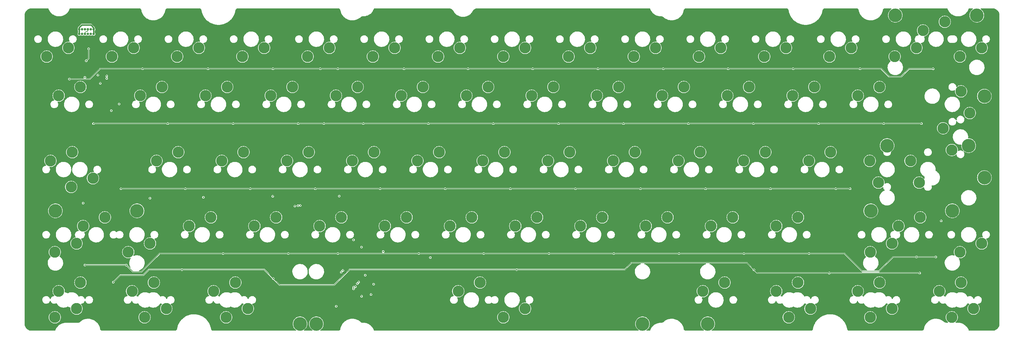
<source format=gbr>
%TF.GenerationSoftware,KiCad,Pcbnew,7.0.1*%
%TF.CreationDate,2023-05-13T17:15:19-04:00*%
%TF.ProjectId,PCB,5043422e-6b69-4636-9164-5f7063625858,rev?*%
%TF.SameCoordinates,Original*%
%TF.FileFunction,Copper,L3,Inr*%
%TF.FilePolarity,Positive*%
%FSLAX46Y46*%
G04 Gerber Fmt 4.6, Leading zero omitted, Abs format (unit mm)*
G04 Created by KiCad (PCBNEW 7.0.1) date 2023-05-13 17:15:19*
%MOMM*%
%LPD*%
G01*
G04 APERTURE LIST*
%TA.AperFunction,ComponentPad*%
%ADD10C,4.000000*%
%TD*%
%TA.AperFunction,ComponentPad*%
%ADD11C,3.300000*%
%TD*%
%TA.AperFunction,ComponentPad*%
%ADD12C,0.500000*%
%TD*%
%TA.AperFunction,ComponentPad*%
%ADD13C,0.700000*%
%TD*%
%TA.AperFunction,ComponentPad*%
%ADD14O,0.900000X1.700000*%
%TD*%
%TA.AperFunction,ComponentPad*%
%ADD15O,0.900000X2.400000*%
%TD*%
%TA.AperFunction,ViaPad*%
%ADD16C,0.450000*%
%TD*%
%TA.AperFunction,Conductor*%
%ADD17C,0.127000*%
%TD*%
%TA.AperFunction,Conductor*%
%ADD18C,0.400000*%
%TD*%
G04 APERTURE END LIST*
D10*
%TO.N,*%
%TO.C,S2*%
X0Y-50165000D03*
X23812500Y-50165000D03*
%TD*%
%TO.N,*%
%TO.C,S1*%
X171450000Y-83185000D03*
X71437500Y-83185000D03*
%TD*%
%TO.N,*%
%TO.C,S7*%
X271303750Y-16668750D03*
X271303750Y-40481250D03*
%TD*%
%TO.N,*%
%TO.C,S3*%
X238125000Y-50165000D03*
X261937500Y-50165000D03*
%TD*%
%TO.N,*%
%TO.C,S4*%
X242887500Y-31115000D03*
X266700000Y-31115000D03*
%TD*%
%TO.N,*%
%TO.C,S5*%
X245268750Y6985000D03*
X269081250Y6985000D03*
%TD*%
%TO.N,*%
%TO.C,S6*%
X190500000Y-83185000D03*
X76200000Y-83185000D03*
%TD*%
D11*
%TO.N,GP7*%
%TO.C,SW36*%
X143827500Y-35560000D03*
%TO.N,Net-(D37-A)*%
X150177500Y-33020000D03*
%TD*%
D12*
%TO.N,GND*%
%TO.C,U1*%
X92396688Y-72628125D03*
X90487500Y-70718937D03*
X90487500Y-74537313D03*
X88578312Y-72628125D03*
%TD*%
D11*
%TO.N,GP5*%
%TO.C,SW65*%
X137160000Y-78740000D03*
%TO.N,Net-(D58-A)*%
X130810000Y-81280000D03*
%TD*%
%TO.N,GP7*%
%TO.C,SW8*%
X137160000Y-2540000D03*
%TO.N,Net-(D9-A)*%
X130810000Y-5080000D03*
%TD*%
%TO.N,GP12*%
%TO.C,SW74*%
X244316250Y-59690000D03*
%TO.N,Net-(D63-A)*%
X237966250Y-62230000D03*
%TD*%
%TO.N,GP5*%
%TO.C,SW46*%
X96202500Y-54610000D03*
%TO.N,Net-(D47-A)*%
X102552500Y-52070000D03*
%TD*%
%TO.N,GP0*%
%TO.C,SW42*%
X8096250Y-54610000D03*
%TO.N,Net-(D43-A)*%
X14446250Y-52070000D03*
%TD*%
%TO.N,GP5*%
%TO.C,SW6*%
X99060000Y-2540000D03*
%TO.N,Net-(D7-A)*%
X92710000Y-5080000D03*
%TD*%
D13*
%TO.N,GND*%
%TO.C,J1*%
X6103125Y1496875D03*
%TO.N,VBUS*%
X6953125Y1496875D03*
%TO.N,Net-(J1-CC1)*%
X7803125Y1496875D03*
%TO.N,/D+*%
X8653125Y1496875D03*
%TO.N,/D-*%
X9503125Y1496875D03*
%TO.N,unconnected-(J1-SBU1-PadA8)*%
X10353125Y1496875D03*
%TO.N,VBUS*%
X11203125Y1496875D03*
%TO.N,GND*%
X12053125Y1496875D03*
X12053125Y2846875D03*
%TO.N,VBUS*%
X11203125Y2846875D03*
%TO.N,Net-(J1-CC2)*%
X10353125Y2846875D03*
%TO.N,/D+*%
X9503125Y2846875D03*
%TO.N,/D-*%
X8653125Y2846875D03*
%TO.N,unconnected-(J1-SBU2-PadB8)*%
X7803125Y2846875D03*
%TO.N,VBUS*%
X6953125Y2846875D03*
%TO.N,GND*%
X6103125Y2846875D03*
D14*
X4753125Y5856875D03*
D15*
X4753125Y2476875D03*
D14*
X13403125Y5856875D03*
D15*
X13403125Y2476875D03*
%TD*%
D11*
%TO.N,GP10*%
%TO.C,SW51*%
X191452500Y-54610000D03*
%TO.N,Net-(D52-A)*%
X197802500Y-52070000D03*
%TD*%
%TO.N,GP5*%
%TO.C,SW57*%
X117633750Y-73660000D03*
%TO.N,Net-(D58-A)*%
X123983750Y-71120000D03*
%TD*%
%TO.N,GP0*%
%TO.C,SW62*%
X952500Y-73660000D03*
%TO.N,Net-(D55-A)*%
X7302500Y-71120000D03*
%TD*%
%TO.N,GP0*%
%TO.C,SW1*%
X3810000Y-2540000D03*
%TO.N,Net-(D2-A)*%
X-2540000Y-5080000D03*
%TD*%
%TO.N,GP9*%
%TO.C,SW38*%
X181927500Y-35560000D03*
%TO.N,Net-(D39-A)*%
X188277500Y-33020000D03*
%TD*%
%TO.N,GP2*%
%TO.C,SW3*%
X41910000Y-2540000D03*
%TO.N,Net-(D4-A)*%
X35560000Y-5080000D03*
%TD*%
%TO.N,GP1*%
%TO.C,SW30*%
X29527500Y-35560000D03*
%TO.N,Net-(D31-A)*%
X35877500Y-33020000D03*
%TD*%
%TO.N,GP5*%
%TO.C,SW20*%
X100965000Y-16510000D03*
%TO.N,Net-(D21-A)*%
X107315000Y-13970000D03*
%TD*%
%TO.N,GP8*%
%TO.C,SW37*%
X162877500Y-35560000D03*
%TO.N,Net-(D38-A)*%
X169227500Y-33020000D03*
%TD*%
%TO.N,GP1*%
%TO.C,SW79*%
X27622500Y-59690000D03*
%TO.N,Net-(D64-A)*%
X21272500Y-62230000D03*
%TD*%
%TO.N,GP12*%
%TO.C,SW27*%
X234315000Y-16510000D03*
%TO.N,Net-(D28-A)*%
X240665000Y-13970000D03*
%TD*%
%TO.N,GP6*%
%TO.C,SW35*%
X124777500Y-35560000D03*
%TO.N,Net-(D36-A)*%
X131127500Y-33020000D03*
%TD*%
%TO.N,GP0*%
%TO.C,SW69*%
X-1428750Y-35560000D03*
%TO.N,Net-(D30-A)*%
X4921250Y-33020000D03*
%TD*%
%TO.N,GP13*%
%TO.C,SW28*%
X264477500Y-15240000D03*
%TO.N,Net-(D29-A)*%
X267017500Y-21590000D03*
%TD*%
%TO.N,GP12*%
%TO.C,SW75*%
X246221250Y-54610000D03*
%TO.N,Net-(D63-A)*%
X252571250Y-52070000D03*
%TD*%
%TO.N,GP13*%
%TO.C,SW14*%
X253365000Y2540000D03*
%TO.N,Net-(D15-A)*%
X259715000Y5080000D03*
%TD*%
%TO.N,GP1*%
%TO.C,SW63*%
X32385000Y-78740000D03*
%TO.N,Net-(D56-A)*%
X26035000Y-81280000D03*
%TD*%
%TO.N,GP13*%
%TO.C,SW70*%
X251460000Y-2540000D03*
%TO.N,Net-(D15-A)*%
X245110000Y-5080000D03*
%TD*%
%TO.N,GP1*%
%TO.C,SW2*%
X22860000Y-2540000D03*
%TO.N,Net-(D3-A)*%
X16510000Y-5080000D03*
%TD*%
%TO.N,GP0*%
%TO.C,SW54*%
X6191250Y-78740000D03*
%TO.N,Net-(D55-A)*%
X-158750Y-81280000D03*
%TD*%
%TO.N,GP0*%
%TO.C,SW29*%
X10953750Y-40640000D03*
%TO.N,Net-(D30-A)*%
X4603750Y-43180000D03*
%TD*%
%TO.N,GP2*%
%TO.C,SW31*%
X48577500Y-35560000D03*
%TO.N,Net-(D32-A)*%
X54927500Y-33020000D03*
%TD*%
%TO.N,GP8*%
%TO.C,SW9*%
X156210000Y-2540000D03*
%TO.N,Net-(D10-A)*%
X149860000Y-5080000D03*
%TD*%
%TO.N,GP4*%
%TO.C,SW19*%
X81915000Y-16510000D03*
%TO.N,Net-(D20-A)*%
X88265000Y-13970000D03*
%TD*%
%TO.N,GP11*%
%TO.C,SW40*%
X220027500Y-35560000D03*
%TO.N,Net-(D41-A)*%
X226377500Y-33020000D03*
%TD*%
%TO.N,GP6*%
%TO.C,SW7*%
X118110000Y-2540000D03*
%TO.N,Net-(D8-A)*%
X111760000Y-5080000D03*
%TD*%
%TO.N,GP9*%
%TO.C,SW58*%
X189071250Y-73660000D03*
%TO.N,Net-(D59-A)*%
X195421250Y-71120000D03*
%TD*%
%TO.N,GP14*%
%TO.C,SW71*%
X270510000Y-2540000D03*
%TO.N,Net-(D1-A)*%
X264160000Y-5080000D03*
%TD*%
%TO.N,GP8*%
%TO.C,SW23*%
X158115000Y-16510000D03*
%TO.N,Net-(D24-A)*%
X164465000Y-13970000D03*
%TD*%
%TO.N,GP0*%
%TO.C,SW78*%
X6191250Y-59690000D03*
%TO.N,Net-(D43-A)*%
X-158750Y-62230000D03*
%TD*%
%TO.N,GP1*%
%TO.C,SW16*%
X24765000Y-16510000D03*
%TO.N,Net-(D17-A)*%
X31115000Y-13970000D03*
%TD*%
%TO.N,GP11*%
%TO.C,SW52*%
X210502500Y-54610000D03*
%TO.N,Net-(D53-A)*%
X216852500Y-52070000D03*
%TD*%
%TO.N,GP1*%
%TO.C,SW55*%
X22383750Y-73660000D03*
%TO.N,Net-(D56-A)*%
X28733750Y-71120000D03*
%TD*%
%TO.N,GP2*%
%TO.C,SW43*%
X39052500Y-54610000D03*
%TO.N,Net-(D44-A)*%
X45402500Y-52070000D03*
%TD*%
%TO.N,GP10*%
%TO.C,SW25*%
X196215000Y-16510000D03*
%TO.N,Net-(D26-A)*%
X202565000Y-13970000D03*
%TD*%
%TO.N,GP13*%
%TO.C,SW53*%
X270510000Y-59690000D03*
%TO.N,Net-(D54-A)*%
X264160000Y-62230000D03*
%TD*%
%TO.N,GP4*%
%TO.C,SW45*%
X77152500Y-54610000D03*
%TO.N,Net-(D46-A)*%
X83502500Y-52070000D03*
%TD*%
%TO.N,GP10*%
%TO.C,SW11*%
X194310000Y-2540000D03*
%TO.N,Net-(D12-A)*%
X187960000Y-5080000D03*
%TD*%
%TO.N,GP5*%
%TO.C,SW34*%
X105727500Y-35560000D03*
%TO.N,Net-(D35-A)*%
X112077500Y-33020000D03*
%TD*%
%TO.N,GP9*%
%TO.C,SW10*%
X175260000Y-2540000D03*
%TO.N,Net-(D11-A)*%
X168910000Y-5080000D03*
%TD*%
%TO.N,GP8*%
%TO.C,SW49*%
X153352500Y-54610000D03*
%TO.N,Net-(D50-A)*%
X159702500Y-52070000D03*
%TD*%
%TO.N,GP7*%
%TO.C,SW48*%
X134302500Y-54610000D03*
%TO.N,Net-(D49-A)*%
X140652500Y-52070000D03*
%TD*%
%TO.N,GP3*%
%TO.C,SW32*%
X67627500Y-35560000D03*
%TO.N,Net-(D33-A)*%
X73977500Y-33020000D03*
%TD*%
%TO.N,GP3*%
%TO.C,SW18*%
X62865000Y-16510000D03*
%TO.N,Net-(D19-A)*%
X69215000Y-13970000D03*
%TD*%
%TO.N,GP9*%
%TO.C,SW50*%
X172402500Y-54610000D03*
%TO.N,Net-(D51-A)*%
X178752500Y-52070000D03*
%TD*%
%TO.N,GP10*%
%TO.C,SW61*%
X220503750Y-78740000D03*
%TO.N,Net-(D60-A)*%
X214153750Y-81280000D03*
%TD*%
%TO.N,GP6*%
%TO.C,SW47*%
X115252500Y-54610000D03*
%TO.N,Net-(D48-A)*%
X121602500Y-52070000D03*
%TD*%
%TO.N,GP11*%
%TO.C,SW12*%
X213360000Y-2540000D03*
%TO.N,Net-(D13-A)*%
X207010000Y-5080000D03*
%TD*%
%TO.N,GP2*%
%TO.C,SW64*%
X56197500Y-78740000D03*
%TO.N,Net-(D57-A)*%
X49847500Y-81280000D03*
%TD*%
%TO.N,GP11*%
%TO.C,SW59*%
X244316250Y-78740000D03*
%TO.N,Net-(D61-A)*%
X237966250Y-81280000D03*
%TD*%
%TO.N,GP9*%
%TO.C,SW24*%
X177165000Y-16510000D03*
%TO.N,Net-(D25-A)*%
X183515000Y-13970000D03*
%TD*%
%TO.N,GP13*%
%TO.C,SW76*%
X261778750Y-32385000D03*
%TO.N,Net-(D29-A)*%
X259238750Y-26035000D03*
%TD*%
%TO.N,GP11*%
%TO.C,SW67*%
X234315000Y-73660000D03*
%TO.N,Net-(D61-A)*%
X240665000Y-71120000D03*
%TD*%
%TO.N,GP13*%
%TO.C,SW41*%
X252253750Y-41910000D03*
%TO.N,Net-(D42-A)*%
X249713750Y-35560000D03*
%TD*%
%TO.N,GP4*%
%TO.C,SW33*%
X86677500Y-35560000D03*
%TO.N,Net-(D34-A)*%
X93027500Y-33020000D03*
%TD*%
%TO.N,GP2*%
%TO.C,SW17*%
X43815000Y-16510000D03*
%TO.N,Net-(D18-A)*%
X50165000Y-13970000D03*
%TD*%
%TO.N,GP3*%
%TO.C,SW4*%
X60960000Y-2540000D03*
%TO.N,Net-(D5-A)*%
X54610000Y-5080000D03*
%TD*%
%TO.N,GP0*%
%TO.C,SW15*%
X952500Y-16510000D03*
%TO.N,Net-(D16-A)*%
X7302500Y-13970000D03*
%TD*%
%TO.N,GP10*%
%TO.C,SW39*%
X200977500Y-35560000D03*
%TO.N,Net-(D40-A)*%
X207327500Y-33020000D03*
%TD*%
%TO.N,GP3*%
%TO.C,SW44*%
X58102500Y-54610000D03*
%TO.N,Net-(D45-A)*%
X64452500Y-52070000D03*
%TD*%
%TO.N,GP13*%
%TO.C,SW77*%
X240347500Y-41910000D03*
%TO.N,Net-(D42-A)*%
X237807500Y-35560000D03*
%TD*%
%TO.N,GP6*%
%TO.C,SW21*%
X120015000Y-16510000D03*
%TO.N,Net-(D22-A)*%
X126365000Y-13970000D03*
%TD*%
%TO.N,GP12*%
%TO.C,SW13*%
X232410000Y-2540000D03*
%TO.N,Net-(D14-A)*%
X226060000Y-5080000D03*
%TD*%
%TO.N,GP10*%
%TO.C,SW66*%
X210502500Y-73660000D03*
%TO.N,Net-(D60-A)*%
X216852500Y-71120000D03*
%TD*%
%TO.N,GP13*%
%TO.C,SW60*%
X268128750Y-78740000D03*
%TO.N,Net-(D62-A)*%
X261778750Y-81280000D03*
%TD*%
%TO.N,GP4*%
%TO.C,SW5*%
X80010000Y-2540000D03*
%TO.N,Net-(D6-A)*%
X73660000Y-5080000D03*
%TD*%
%TO.N,GP7*%
%TO.C,SW22*%
X139065000Y-16510000D03*
%TO.N,Net-(D23-A)*%
X145415000Y-13970000D03*
%TD*%
%TO.N,GP13*%
%TO.C,SW68*%
X258127500Y-73660000D03*
%TO.N,Net-(D62-A)*%
X264477500Y-71120000D03*
%TD*%
%TO.N,GP11*%
%TO.C,SW26*%
X215265000Y-16510000D03*
%TO.N,Net-(D27-A)*%
X221615000Y-13970000D03*
%TD*%
%TO.N,GP2*%
%TO.C,SW56*%
X46196250Y-73660000D03*
%TO.N,Net-(D57-A)*%
X52546250Y-71120000D03*
%TD*%
D16*
%TO.N,GND*%
X87020000Y-77487500D03*
X86360000Y-66307500D03*
X83990000Y-70707500D03*
X99790000Y-77227500D03*
X95540000Y-69472500D03*
X84940000Y-72837500D03*
X85800000Y-66847500D03*
X16320000Y-15170000D03*
X96580000Y-76227500D03*
X83430000Y-71277500D03*
X87690000Y-58640000D03*
X84580000Y-70127500D03*
X96050000Y-81247500D03*
X69370000Y-73307500D03*
X63170000Y-73297500D03*
X18540000Y-17050000D03*
X15000000Y-9297500D03*
X7160000Y-740000D03*
X72670000Y-73307500D03*
X91870000Y-66507500D03*
X93890000Y-79397500D03*
X94490000Y-78837500D03*
X15680000Y-20870000D03*
X78850000Y-73307500D03*
X97980000Y-80727500D03*
X9000000Y-8590000D03*
X91440000Y-64570000D03*
%TO.N,/VFused_*%
X9000000Y-6300000D03*
X9715000Y-2790000D03*
X13110000Y-12897500D03*
%TO.N,+3.3V*%
X89390000Y-60770000D03*
X87080000Y-72937500D03*
X92940000Y-71587500D03*
X92170000Y-74597500D03*
X90480000Y-68957500D03*
X88560000Y-70977500D03*
X87080000Y-72477500D03*
X18610000Y-18950000D03*
X87050000Y-58640000D03*
X89410000Y-75117500D03*
X16320000Y-20880000D03*
X88150000Y-71437500D03*
X87620000Y-72322500D03*
%TO.N,/DN*%
X83452512Y-68074988D03*
X14995922Y-11448125D03*
%TO.N,/DP*%
X8600000Y-11147500D03*
X14995922Y-10748125D03*
X12400000Y-10497500D03*
X83947488Y-67580012D03*
%TO.N,GP0*%
X8096250Y-47907500D03*
%TO.N,GP2*%
X43226250Y-46193750D03*
%TO.N,GP4*%
X82881250Y-45858750D03*
%TO.N,GP13*%
X258678750Y-53088750D03*
%TO.N,/CS_*%
X95730000Y-62027500D03*
X81990000Y-78047500D03*
%TO.N,GP1*%
X27622500Y-46467500D03*
%TO.N,GP3*%
X63451250Y-45908750D03*
%TO.N,GP5*%
X109480000Y-63810000D03*
%TO.N,GP25*%
X134700000Y-67347500D03*
X63620000Y-69967500D03*
X225990000Y-68350000D03*
X252410000Y-68337500D03*
X36960000Y-67347500D03*
X16900000Y-71017500D03*
X204000000Y-67397500D03*
%TO.N,GP26*%
X8610000Y-65997500D03*
X48990000Y-62647500D03*
X163060000Y-62647500D03*
X257110000Y-63647500D03*
X20690000Y-65997500D03*
X251460000Y-63647500D03*
X201070000Y-62647500D03*
X220070000Y-62647500D03*
X125090000Y-62647500D03*
X182110000Y-62647500D03*
X82470000Y-62647500D03*
X68040000Y-62647500D03*
X106110000Y-62647500D03*
X144130000Y-62647500D03*
%TO.N,GP27*%
X37930000Y-43697500D03*
X19120000Y-43693750D03*
X132880000Y-43697500D03*
X170860000Y-43697500D03*
X189850000Y-43697500D03*
X56890000Y-43697500D03*
X208810000Y-43697500D03*
X113840000Y-43697500D03*
X69920000Y-48767500D03*
X227890000Y-43697500D03*
X232080000Y-43697500D03*
X151870000Y-43697500D03*
X75890000Y-43697500D03*
X94830000Y-43697500D03*
%TO.N,GP28*%
X78390000Y-24647500D03*
X146910000Y-24647500D03*
X70850000Y-48637500D03*
X51900000Y-24647500D03*
X241890000Y-24647500D03*
X32790000Y-24647500D03*
X70910000Y-24647500D03*
X184870000Y-24647500D03*
X11120000Y-24647500D03*
X252910000Y-24647500D03*
X165890000Y-24647500D03*
X203860000Y-24647500D03*
X108900000Y-24647500D03*
X222870000Y-24647500D03*
X127860000Y-24647500D03*
X89910000Y-24647500D03*
%TO.N,GP29*%
X101800000Y-8647500D03*
X158440000Y-8647500D03*
X120490000Y-8647500D03*
X63530000Y-8647500D03*
X25450000Y-8647500D03*
X77360000Y-8647500D03*
X44560000Y-8647500D03*
X4080000Y-11657500D03*
X256320000Y-8667500D03*
X234980000Y-8647500D03*
X71520000Y-48597500D03*
X215460000Y-8647500D03*
X82470000Y-8647500D03*
X139390000Y-8647500D03*
X196460000Y-8647500D03*
X177530000Y-8647500D03*
%TD*%
D17*
%TO.N,/VFused_*%
X9715000Y-5585000D02*
X9000000Y-6300000D01*
X9715000Y-2790000D02*
X9715000Y-5585000D01*
D18*
%TO.N,VBUS*%
X11203125Y3341849D02*
X11203125Y2846875D01*
X10414974Y4130000D02*
X11203125Y3341849D01*
X7670000Y4130000D02*
X10414974Y4130000D01*
X6953125Y2846875D02*
X6953125Y3413125D01*
X6953125Y3413125D02*
X7670000Y4130000D01*
X6953125Y1496875D02*
X6953125Y2846875D01*
X11203125Y2846875D02*
X11203125Y1496875D01*
D17*
%TO.N,/D+*%
X9503125Y2846875D02*
X9503125Y2463125D01*
X9290000Y2250000D02*
X8940000Y2250000D01*
X9503125Y2463125D02*
X9290000Y2250000D01*
X8940000Y2250000D02*
X8653125Y1963125D01*
X8653125Y1963125D02*
X8653125Y1496875D01*
%TO.N,GP25*%
X178210000Y-65337500D02*
X201940000Y-65337500D01*
X25660000Y-68967500D02*
X26710000Y-67917500D01*
X225990000Y-68350000D02*
X225977500Y-68337500D01*
X225977500Y-68337500D02*
X225530000Y-68337500D01*
X23920000Y-68967500D02*
X25660000Y-68967500D01*
X77540000Y-71847500D02*
X81350000Y-71847500D01*
X225530000Y-68337500D02*
X204940000Y-68337500D01*
X18950000Y-68967500D02*
X23920000Y-68967500D01*
X168240000Y-65337500D02*
X178210000Y-65337500D01*
X26710000Y-67917500D02*
X27280000Y-67347500D01*
X204940000Y-68337500D02*
X204000000Y-67397500D01*
X225530000Y-68337500D02*
X252410000Y-68337500D01*
X85840000Y-67357500D02*
X112140000Y-67357500D01*
X166230000Y-67347500D02*
X167730000Y-65847500D01*
X134700000Y-67347500D02*
X166230000Y-67347500D01*
X61000000Y-67347500D02*
X63620000Y-69967500D01*
X65500000Y-71847500D02*
X77540000Y-71847500D01*
X112140000Y-67357500D02*
X134690000Y-67357500D01*
X201940000Y-65337500D02*
X204000000Y-67397500D01*
X16900000Y-71017500D02*
X18950000Y-68967500D01*
X36960000Y-67347500D02*
X61000000Y-67347500D01*
X167730000Y-65847500D02*
X168240000Y-65337500D01*
X84510000Y-68687500D02*
X85840000Y-67357500D01*
X27280000Y-67347500D02*
X36960000Y-67347500D01*
X81350000Y-71847500D02*
X84510000Y-68687500D01*
X134690000Y-67357500D02*
X134700000Y-67347500D01*
X63620000Y-69967500D02*
X65500000Y-71847500D01*
%TO.N,GP26*%
X20690000Y-65997500D02*
X22680000Y-67987500D01*
X68040000Y-62647500D02*
X82470000Y-62647500D01*
X240490000Y-67777500D02*
X244620000Y-63647500D01*
X235610000Y-67777500D02*
X240490000Y-67777500D01*
X82470000Y-62647500D02*
X106110000Y-62647500D01*
X182110000Y-62647500D02*
X201070000Y-62647500D01*
X251460000Y-63647500D02*
X257110000Y-63647500D01*
X125090000Y-62647500D02*
X144130000Y-62647500D01*
X220070000Y-62647500D02*
X230480000Y-62647500D01*
X25050000Y-67987500D02*
X30390000Y-62647500D01*
X30390000Y-62647500D02*
X48990000Y-62647500D01*
X244620000Y-63647500D02*
X251460000Y-63647500D01*
X201070000Y-62647500D02*
X220070000Y-62647500D01*
X8610000Y-65997500D02*
X20690000Y-65997500D01*
X230480000Y-62647500D02*
X235610000Y-67777500D01*
X22680000Y-67987500D02*
X25050000Y-67987500D01*
X163060000Y-62647500D02*
X182110000Y-62647500D01*
X144130000Y-62647500D02*
X163060000Y-62647500D01*
X48990000Y-62647500D02*
X68040000Y-62647500D01*
X106110000Y-62647500D02*
X125090000Y-62647500D01*
%TO.N,GP27*%
X189850000Y-43697500D02*
X208810000Y-43697500D01*
X170860000Y-43697500D02*
X189850000Y-43697500D01*
X94830000Y-43697500D02*
X113840000Y-43697500D01*
X208810000Y-43697500D02*
X227890000Y-43697500D01*
X19120000Y-43693750D02*
X19123750Y-43697500D01*
X56890000Y-43697500D02*
X75890000Y-43697500D01*
X227890000Y-43697500D02*
X232080000Y-43697500D01*
X19123750Y-43697500D02*
X37930000Y-43697500D01*
X37930000Y-43697500D02*
X56890000Y-43697500D01*
X132880000Y-43697500D02*
X151870000Y-43697500D01*
X113840000Y-43697500D02*
X132880000Y-43697500D01*
X151870000Y-43697500D02*
X170860000Y-43697500D01*
X75890000Y-43697500D02*
X94830000Y-43697500D01*
%TO.N,GP28*%
X51900000Y-24647500D02*
X70910000Y-24647500D01*
X70910000Y-24647500D02*
X78390000Y-24647500D01*
X241890000Y-24647500D02*
X252910000Y-24647500D01*
X78390000Y-24647500D02*
X89910000Y-24647500D01*
X203860000Y-24647500D02*
X222870000Y-24647500D01*
X32790000Y-24647500D02*
X51900000Y-24647500D01*
X165890000Y-24647500D02*
X184870000Y-24647500D01*
X146910000Y-24647500D02*
X165890000Y-24647500D01*
X108900000Y-24647500D02*
X127860000Y-24647500D01*
X127860000Y-24647500D02*
X146910000Y-24647500D01*
X11120000Y-24647500D02*
X32790000Y-24647500D01*
X89910000Y-24647500D02*
X108900000Y-24647500D01*
X222870000Y-24647500D02*
X241890000Y-24647500D01*
X184870000Y-24647500D02*
X203860000Y-24647500D01*
%TO.N,GP29*%
X44560000Y-8647500D02*
X63530000Y-8647500D01*
X246930000Y-10987500D02*
X249250000Y-8667500D01*
X11880000Y-9787500D02*
X13020000Y-8647500D01*
X177530000Y-8647500D02*
X196460000Y-8647500D01*
X101800000Y-8647500D02*
X120490000Y-8647500D01*
X234980000Y-8647500D02*
X241170000Y-8647500D01*
X249250000Y-8667500D02*
X256320000Y-8667500D01*
X246460000Y-10987500D02*
X246930000Y-10987500D01*
X77360000Y-8647500D02*
X82470000Y-8647500D01*
X82470000Y-8647500D02*
X101800000Y-8647500D01*
X243510000Y-10987500D02*
X246460000Y-10987500D01*
X139390000Y-8647500D02*
X158440000Y-8647500D01*
X120490000Y-8647500D02*
X139390000Y-8647500D01*
X25450000Y-8647500D02*
X44560000Y-8647500D01*
X158440000Y-8647500D02*
X177530000Y-8647500D01*
X63530000Y-8647500D02*
X77360000Y-8647500D01*
X215460000Y-8647500D02*
X234980000Y-8647500D01*
X196460000Y-8647500D02*
X215460000Y-8647500D01*
X10010000Y-11657500D02*
X11880000Y-9787500D01*
X4080000Y-11657500D02*
X10010000Y-11657500D01*
X243110000Y-10587500D02*
X243510000Y-10987500D01*
X241170000Y-8647500D02*
X243110000Y-10587500D01*
X13020000Y-8647500D02*
X25450000Y-8647500D01*
%TD*%
%TA.AperFunction,Conductor*%
%TO.N,GND*%
G36*
X-2081091Y8989022D02*
G01*
X-2039161Y8959352D01*
X-2012556Y8915413D01*
X-1936687Y8700371D01*
X-1935033Y8692956D01*
X-1934634Y8692143D01*
X-1929278Y8679545D01*
X-1928305Y8676858D01*
X-1923640Y8670104D01*
X-1857334Y8537978D01*
X-1719984Y8264281D01*
X-1719857Y8264029D01*
X-1716545Y8254761D01*
X-1710370Y8244483D01*
X-1703798Y8237263D01*
X-1445893Y7871957D01*
X-1441837Y7864450D01*
X-1432543Y7853182D01*
X-1425972Y7847844D01*
X-1380161Y7799826D01*
X-1121279Y7528473D01*
X-1115663Y7521037D01*
X-1105940Y7512243D01*
X-1097969Y7507544D01*
X-754312Y7238611D01*
X-747640Y7231904D01*
X-736534Y7224434D01*
X-727811Y7220814D01*
X-544040Y7115466D01*
X-349662Y7004037D01*
X-341416Y6997858D01*
X-331396Y6993049D01*
X-321506Y6990481D01*
X84374Y6829664D01*
X93275Y6824766D01*
X105459Y6820928D01*
X115545Y6819899D01*
X541751Y6718788D01*
X551639Y6715074D01*
X563823Y6713110D01*
X574334Y6713601D01*
X1015999Y6675258D01*
X1025849Y6673174D01*
X1038693Y6673034D01*
X1048480Y6674976D01*
X1497724Y6702965D01*
X1508582Y6702204D01*
X1520656Y6703878D01*
X1530896Y6707552D01*
X1983176Y6805473D01*
X1992305Y6806201D01*
X2007815Y6810704D01*
X2015894Y6814972D01*
X2366103Y6943425D01*
X2374822Y6945239D01*
X2376014Y6945862D01*
X2391738Y6952776D01*
X2392657Y6953108D01*
X2399803Y6958204D01*
X2726810Y7127085D01*
X2735070Y7129979D01*
X2735402Y7130210D01*
X2750482Y7139244D01*
X2751411Y7139716D01*
X2757920Y7145733D01*
X3059380Y7352296D01*
X3067842Y7356556D01*
X3081817Y7367469D01*
X3081903Y7367527D01*
X3087902Y7374704D01*
X3359871Y7615141D01*
X3366838Y7619774D01*
X3367750Y7620807D01*
X3378876Y7631933D01*
X3380991Y7633800D01*
X3385746Y7641176D01*
X3624978Y7911783D01*
X3632153Y7917781D01*
X3632211Y7917867D01*
X3643123Y7931840D01*
X3647381Y7940299D01*
X3853945Y8241764D01*
X3859962Y8248273D01*
X3860434Y8249201D01*
X3869468Y8264281D01*
X3869698Y8264611D01*
X3872591Y8272869D01*
X4041471Y8599879D01*
X4046567Y8607024D01*
X4046899Y8607943D01*
X4053813Y8623667D01*
X4054437Y8624860D01*
X4056253Y8633584D01*
X4058839Y8640632D01*
X4091885Y8730728D01*
X4160166Y8916882D01*
X4186954Y8960111D01*
X4228649Y8989229D01*
X4278459Y8999492D01*
X24450926Y8999492D01*
X24451124Y8999492D01*
X24523580Y8999492D01*
X24537905Y8998675D01*
X24543568Y8998027D01*
X24643503Y8986591D01*
X24661485Y8983194D01*
X24677769Y8978872D01*
X24718263Y8959913D01*
X24952975Y8793673D01*
X24952987Y8793665D01*
X24981438Y8765803D01*
X24999773Y8730453D01*
X25097310Y8435914D01*
X25101125Y8421638D01*
X25132494Y8268810D01*
X25132807Y8262386D01*
X25135196Y8253969D01*
X25137356Y8245161D01*
X25139337Y8235604D01*
X25142121Y8229695D01*
X25230537Y7920107D01*
X25231517Y7913105D01*
X25233528Y7907910D01*
X25236880Y7898060D01*
X25238456Y7892714D01*
X25241988Y7886522D01*
X25360468Y7588886D01*
X25362426Y7581269D01*
X25363124Y7579982D01*
X25369100Y7567335D01*
X25369768Y7565691D01*
X25374456Y7559304D01*
X25607845Y7135285D01*
X25611868Y7127977D01*
X25615076Y7120225D01*
X25622563Y7108741D01*
X25622574Y7108722D01*
X25628486Y7102716D01*
X25921926Y6716967D01*
X25926637Y6708883D01*
X25935327Y6699039D01*
X25942745Y6693390D01*
X26286473Y6356343D01*
X26292244Y6349097D01*
X26302060Y6340790D01*
X26310046Y6336309D01*
X26697681Y6052435D01*
X26704109Y6046376D01*
X26717007Y6038295D01*
X26725254Y6035221D01*
X26962957Y5908795D01*
X27149162Y5809759D01*
X27156462Y5804670D01*
X27169801Y5798777D01*
X27178479Y5796903D01*
X27632848Y5633872D01*
X27642042Y5629245D01*
X27653093Y5626180D01*
X27663297Y5625451D01*
X27902926Y5577332D01*
X28140223Y5529682D01*
X28148606Y5526734D01*
X28166743Y5524263D01*
X28167238Y5524159D01*
X28176177Y5524789D01*
X28489668Y5501387D01*
X28497336Y5499642D01*
X28501981Y5499776D01*
X28515298Y5499458D01*
X28521152Y5499008D01*
X28529068Y5500495D01*
X28846323Y5508654D01*
X28854520Y5507614D01*
X28858120Y5508108D01*
X28873406Y5509268D01*
X28877721Y5509333D01*
X28885834Y5511715D01*
X29206796Y5552603D01*
X29214480Y5552360D01*
X29220481Y5553717D01*
X29228783Y5555148D01*
X29235021Y5556950D01*
X29479226Y5610520D01*
X29487320Y5611071D01*
X29490279Y5612071D01*
X29505280Y5616131D01*
X29510198Y5617142D01*
X29517760Y5621061D01*
X29871030Y5735217D01*
X29879215Y5736642D01*
X29880906Y5737422D01*
X29895511Y5743090D01*
X29897518Y5743729D01*
X29904556Y5748241D01*
X30239856Y5901034D01*
X30248133Y5903414D01*
X30249903Y5904498D01*
X30264578Y5912214D01*
X30267480Y5913504D01*
X30274322Y5919266D01*
X30276931Y5920835D01*
X30584602Y6105865D01*
X30592650Y6109129D01*
X30595481Y6111325D01*
X30608438Y6120144D01*
X30611330Y6121860D01*
X30617304Y6128120D01*
X30904001Y6348042D01*
X30911629Y6352237D01*
X30913362Y6353938D01*
X30926041Y6364834D01*
X30927393Y6365849D01*
X30932637Y6372616D01*
X31193910Y6624295D01*
X31200849Y6629275D01*
X31201751Y6630387D01*
X31213415Y6642931D01*
X31214513Y6643963D01*
X31219016Y6651372D01*
X31219018Y6651374D01*
X31449718Y6929855D01*
X31456105Y6935502D01*
X31458257Y6938812D01*
X31467106Y6950807D01*
X31469327Y6953474D01*
X31472828Y6961132D01*
X31671192Y7264453D01*
X31676918Y7270790D01*
X31678748Y7274450D01*
X31686109Y7287241D01*
X31688211Y7290445D01*
X31690815Y7298497D01*
X31855091Y7625410D01*
X31860120Y7632554D01*
X31860686Y7634151D01*
X31867482Y7649869D01*
X31868061Y7650993D01*
X31869834Y7659403D01*
X31913499Y7778644D01*
X31997447Y8007892D01*
X32001545Y8015384D01*
X32002214Y8018216D01*
X32006712Y8033097D01*
X32007806Y8036047D01*
X32008523Y8044656D01*
X32098202Y8418837D01*
X32102438Y8431754D01*
X32102040Y8445388D01*
X32105163Y8477973D01*
X32108352Y8511246D01*
X32123861Y8560822D01*
X32129222Y8570388D01*
X32263536Y8810056D01*
X32288237Y8841270D01*
X32321440Y8863218D01*
X32589565Y8984702D01*
X32629090Y8995312D01*
X32649463Y8997337D01*
X32664925Y8998874D01*
X32677389Y8999492D01*
X42086310Y8999492D01*
X42105470Y8998027D01*
X42183985Y8985947D01*
X42234655Y8978151D01*
X42236157Y8977920D01*
X42290009Y8956075D01*
X42518048Y8793937D01*
X42518420Y8793673D01*
X42546786Y8765806D01*
X42565055Y8730486D01*
X42662371Y8435724D01*
X42666095Y8421823D01*
X42717923Y8172061D01*
X42764001Y7950002D01*
X42765474Y7942906D01*
X42765970Y7935604D01*
X42767271Y7931430D01*
X42770237Y7920078D01*
X42771385Y7914666D01*
X42774667Y7907919D01*
X42882654Y7565623D01*
X42912125Y7472203D01*
X42915621Y7461123D01*
X42916819Y7454292D01*
X42918652Y7449921D01*
X42922295Y7440109D01*
X42923940Y7435044D01*
X42927598Y7428984D01*
X42959989Y7353598D01*
X43109626Y7005339D01*
X43109658Y7005266D01*
X43111593Y6998138D01*
X43113863Y6994011D01*
X43119110Y6983302D01*
X43120968Y6979006D01*
X43125395Y6973124D01*
X43346297Y6573531D01*
X43348877Y6566977D01*
X43351048Y6563804D01*
X43357127Y6553981D01*
X43360509Y6547911D01*
X43365781Y6542381D01*
X43504605Y6340790D01*
X43619905Y6173359D01*
X43623246Y6166554D01*
X43626512Y6162688D01*
X43634036Y6152837D01*
X43636976Y6148568D01*
X43642617Y6143584D01*
X43930557Y5801779D01*
X43934445Y5795509D01*
X43938267Y5791760D01*
X43946276Y5783133D01*
X43950483Y5778154D01*
X43956657Y5773754D01*
X44044998Y5687305D01*
X44274457Y5462760D01*
X44278981Y5456874D01*
X44282446Y5454091D01*
X44291749Y5445831D01*
X44296259Y5441409D01*
X44302944Y5437569D01*
X44544265Y5242835D01*
X44648166Y5158992D01*
X44653261Y5153538D01*
X44656807Y5151214D01*
X44667034Y5143753D01*
X44671195Y5140384D01*
X44678069Y5137202D01*
X45048750Y4892460D01*
X45054448Y4887390D01*
X45058152Y4885449D01*
X45069581Y4878671D01*
X45075005Y4875055D01*
X45082619Y4872504D01*
X45473445Y4665075D01*
X45479893Y4660306D01*
X45483349Y4658924D01*
X45496671Y4652670D01*
X45500863Y4650395D01*
X45508784Y4648504D01*
X45920694Y4478326D01*
X45927467Y4474301D01*
X45930704Y4473351D01*
X45944453Y4468436D01*
X45947840Y4466999D01*
X45955705Y4465831D01*
X45981563Y4457980D01*
X46385152Y4335441D01*
X46392471Y4331936D01*
X46396404Y4331192D01*
X46410771Y4327588D01*
X46415484Y4326107D01*
X46423790Y4325807D01*
X46866328Y4237610D01*
X46873543Y4234992D01*
X46879196Y4234434D01*
X46891238Y4232657D01*
X46898527Y4231219D01*
X46906435Y4231765D01*
X47361582Y4187232D01*
X47369353Y4185338D01*
X47371888Y4185372D01*
X47387142Y4184654D01*
X47391608Y4184171D01*
X47399907Y4185530D01*
X47864434Y4186779D01*
X47872314Y4185605D01*
X47876899Y4186100D01*
X47890442Y4186830D01*
X47895396Y4186830D01*
X47903095Y4188854D01*
X48375596Y4238023D01*
X48383258Y4237664D01*
X48388111Y4238659D01*
X48401408Y4240655D01*
X48407942Y4241282D01*
X48415403Y4244088D01*
X48771892Y4314287D01*
X48779664Y4314433D01*
X48787855Y4316842D01*
X48800103Y4319788D01*
X48808624Y4321392D01*
X48815480Y4324706D01*
X49161216Y4422214D01*
X49168801Y4423088D01*
X49174526Y4425301D01*
X49187506Y4429527D01*
X49193816Y4431210D01*
X49200509Y4435030D01*
X49533095Y4558252D01*
X49540521Y4559583D01*
X49548938Y4563564D01*
X49560019Y4568173D01*
X49568550Y4571254D01*
X49574736Y4575577D01*
X49893627Y4723431D01*
X49900807Y4725394D01*
X49907709Y4729367D01*
X49918559Y4734933D01*
X49926114Y4738358D01*
X49931882Y4743047D01*
X50236140Y4914400D01*
X50242969Y4916809D01*
X50250981Y4922240D01*
X50260263Y4927964D01*
X50269109Y4932904D01*
X50274309Y4937929D01*
X50562190Y5131168D01*
X50569045Y5134212D01*
X50575772Y5139637D01*
X50585711Y5146881D01*
X50592005Y5151015D01*
X50596964Y5156468D01*
X50869445Y5371912D01*
X50876070Y5375491D01*
X50882419Y5381487D01*
X50891683Y5389424D01*
X50898282Y5394546D01*
X50902787Y5400420D01*
X51156759Y5635429D01*
X51163304Y5639648D01*
X51168580Y5645520D01*
X51178112Y5655052D01*
X51183984Y5660327D01*
X51188202Y5666872D01*
X51423211Y5920847D01*
X51429084Y5925351D01*
X51434207Y5931951D01*
X51442144Y5941215D01*
X51448139Y5947563D01*
X51451720Y5954190D01*
X51667161Y6226673D01*
X51672613Y6231630D01*
X51676747Y6237925D01*
X51683991Y6247864D01*
X51689416Y6254591D01*
X51692461Y6261447D01*
X51885697Y6549329D01*
X51890722Y6554529D01*
X51895662Y6563375D01*
X51901386Y6572657D01*
X51906817Y6580668D01*
X51909225Y6587496D01*
X51924689Y6614954D01*
X52080578Y6891756D01*
X52085266Y6897524D01*
X52088692Y6905080D01*
X52094258Y6915930D01*
X52098231Y6922832D01*
X52100194Y6930012D01*
X52248046Y7248901D01*
X52252369Y7255090D01*
X52255451Y7263622D01*
X52260060Y7274703D01*
X52264041Y7283121D01*
X52265373Y7290548D01*
X52291850Y7362013D01*
X52388590Y7623129D01*
X52392411Y7629824D01*
X52394095Y7636136D01*
X52398321Y7649116D01*
X52400534Y7654841D01*
X52401409Y7662429D01*
X52402006Y7664545D01*
X52499105Y8008837D01*
X52502434Y8015821D01*
X52503801Y8023240D01*
X52506864Y8036063D01*
X52508845Y8042783D01*
X52509070Y8050408D01*
X52580991Y8415644D01*
X52584656Y8427445D01*
X52585969Y8440965D01*
X52586958Y8446014D01*
X52586828Y8451686D01*
X52604938Y8570349D01*
X52626731Y8624241D01*
X52788941Y8852860D01*
X52816774Y8881246D01*
X52852068Y8899549D01*
X53134260Y8993038D01*
X53173872Y8999429D01*
X82645487Y8999449D01*
X82664560Y8997997D01*
X82721815Y8989229D01*
X82794814Y8978050D01*
X82848713Y8956221D01*
X83077302Y8793825D01*
X83105687Y8765957D01*
X83123970Y8730625D01*
X83221330Y8435850D01*
X83225109Y8421692D01*
X83256650Y8268175D01*
X83256970Y8262248D01*
X83259506Y8253068D01*
X83261234Y8246030D01*
X83263031Y8237679D01*
X83265380Y8232398D01*
X83354646Y7920063D01*
X83355626Y7913067D01*
X83357644Y7907854D01*
X83360996Y7898004D01*
X83362566Y7892677D01*
X83366103Y7886478D01*
X83484660Y7588816D01*
X83486618Y7581200D01*
X83487323Y7579901D01*
X83493299Y7567254D01*
X83493961Y7565623D01*
X83498652Y7559234D01*
X83735769Y7128638D01*
X83739127Y7120372D01*
X83746140Y7109634D01*
X83752283Y7103310D01*
X84046362Y6716871D01*
X84051071Y6708791D01*
X84059762Y6698947D01*
X84067185Y6693295D01*
X84411031Y6356259D01*
X84416803Y6349013D01*
X84427099Y6340297D01*
X84435131Y6335844D01*
X84822351Y6052386D01*
X84828777Y6046331D01*
X84841676Y6038249D01*
X84849931Y6035174D01*
X85098158Y5903210D01*
X85273013Y5810253D01*
X85281372Y5804323D01*
X85293493Y5798986D01*
X85303391Y5796860D01*
X85757740Y5633932D01*
X85766929Y5629308D01*
X85777977Y5626243D01*
X85788183Y5625516D01*
X86265210Y5529821D01*
X86273590Y5526874D01*
X86291732Y5524405D01*
X86291911Y5524368D01*
X86300754Y5524964D01*
X86614710Y5501587D01*
X86622372Y5499844D01*
X86627037Y5499979D01*
X86640354Y5499661D01*
X86646189Y5499213D01*
X86654112Y5500701D01*
X86971419Y5508921D01*
X86979610Y5507882D01*
X86983228Y5508379D01*
X86998514Y5509539D01*
X87002809Y5509604D01*
X87010925Y5511988D01*
X87331460Y5552881D01*
X87338165Y5552645D01*
X87346560Y5554378D01*
X87357538Y5556145D01*
X87367739Y5557328D01*
X87374357Y5559922D01*
X87453757Y5575621D01*
X87460556Y5575722D01*
X87471684Y5578797D01*
X87481122Y5581019D01*
X87492881Y5583314D01*
X87498987Y5586259D01*
X87823155Y5674666D01*
X87831348Y5675625D01*
X87834647Y5676935D01*
X87848832Y5681619D01*
X87853655Y5682901D01*
X87861063Y5687303D01*
X88175514Y5810187D01*
X88183984Y5812136D01*
X88185079Y5812731D01*
X88201222Y5820089D01*
X88203231Y5820840D01*
X88210273Y5825996D01*
X88509956Y5981475D01*
X88518205Y5984251D01*
X88520341Y5985708D01*
X88535035Y5994343D01*
X88537484Y5995568D01*
X88543959Y6001486D01*
X88826203Y6188296D01*
X88834136Y6191975D01*
X88835578Y6193210D01*
X88849528Y6203588D01*
X88851664Y6204960D01*
X88857463Y6211511D01*
X89131249Y6438001D01*
X89137770Y6443044D01*
X89319817Y6574519D01*
X89364369Y6594938D01*
X89683769Y6671072D01*
X89712984Y6674505D01*
X89901829Y6674505D01*
X89906025Y6673766D01*
X89921563Y6674400D01*
X89926703Y6674505D01*
X89932688Y6674505D01*
X89936299Y6675001D01*
X90171772Y6684585D01*
X90179836Y6683644D01*
X90185026Y6684407D01*
X90198584Y6685657D01*
X90203378Y6685839D01*
X90211030Y6688166D01*
X90565033Y6739030D01*
X90573761Y6738997D01*
X90575566Y6739493D01*
X90591737Y6742824D01*
X90594175Y6743162D01*
X90602326Y6746771D01*
X90942428Y6838746D01*
X90951060Y6839756D01*
X90953101Y6840590D01*
X90968460Y6845748D01*
X90971118Y6846455D01*
X90978724Y6850986D01*
X91302240Y6981772D01*
X91310809Y6983845D01*
X91312036Y6984534D01*
X91327684Y6991970D01*
X91329609Y6992728D01*
X91336742Y6998223D01*
X91641402Y7165886D01*
X91649315Y7168888D01*
X91650472Y7169725D01*
X91664301Y7178431D01*
X91666653Y7179707D01*
X91672974Y7185889D01*
X91805906Y7281060D01*
X91953618Y7386813D01*
X91961468Y7390762D01*
X91963946Y7393037D01*
X91976107Y7402887D01*
X91978277Y7404432D01*
X91983687Y7411080D01*
X92239689Y7644592D01*
X92247084Y7649511D01*
X92248639Y7651336D01*
X92260272Y7663290D01*
X92261665Y7664545D01*
X92266335Y7671905D01*
X92494358Y7935766D01*
X92501084Y7941546D01*
X92501878Y7942747D01*
X92512518Y7956642D01*
X92513297Y7957526D01*
X92517123Y7965508D01*
X92714049Y8257703D01*
X92720093Y8264366D01*
X92729708Y8280696D01*
X92729709Y8280698D01*
X92732603Y8289182D01*
X92894910Y8607072D01*
X92900104Y8614376D01*
X92900332Y8615021D01*
X92907652Y8631778D01*
X92907733Y8631934D01*
X92909569Y8640625D01*
X93010267Y8916675D01*
X93037028Y8960002D01*
X93078758Y8989199D01*
X93128636Y8999492D01*
X114934141Y8999492D01*
X114942869Y8999189D01*
X114998702Y8995312D01*
X115133568Y8985947D01*
X115156957Y8982088D01*
X115475295Y8898167D01*
X115502994Y8887225D01*
X115787186Y8733911D01*
X115811455Y8716848D01*
X116050852Y8502250D01*
X116052742Y8500556D01*
X116072566Y8477973D01*
X116264866Y8197432D01*
X116269866Y8189524D01*
X116278399Y8174847D01*
X116280882Y8172061D01*
X116497291Y7811928D01*
X116501372Y7802872D01*
X116508107Y7793361D01*
X116515313Y7786597D01*
X116777703Y7468618D01*
X116783183Y7460194D01*
X116789821Y7453272D01*
X116797969Y7447497D01*
X117094917Y7179707D01*
X117095847Y7178869D01*
X117101710Y7172133D01*
X117112636Y7163628D01*
X117120580Y7159643D01*
X117443340Y6943269D01*
X117446230Y6941332D01*
X117453080Y6935342D01*
X117466428Y6927693D01*
X117474989Y6924860D01*
X117823262Y6755680D01*
X117830824Y6750721D01*
X117844665Y6745120D01*
X117853464Y6743424D01*
X118219102Y6622789D01*
X118227322Y6618783D01*
X118243613Y6614585D01*
X118252596Y6614119D01*
X118629352Y6541967D01*
X118637221Y6539364D01*
X118637626Y6539339D01*
X118653554Y6537335D01*
X118654840Y6537090D01*
X118663334Y6537740D01*
X118667096Y6537505D01*
X119044598Y6513922D01*
X119053483Y6512105D01*
X119071707Y6512124D01*
X119071806Y6512117D01*
X119080652Y6513979D01*
X119461227Y6538172D01*
X119469987Y6537505D01*
X119470325Y6537572D01*
X119487757Y6539809D01*
X119488571Y6539857D01*
X119496948Y6542761D01*
X119698231Y6581517D01*
X119871899Y6614955D01*
X119880550Y6615408D01*
X119881162Y6615611D01*
X119897447Y6619856D01*
X119898593Y6620075D01*
X119906480Y6624008D01*
X120270712Y6744511D01*
X120280727Y6746428D01*
X120293627Y6751681D01*
X120302041Y6757297D01*
X120648570Y6925877D01*
X120657839Y6928884D01*
X120671627Y6936826D01*
X120678870Y6943264D01*
X121003030Y7160715D01*
X121011814Y7165073D01*
X121022952Y7173759D01*
X121029308Y7181230D01*
X121324182Y7447169D01*
X121332370Y7452755D01*
X121342904Y7463758D01*
X121348113Y7472200D01*
X121608497Y7787646D01*
X121616757Y7795445D01*
X121621599Y7802297D01*
X121626279Y7812678D01*
X121854931Y8192981D01*
X121855256Y8193518D01*
X121956927Y8359557D01*
X121971111Y8378470D01*
X121978731Y8386858D01*
X122116240Y8538241D01*
X122191801Y8621425D01*
X122214227Y8640906D01*
X122480447Y8821883D01*
X122506695Y8835526D01*
X122808848Y8949851D01*
X122837895Y8957043D01*
X123171741Y8998530D01*
X123187281Y8999492D01*
X173567689Y8999492D01*
X173618352Y8988858D01*
X173660464Y8958749D01*
X173686915Y8914250D01*
X173738933Y8762086D01*
X173740415Y8754742D01*
X173741418Y8752584D01*
X173746505Y8739875D01*
X173747858Y8735877D01*
X173752180Y8729267D01*
X173903255Y8401102D01*
X173905586Y8393785D01*
X173906191Y8392793D01*
X173912762Y8380553D01*
X173913471Y8379037D01*
X173918370Y8372987D01*
X174106504Y8068091D01*
X174109829Y8060782D01*
X174109901Y8060692D01*
X174119123Y8047596D01*
X174120269Y8045726D01*
X174126559Y8039846D01*
X174345780Y7764789D01*
X174349986Y7757788D01*
X174350636Y7757150D01*
X174361175Y7745438D01*
X174361891Y7744534D01*
X174368448Y7739604D01*
X174593110Y7517816D01*
X174618770Y7492485D01*
X174623580Y7486330D01*
X174624885Y7485310D01*
X174635448Y7476058D01*
X174637265Y7474278D01*
X174644202Y7470271D01*
X174910089Y7263613D01*
X174919942Y7255955D01*
X174925732Y7249990D01*
X174927463Y7248952D01*
X174939997Y7240364D01*
X174942403Y7238493D01*
X174950246Y7235234D01*
X175249052Y7055076D01*
X175255372Y7050011D01*
X175256673Y7049425D01*
X175270046Y7042415D01*
X175272597Y7040877D01*
X175280764Y7038562D01*
X175475302Y6950769D01*
X175593286Y6897524D01*
X175600045Y6894474D01*
X175606870Y6890201D01*
X175609028Y6889516D01*
X175622247Y6884487D01*
X175624412Y6883521D01*
X175632321Y6882178D01*
X175969945Y6776151D01*
X175977811Y6772388D01*
X175978637Y6772242D01*
X175995486Y6768055D01*
X175996264Y6767804D01*
X176004945Y6767441D01*
X176355944Y6702361D01*
X176364586Y6699393D01*
X176365122Y6699367D01*
X176383598Y6697125D01*
X176383644Y6697116D01*
X176392468Y6697828D01*
X176751675Y6675877D01*
X176757358Y6674505D01*
X176770267Y6674505D01*
X176777939Y6674271D01*
X176789032Y6673595D01*
X176794645Y6674505D01*
X177018869Y6674505D01*
X177037214Y6673163D01*
X177185275Y6651372D01*
X177214086Y6647132D01*
X177260501Y6630559D01*
X177522450Y6473606D01*
X177530612Y6468716D01*
X177549712Y6454671D01*
X177662478Y6354107D01*
X177662602Y6353997D01*
X177666698Y6349005D01*
X177673765Y6343587D01*
X177680813Y6337766D01*
X177689068Y6330429D01*
X177695014Y6327339D01*
X177942008Y6138588D01*
X177949101Y6133168D01*
X177954362Y6127781D01*
X177958694Y6125099D01*
X177968527Y6118349D01*
X177973389Y6114660D01*
X177980448Y6111689D01*
X178251605Y5944745D01*
X178257897Y5939653D01*
X178258531Y5939364D01*
X178272088Y5932152D01*
X178273604Y5931223D01*
X178281618Y5928841D01*
X178726927Y5725935D01*
X178735605Y5720577D01*
X178746932Y5716401D01*
X178756959Y5714844D01*
X179056384Y5628613D01*
X179223042Y5580618D01*
X179232193Y5576734D01*
X179245013Y5574034D01*
X179254900Y5574029D01*
X179730005Y5509252D01*
X179739551Y5506681D01*
X179753626Y5505794D01*
X179763338Y5507194D01*
X180241599Y5511014D01*
X180251493Y5509835D01*
X180264825Y5510903D01*
X180274358Y5513680D01*
X180748175Y5585906D01*
X180757948Y5586145D01*
X180771718Y5589285D01*
X180780537Y5593332D01*
X181240592Y5733417D01*
X181251067Y5735130D01*
X181262721Y5739650D01*
X181271612Y5745349D01*
X181710819Y5953147D01*
X181719340Y5955769D01*
X181719712Y5956009D01*
X181735636Y5964782D01*
X181736008Y5964954D01*
X181742780Y5970760D01*
X182007189Y6138589D01*
X182014787Y6141849D01*
X182018908Y6145130D01*
X182030484Y6153328D01*
X182035297Y6156346D01*
X182040899Y6162462D01*
X182288667Y6357068D01*
X182296188Y6361172D01*
X182299909Y6364825D01*
X182311452Y6374857D01*
X182314332Y6377069D01*
X182319370Y6383674D01*
X182560652Y6616141D01*
X182564560Y6619378D01*
X182570846Y6625862D01*
X182573975Y6629888D01*
X182639037Y6701800D01*
X182644844Y6706317D01*
X182650219Y6713377D01*
X182658211Y6722867D01*
X182663242Y6728278D01*
X182666712Y6734612D01*
X182878226Y7005343D01*
X182884582Y7011238D01*
X182886680Y7014680D01*
X182895713Y7027607D01*
X182897280Y7029576D01*
X182900609Y7037255D01*
X183081820Y7329399D01*
X183087530Y7335938D01*
X183089461Y7340032D01*
X183096906Y7353598D01*
X183098434Y7356018D01*
X183100901Y7363994D01*
X183249777Y7674202D01*
X183254552Y7681126D01*
X183255989Y7685249D01*
X183261596Y7698758D01*
X183263342Y7702360D01*
X183264887Y7710527D01*
X183379875Y8035945D01*
X183383902Y8043528D01*
X183384337Y8045484D01*
X183389139Y8061802D01*
X183389919Y8063917D01*
X183390616Y8072603D01*
X183472170Y8418595D01*
X183476771Y8432711D01*
X183477470Y8438702D01*
X183477444Y8449158D01*
X183477827Y8451666D01*
X183495954Y8570421D01*
X183517771Y8624349D01*
X183680177Y8853086D01*
X183708045Y8881482D01*
X183743377Y8899773D01*
X184025945Y8993132D01*
X184065473Y8999492D01*
X213536174Y8999492D01*
X213555187Y8998049D01*
X213579459Y8994344D01*
X213685543Y8978151D01*
X213739468Y8956334D01*
X213968202Y8793936D01*
X213996603Y8766066D01*
X214014896Y8730728D01*
X214112363Y8435744D01*
X214116097Y8421815D01*
X214155402Y8232398D01*
X214214001Y7950002D01*
X214215474Y7942906D01*
X214215970Y7935604D01*
X214217271Y7931430D01*
X214220237Y7920078D01*
X214221385Y7914666D01*
X214224667Y7907919D01*
X214332654Y7565623D01*
X214362125Y7472203D01*
X214365621Y7461123D01*
X214366819Y7454292D01*
X214368652Y7449921D01*
X214372295Y7440109D01*
X214373940Y7435044D01*
X214377598Y7428984D01*
X214409989Y7353598D01*
X214559626Y7005339D01*
X214559658Y7005266D01*
X214561593Y6998138D01*
X214563863Y6994011D01*
X214569110Y6983302D01*
X214570968Y6979006D01*
X214575395Y6973124D01*
X214648662Y6840590D01*
X214796005Y6574059D01*
X214798641Y6567268D01*
X214800844Y6564068D01*
X214807280Y6553672D01*
X214809959Y6548835D01*
X214815149Y6543295D01*
X215071327Y6171291D01*
X215074602Y6164938D01*
X215076425Y6162783D01*
X215084106Y6152720D01*
X215087226Y6148176D01*
X215093016Y6143111D01*
X215379916Y5802538D01*
X215380342Y5802033D01*
X215384269Y5795663D01*
X215388167Y5791848D01*
X215396336Y5783053D01*
X215400453Y5778173D01*
X215406658Y5773752D01*
X215494997Y5687305D01*
X215724456Y5462760D01*
X215728980Y5456874D01*
X215732445Y5454091D01*
X215741748Y5445831D01*
X215746258Y5441409D01*
X215752941Y5437571D01*
X215994261Y5242837D01*
X216097548Y5159489D01*
X216102562Y5154055D01*
X216107253Y5150951D01*
X216116661Y5144081D01*
X216122117Y5139697D01*
X216129017Y5136575D01*
X216465517Y4914399D01*
X216498746Y4892460D01*
X216504443Y4887390D01*
X216508148Y4885449D01*
X216519577Y4878671D01*
X216525001Y4875055D01*
X216532615Y4872504D01*
X216923440Y4665075D01*
X216929888Y4660306D01*
X216933344Y4658924D01*
X216946666Y4652670D01*
X216950858Y4650395D01*
X216958779Y4648505D01*
X217370687Y4478326D01*
X217377460Y4474301D01*
X217380697Y4473351D01*
X217394446Y4468436D01*
X217397834Y4466999D01*
X217405697Y4465831D01*
X217835140Y4335442D01*
X217842461Y4331937D01*
X217846395Y4331192D01*
X217860762Y4327588D01*
X217865475Y4326107D01*
X217873781Y4325807D01*
X218316316Y4237610D01*
X218323532Y4234992D01*
X218329185Y4234434D01*
X218341227Y4232657D01*
X218348516Y4231219D01*
X218356424Y4231765D01*
X218811568Y4187232D01*
X218819339Y4185338D01*
X218821874Y4185372D01*
X218837128Y4184654D01*
X218841594Y4184171D01*
X218849893Y4185530D01*
X219314416Y4186779D01*
X219322296Y4185605D01*
X219326881Y4186100D01*
X219340424Y4186830D01*
X219345378Y4186830D01*
X219353077Y4188854D01*
X219825575Y4238023D01*
X219833237Y4237664D01*
X219838090Y4238659D01*
X219851387Y4240655D01*
X219857921Y4241282D01*
X219865382Y4244088D01*
X220221872Y4314287D01*
X220229644Y4314433D01*
X220237835Y4316842D01*
X220250083Y4319788D01*
X220258604Y4321392D01*
X220265459Y4324706D01*
X220611195Y4422213D01*
X220618781Y4423087D01*
X220624506Y4425300D01*
X220637486Y4429526D01*
X220643797Y4431209D01*
X220650488Y4435029D01*
X220983076Y4558250D01*
X220990714Y4559619D01*
X220998598Y4563384D01*
X221010335Y4568279D01*
X221018443Y4571190D01*
X221024721Y4575576D01*
X221343914Y4723569D01*
X221350969Y4725517D01*
X221357921Y4729506D01*
X221368284Y4734832D01*
X221376006Y4738360D01*
X221381631Y4742912D01*
X221686128Y4914399D01*
X221692955Y4916805D01*
X221700965Y4922236D01*
X221710247Y4927960D01*
X221719093Y4932900D01*
X221724293Y4937925D01*
X222012175Y5131161D01*
X222019030Y5134206D01*
X222025757Y5139631D01*
X222035696Y5146875D01*
X222041992Y5151010D01*
X222046952Y5156463D01*
X222319434Y5371904D01*
X222326058Y5375483D01*
X222332407Y5381479D01*
X222341671Y5389416D01*
X222348269Y5394537D01*
X222352772Y5400409D01*
X222606752Y5635424D01*
X222613296Y5639642D01*
X222618570Y5645512D01*
X222628102Y5655044D01*
X222633974Y5660320D01*
X222638193Y5666865D01*
X222873203Y5920839D01*
X222879076Y5925343D01*
X222884198Y5931942D01*
X222892135Y5941206D01*
X222898130Y5947554D01*
X222901708Y5954177D01*
X223117155Y6226664D01*
X223122607Y6231622D01*
X223126741Y6237916D01*
X223133985Y6247855D01*
X223139410Y6254582D01*
X223142455Y6261437D01*
X223343392Y6560790D01*
X223347139Y6565616D01*
X223349990Y6570241D01*
X223352623Y6575775D01*
X223530574Y6891748D01*
X223535263Y6897516D01*
X223538688Y6905071D01*
X223544254Y6915921D01*
X223548227Y6922823D01*
X223550190Y6930003D01*
X223698045Y7248896D01*
X223702368Y7255082D01*
X223705449Y7263613D01*
X223710058Y7274694D01*
X223714039Y7283112D01*
X223715371Y7290539D01*
X223718320Y7298499D01*
X223838592Y7623127D01*
X223842410Y7629818D01*
X223844094Y7636130D01*
X223848320Y7649110D01*
X223850533Y7654835D01*
X223851408Y7662423D01*
X223851653Y7663290D01*
X223949105Y8008833D01*
X223952434Y8015817D01*
X223953801Y8023236D01*
X223956864Y8036059D01*
X223958845Y8042779D01*
X223959069Y8050403D01*
X224030991Y8415641D01*
X224034656Y8427444D01*
X224035969Y8440965D01*
X224036963Y8446039D01*
X224036834Y8451659D01*
X224054957Y8570393D01*
X224076774Y8624317D01*
X224083121Y8633256D01*
X224149547Y8726818D01*
X224239178Y8853063D01*
X224267047Y8881464D01*
X224302379Y8899757D01*
X224584944Y8993130D01*
X224624478Y8999492D01*
X234000926Y8999492D01*
X234001124Y8999492D01*
X234022377Y8999492D01*
X234035182Y8998841D01*
X234080800Y8994180D01*
X234092554Y8992415D01*
X234165447Y8977927D01*
X234212494Y8958016D01*
X234437286Y8802735D01*
X234448161Y8795223D01*
X234477230Y8767310D01*
X234495998Y8731646D01*
X234593562Y8440965D01*
X234595181Y8436143D01*
X234599157Y8421385D01*
X234630542Y8268480D01*
X234630849Y8262513D01*
X234633452Y8253094D01*
X234635183Y8246045D01*
X234636983Y8237679D01*
X234639327Y8232407D01*
X234698357Y8025723D01*
X234726814Y7926082D01*
X234728521Y7920107D01*
X234729501Y7913105D01*
X234731512Y7907910D01*
X234734864Y7898060D01*
X234736439Y7892716D01*
X234739973Y7886521D01*
X234848005Y7615138D01*
X234858454Y7588891D01*
X234860413Y7581268D01*
X234861111Y7579982D01*
X234867087Y7567335D01*
X234867755Y7565690D01*
X234872444Y7559301D01*
X235109855Y7127980D01*
X235113065Y7120227D01*
X235120552Y7108741D01*
X235120563Y7108722D01*
X235126475Y7102716D01*
X235419915Y6716967D01*
X235424626Y6708883D01*
X235433316Y6699039D01*
X235440732Y6693392D01*
X235460747Y6673766D01*
X235784467Y6356340D01*
X235790237Y6349094D01*
X235800050Y6340790D01*
X235808036Y6336309D01*
X236195671Y6052435D01*
X236202099Y6046376D01*
X236214995Y6038296D01*
X236223241Y6035222D01*
X236520724Y5877002D01*
X236647153Y5809759D01*
X236654453Y5804670D01*
X236667792Y5798777D01*
X236676470Y5796903D01*
X237130839Y5633872D01*
X237140033Y5629245D01*
X237151084Y5626180D01*
X237161288Y5625451D01*
X237400918Y5577332D01*
X237638216Y5529682D01*
X237646599Y5526734D01*
X237664736Y5524263D01*
X237665231Y5524159D01*
X237674170Y5524789D01*
X237987663Y5501387D01*
X237995331Y5499642D01*
X237999976Y5499776D01*
X238013293Y5499458D01*
X238019147Y5499008D01*
X238027063Y5500495D01*
X238344320Y5508654D01*
X238352517Y5507614D01*
X238356117Y5508108D01*
X238371403Y5509268D01*
X238375718Y5509333D01*
X238383831Y5511715D01*
X238704797Y5552603D01*
X238712481Y5552360D01*
X238718482Y5553717D01*
X238726784Y5555148D01*
X238733022Y5556950D01*
X238977226Y5610520D01*
X238985319Y5611071D01*
X238988279Y5612071D01*
X239003280Y5616131D01*
X239008198Y5617142D01*
X239015760Y5621061D01*
X239369030Y5735217D01*
X239377215Y5736642D01*
X239378906Y5737422D01*
X239393511Y5743090D01*
X239395518Y5743729D01*
X239402558Y5748242D01*
X239737367Y5900813D01*
X239745832Y5903210D01*
X239747637Y5904320D01*
X239762866Y5912314D01*
X239764408Y5912994D01*
X239771180Y5918581D01*
X240082598Y6105865D01*
X240090645Y6109129D01*
X240093476Y6111325D01*
X240106433Y6120144D01*
X240109323Y6121859D01*
X240115295Y6128117D01*
X240402165Y6348173D01*
X240409708Y6352338D01*
X240411515Y6354107D01*
X240423825Y6364705D01*
X240426301Y6366574D01*
X240431582Y6373536D01*
X240691899Y6624295D01*
X240698838Y6629275D01*
X240699740Y6630387D01*
X240711404Y6642931D01*
X240712502Y6643963D01*
X240717005Y6651372D01*
X240947704Y6929854D01*
X240954091Y6935502D01*
X240956243Y6938812D01*
X240965092Y6950807D01*
X240967313Y6953474D01*
X240970814Y6961134D01*
X241169173Y7264450D01*
X241174900Y7270789D01*
X241176731Y7274450D01*
X241184092Y7287241D01*
X241186194Y7290445D01*
X241188799Y7298499D01*
X241353072Y7625408D01*
X241358101Y7632553D01*
X241358667Y7634151D01*
X241365463Y7649869D01*
X241366041Y7650992D01*
X241367815Y7659403D01*
X241495250Y8007409D01*
X241499460Y8015033D01*
X241500175Y8018082D01*
X241504735Y8033203D01*
X241505667Y8035714D01*
X241506408Y8044262D01*
X241507881Y8050408D01*
X241596181Y8418837D01*
X241599781Y8429816D01*
X241599120Y8441971D01*
X241599840Y8457899D01*
X241610073Y8502247D01*
X241725639Y8769302D01*
X241746895Y8802735D01*
X241777484Y8827916D01*
X242022887Y8971974D01*
X242072447Y8988506D01*
X242145293Y8996781D01*
X242162078Y8998687D01*
X242176299Y8999492D01*
X244037119Y8999492D01*
X244099622Y8982897D01*
X244145660Y8937483D01*
X244163107Y8875213D01*
X244147367Y8812490D01*
X244102586Y8765835D01*
X244038994Y8727165D01*
X243813227Y8543489D01*
X243614568Y8330778D01*
X243446722Y8092995D01*
X243312823Y7834583D01*
X243215358Y7560338D01*
X243215357Y7560334D01*
X243201258Y7492485D01*
X243156140Y7275367D01*
X243136279Y6985001D01*
X243156140Y6694634D01*
X243156140Y6694630D01*
X243156141Y6694629D01*
X243208923Y6440627D01*
X243215358Y6409663D01*
X243312823Y6135418D01*
X243446722Y5877006D01*
X243542271Y5741644D01*
X243614568Y5639223D01*
X243791066Y5450240D01*
X243813227Y5426512D01*
X243863494Y5385617D01*
X244038996Y5242835D01*
X244287675Y5091611D01*
X244554629Y4975656D01*
X244834886Y4897132D01*
X244834888Y4897132D01*
X244834891Y4897131D01*
X245123222Y4857500D01*
X245123225Y4857500D01*
X245414275Y4857500D01*
X245414278Y4857500D01*
X245702608Y4897131D01*
X245702609Y4897132D01*
X245702614Y4897132D01*
X245982871Y4975656D01*
X246223094Y5080000D01*
X257932516Y5080000D01*
X257952425Y4814334D01*
X258011707Y4554603D01*
X258109037Y4306609D01*
X258242243Y4075891D01*
X258408343Y3867607D01*
X258603642Y3686395D01*
X258795472Y3555609D01*
X258823758Y3536324D01*
X259063785Y3420732D01*
X259318360Y3342207D01*
X259581795Y3302500D01*
X259848203Y3302500D01*
X259848205Y3302500D01*
X260111640Y3342207D01*
X260366215Y3420732D01*
X260606242Y3536324D01*
X260826361Y3686398D01*
X261021653Y3867603D01*
X261187757Y4075891D01*
X261320963Y4306609D01*
X261418293Y4554604D01*
X261477575Y4814335D01*
X261497484Y5080000D01*
X261477575Y5345665D01*
X261418293Y5605396D01*
X261320963Y5853391D01*
X261187757Y6084109D01*
X261136353Y6148568D01*
X261021656Y6292394D01*
X260983994Y6327339D01*
X260895271Y6409663D01*
X260826357Y6473606D01*
X260606244Y6623675D01*
X260593343Y6629888D01*
X260366215Y6739268D01*
X260358369Y6741688D01*
X260136775Y6810040D01*
X260111640Y6817793D01*
X259848205Y6857500D01*
X259581795Y6857500D01*
X259318360Y6817793D01*
X259318357Y6817793D01*
X259318356Y6817792D01*
X259063787Y6739269D01*
X258823755Y6623675D01*
X258603642Y6473606D01*
X258408343Y6292394D01*
X258242243Y6084110D01*
X258109037Y5853392D01*
X258011707Y5605398D01*
X257952425Y5345667D01*
X257932516Y5080000D01*
X246223094Y5080000D01*
X246249825Y5091611D01*
X246498504Y5242835D01*
X246724275Y5426514D01*
X246922932Y5639223D01*
X247090775Y5877002D01*
X247119247Y5931951D01*
X247224676Y6135418D01*
X247247213Y6198832D01*
X247322143Y6409666D01*
X247381359Y6694629D01*
X247401221Y6985000D01*
X247381359Y7275371D01*
X247322143Y7560334D01*
X247256679Y7744534D01*
X247224676Y7834583D01*
X247090777Y8092995D01*
X247072961Y8118234D01*
X246922932Y8330777D01*
X246724275Y8543486D01*
X246724274Y8543487D01*
X246724272Y8543489D01*
X246498505Y8727165D01*
X246434914Y8765835D01*
X246390133Y8812490D01*
X246374393Y8875213D01*
X246391840Y8937483D01*
X246437878Y8982897D01*
X246500381Y8999492D01*
X260418606Y8999492D01*
X260468891Y8989023D01*
X260510821Y8959355D01*
X260537426Y8915419D01*
X260613250Y8700536D01*
X260614904Y8693060D01*
X260615397Y8692058D01*
X260620718Y8679566D01*
X260621696Y8676876D01*
X260626313Y8670178D01*
X260830480Y8263367D01*
X260833591Y8254814D01*
X260840114Y8243951D01*
X260846219Y8237245D01*
X261082158Y7903066D01*
X261103943Y7872211D01*
X261108412Y7863889D01*
X261116020Y7854645D01*
X261123277Y7848644D01*
X261283101Y7681126D01*
X261428742Y7528473D01*
X261434358Y7521036D01*
X261444084Y7512240D01*
X261452055Y7507541D01*
X261795710Y7238612D01*
X261802382Y7231905D01*
X261813488Y7224435D01*
X261822211Y7220815D01*
X262005983Y7115466D01*
X262200355Y7004040D01*
X262208601Y6997861D01*
X262218621Y6993052D01*
X262228511Y6990484D01*
X262634386Y6829668D01*
X262643287Y6824770D01*
X262655472Y6820932D01*
X262665557Y6819903D01*
X263091759Y6718789D01*
X263101646Y6715076D01*
X263113484Y6713168D01*
X263124007Y6713632D01*
X263565999Y6675260D01*
X263575849Y6673176D01*
X263588693Y6673036D01*
X263598481Y6674978D01*
X264047720Y6702965D01*
X264058542Y6702206D01*
X264070706Y6703898D01*
X264080888Y6707551D01*
X264533080Y6805453D01*
X264543210Y6806253D01*
X264557382Y6810378D01*
X264566286Y6815118D01*
X264916091Y6943424D01*
X264924810Y6945238D01*
X264926002Y6945862D01*
X264941726Y6952776D01*
X264942645Y6953108D01*
X264949791Y6958204D01*
X265276797Y7127085D01*
X265285056Y7129979D01*
X265285388Y7130210D01*
X265300468Y7139244D01*
X265301397Y7139716D01*
X265307906Y7145733D01*
X265609365Y7352296D01*
X265617827Y7356556D01*
X265631802Y7367469D01*
X265631890Y7367528D01*
X265637889Y7374704D01*
X265863045Y7573756D01*
X265909855Y7615140D01*
X265916826Y7619775D01*
X265917739Y7620809D01*
X265928860Y7631930D01*
X265929894Y7632843D01*
X265934530Y7639814D01*
X265937051Y7642665D01*
X266046374Y7766325D01*
X266174965Y7911780D01*
X266182141Y7917779D01*
X266182200Y7917867D01*
X266193113Y7931842D01*
X266197373Y7940304D01*
X266403936Y8241763D01*
X266409953Y8248272D01*
X266410425Y8249201D01*
X266419459Y8264281D01*
X266419690Y8264613D01*
X266422584Y8272873D01*
X266591434Y8599819D01*
X266596564Y8607005D01*
X266596850Y8607799D01*
X266603888Y8623798D01*
X266604335Y8624651D01*
X266606163Y8633355D01*
X266699359Y8887433D01*
X266710161Y8916882D01*
X266736949Y8960111D01*
X266778644Y8989229D01*
X266828454Y8999492D01*
X267849619Y8999492D01*
X267912122Y8982897D01*
X267958160Y8937483D01*
X267975607Y8875213D01*
X267959867Y8812490D01*
X267915086Y8765835D01*
X267851494Y8727165D01*
X267625727Y8543489D01*
X267427068Y8330778D01*
X267259222Y8092995D01*
X267125323Y7834583D01*
X267027858Y7560338D01*
X267027857Y7560334D01*
X267013758Y7492485D01*
X266968640Y7275367D01*
X266948779Y6985001D01*
X266968640Y6694634D01*
X266968640Y6694630D01*
X266968641Y6694629D01*
X267021423Y6440627D01*
X267027858Y6409663D01*
X267125323Y6135418D01*
X267259222Y5877006D01*
X267354771Y5741644D01*
X267427068Y5639223D01*
X267603566Y5450240D01*
X267625727Y5426512D01*
X267675994Y5385617D01*
X267851496Y5242835D01*
X268100175Y5091611D01*
X268367129Y4975656D01*
X268647386Y4897132D01*
X268647388Y4897132D01*
X268647391Y4897131D01*
X268935722Y4857500D01*
X268935725Y4857500D01*
X269226775Y4857500D01*
X269226778Y4857500D01*
X269515108Y4897131D01*
X269515109Y4897132D01*
X269515114Y4897132D01*
X269795371Y4975656D01*
X270062325Y5091611D01*
X270311004Y5242835D01*
X270536775Y5426514D01*
X270735432Y5639223D01*
X270903275Y5877002D01*
X270931747Y5931951D01*
X271037176Y6135418D01*
X271059713Y6198832D01*
X271134643Y6409666D01*
X271193859Y6694629D01*
X271213721Y6985000D01*
X271193859Y7275371D01*
X271134643Y7560334D01*
X271069179Y7744534D01*
X271037176Y7834583D01*
X270903277Y8092995D01*
X270885461Y8118234D01*
X270735432Y8330777D01*
X270536775Y8543486D01*
X270536774Y8543487D01*
X270536772Y8543489D01*
X270311005Y8727165D01*
X270247414Y8765835D01*
X270202633Y8812490D01*
X270186893Y8875213D01*
X270204340Y8937483D01*
X270250378Y8982897D01*
X270312881Y8999492D01*
X273449013Y8999492D01*
X273449211Y8999492D01*
X273692733Y8999492D01*
X273705408Y8998854D01*
X274089421Y8960025D01*
X274114119Y8954993D01*
X274465449Y8845852D01*
X274488181Y8836260D01*
X274806194Y8663597D01*
X274826260Y8650055D01*
X275094099Y8429049D01*
X275103456Y8421328D01*
X275120449Y8404335D01*
X275349172Y8127145D01*
X275362717Y8107074D01*
X275535379Y7789067D01*
X275544975Y7766326D01*
X275654116Y7415010D01*
X275659149Y7390308D01*
X275697986Y7006304D01*
X275698626Y6993625D01*
X275698626Y-83193629D01*
X275697986Y-83206308D01*
X275659150Y-83590294D01*
X275654117Y-83614996D01*
X275544975Y-83966317D01*
X275535379Y-83989058D01*
X275362717Y-84307065D01*
X275349172Y-84327136D01*
X275120449Y-84604326D01*
X275103456Y-84621319D01*
X274826263Y-84850044D01*
X274806191Y-84863590D01*
X274488185Y-85036249D01*
X274465444Y-85045845D01*
X274114122Y-85154983D01*
X274089418Y-85160016D01*
X273705408Y-85198847D01*
X273692732Y-85199486D01*
X273449642Y-85199486D01*
X266830553Y-85199486D01*
X266779890Y-85188852D01*
X266737779Y-85158744D01*
X266711328Y-85114245D01*
X266711328Y-85114244D01*
X266659996Y-84964094D01*
X266658513Y-84956059D01*
X266657278Y-84953443D01*
X266651491Y-84938918D01*
X266650546Y-84936038D01*
X266645974Y-84929070D01*
X266496279Y-84603902D01*
X266493815Y-84595468D01*
X266492882Y-84593975D01*
X266484963Y-84579201D01*
X266484619Y-84578443D01*
X266479188Y-84571874D01*
X266427487Y-84488085D01*
X266292495Y-84269310D01*
X266289077Y-84261564D01*
X266288626Y-84261005D01*
X266278916Y-84247182D01*
X266278299Y-84246165D01*
X266271990Y-84240222D01*
X266053118Y-83965601D01*
X266048852Y-83958363D01*
X266047711Y-83957244D01*
X266036986Y-83945294D01*
X266036806Y-83945066D01*
X266030376Y-83940166D01*
X265779999Y-83692993D01*
X265775179Y-83686751D01*
X265773211Y-83685205D01*
X265762909Y-83676161D01*
X265761618Y-83674897D01*
X265754946Y-83670963D01*
X265682946Y-83615001D01*
X265478407Y-83456022D01*
X265472744Y-83450176D01*
X265470411Y-83448759D01*
X265458568Y-83440609D01*
X265456983Y-83439380D01*
X265449593Y-83436182D01*
X265149131Y-83255027D01*
X265143120Y-83250215D01*
X265140330Y-83248924D01*
X265129266Y-83243123D01*
X265127128Y-83241863D01*
X265119955Y-83239665D01*
X264798189Y-83094457D01*
X264791538Y-83090293D01*
X264788675Y-83089367D01*
X264776472Y-83084707D01*
X264775194Y-83084141D01*
X264767874Y-83082776D01*
X264426693Y-82975634D01*
X264419788Y-82972441D01*
X264417093Y-82971910D01*
X264405086Y-82968923D01*
X264402851Y-82968249D01*
X264395371Y-82967812D01*
X264039380Y-82901808D01*
X264031849Y-82899413D01*
X264031473Y-82899390D01*
X264016212Y-82897511D01*
X264015981Y-82897468D01*
X264008111Y-82897958D01*
X263646059Y-82875839D01*
X263640412Y-82874499D01*
X263627956Y-82874499D01*
X263620284Y-82874265D01*
X263609190Y-82873588D01*
X263603578Y-82874499D01*
X262994638Y-82874499D01*
X262936597Y-82860335D01*
X262891605Y-82821027D01*
X262869778Y-82765412D01*
X262876023Y-82705995D01*
X262908934Y-82656136D01*
X263085403Y-82492397D01*
X263251507Y-82284109D01*
X263384713Y-82053391D01*
X263482043Y-81805396D01*
X263541325Y-81545665D01*
X263561234Y-81280000D01*
X263541325Y-81014335D01*
X263482043Y-80754604D01*
X263384713Y-80506609D01*
X263251507Y-80275891D01*
X263138038Y-80133605D01*
X263085406Y-80067606D01*
X262890107Y-79886394D01*
X262669994Y-79736325D01*
X262669992Y-79736324D01*
X262429965Y-79620732D01*
X262175390Y-79542207D01*
X261911955Y-79502500D01*
X261645545Y-79502500D01*
X261382110Y-79542207D01*
X261382107Y-79542207D01*
X261382106Y-79542208D01*
X261127537Y-79620731D01*
X260887505Y-79736325D01*
X260667392Y-79886394D01*
X260472093Y-80067606D01*
X260305993Y-80275890D01*
X260172787Y-80506608D01*
X260075457Y-80754602D01*
X260016175Y-81014333D01*
X259996266Y-81280000D01*
X260016175Y-81545666D01*
X260075457Y-81805397D01*
X260172787Y-82053391D01*
X260305993Y-82284109D01*
X260472093Y-82492393D01*
X260472096Y-82492395D01*
X260472097Y-82492397D01*
X260648565Y-82656136D01*
X260681477Y-82705995D01*
X260687722Y-82765412D01*
X260665895Y-82821027D01*
X260620903Y-82860335D01*
X260562862Y-82874499D01*
X260179618Y-82874499D01*
X260154933Y-82872057D01*
X259842230Y-82809585D01*
X259796883Y-82790772D01*
X259796757Y-82790688D01*
X259654524Y-82695591D01*
X259527471Y-82610643D01*
X259515863Y-82601871D01*
X259397798Y-82501438D01*
X259393638Y-82496530D01*
X259385505Y-82490566D01*
X259378632Y-82485149D01*
X259372430Y-82479902D01*
X259366881Y-82476992D01*
X259178920Y-82340193D01*
X259105871Y-82287027D01*
X259100385Y-82281619D01*
X259095982Y-82279045D01*
X259085356Y-82272092D01*
X259082684Y-82270144D01*
X259075878Y-82267301D01*
X258798536Y-82105365D01*
X258792285Y-82100544D01*
X258790875Y-82099930D01*
X258778279Y-82093583D01*
X258777302Y-82093020D01*
X258769797Y-82090865D01*
X258317056Y-81897222D01*
X258309602Y-81892946D01*
X258297603Y-81888813D01*
X258289016Y-81887600D01*
X257817947Y-81763786D01*
X257809134Y-81760340D01*
X257799300Y-81758494D01*
X257789779Y-81758473D01*
X257309870Y-81704437D01*
X257300964Y-81702270D01*
X257287659Y-81701729D01*
X257278588Y-81703111D01*
X256796923Y-81718224D01*
X256787946Y-81717477D01*
X256775920Y-81718711D01*
X256767242Y-81721349D01*
X256292011Y-81805202D01*
X256283897Y-81805698D01*
X256271686Y-81808782D01*
X256264359Y-81812140D01*
X255802674Y-81964607D01*
X255794318Y-81966320D01*
X255783578Y-81970751D01*
X255776406Y-81975369D01*
X255337884Y-82195536D01*
X255330401Y-82198158D01*
X255329246Y-82198923D01*
X255316917Y-82206107D01*
X255316089Y-82206528D01*
X255310233Y-82211584D01*
X255044071Y-82389392D01*
X255038188Y-82392320D01*
X255034165Y-82395539D01*
X255026848Y-82400971D01*
X255022695Y-82403825D01*
X255018166Y-82408637D01*
X254767626Y-82615072D01*
X254761616Y-82618835D01*
X254758909Y-82621543D01*
X254750480Y-82629241D01*
X254747424Y-82631787D01*
X254743139Y-82637425D01*
X254512088Y-82870695D01*
X254507462Y-82874139D01*
X254501103Y-82881442D01*
X254495955Y-82887005D01*
X254489145Y-82893934D01*
X254486074Y-82898804D01*
X254430315Y-82963308D01*
X254426136Y-82966887D01*
X254419737Y-82975255D01*
X254415787Y-82980162D01*
X254409513Y-82987566D01*
X254406928Y-82992285D01*
X254206727Y-83259187D01*
X254201664Y-83264322D01*
X254199295Y-83268211D01*
X254193139Y-83277381D01*
X254190833Y-83280510D01*
X254188031Y-83286924D01*
X254015439Y-83574878D01*
X254011230Y-83580270D01*
X254009717Y-83583440D01*
X254004673Y-83592935D01*
X254001861Y-83597722D01*
X253999744Y-83604700D01*
X253858474Y-83907443D01*
X253854775Y-83913399D01*
X253854114Y-83915299D01*
X253849439Y-83926844D01*
X253848129Y-83929667D01*
X253846656Y-83936806D01*
X253737013Y-84253610D01*
X253733904Y-84259876D01*
X253733010Y-84263564D01*
X253729931Y-84274197D01*
X253728552Y-84278277D01*
X253727859Y-84285415D01*
X253649859Y-84619377D01*
X253645517Y-84633096D01*
X253644727Y-84640032D01*
X253644764Y-84649286D01*
X253626289Y-84770358D01*
X253604473Y-84824290D01*
X253442075Y-85053043D01*
X253414206Y-85081445D01*
X253378869Y-85099741D01*
X253096294Y-85193123D01*
X253056758Y-85199486D01*
X231741107Y-85199486D01*
X231725264Y-85198486D01*
X231624023Y-85185654D01*
X231569612Y-85165250D01*
X231323874Y-85000195D01*
X231293839Y-84971875D01*
X231274569Y-84935368D01*
X231273028Y-84930736D01*
X231179925Y-84650833D01*
X231176114Y-84636670D01*
X231175372Y-84633096D01*
X231111886Y-84327136D01*
X231077428Y-84161070D01*
X231077071Y-84152704D01*
X231075467Y-84147745D01*
X231071796Y-84133668D01*
X231071004Y-84129712D01*
X231067423Y-84122423D01*
X230927426Y-83678653D01*
X230926247Y-83670994D01*
X230924020Y-83665797D01*
X230919682Y-83654108D01*
X230918405Y-83650064D01*
X230914512Y-83643654D01*
X230897129Y-83603198D01*
X230785602Y-83343630D01*
X230733035Y-83221287D01*
X230731063Y-83213763D01*
X230728686Y-83209484D01*
X230722918Y-83197695D01*
X230721414Y-83194167D01*
X230716852Y-83188106D01*
X230496908Y-82790244D01*
X230494248Y-82783166D01*
X230491525Y-82779217D01*
X230484877Y-82768460D01*
X230482680Y-82764471D01*
X230477541Y-82758917D01*
X230392709Y-82635731D01*
X230221899Y-82387692D01*
X230218534Y-82380940D01*
X230216039Y-82378001D01*
X230207984Y-82367432D01*
X230205477Y-82363755D01*
X230199693Y-82358638D01*
X230192972Y-82350660D01*
X229976410Y-82093583D01*
X229912917Y-82018212D01*
X229908946Y-82011592D01*
X229904124Y-82006870D01*
X229895861Y-81997958D01*
X229892415Y-81993862D01*
X229886320Y-81989446D01*
X229865749Y-81969316D01*
X229568322Y-81678259D01*
X229564078Y-81672671D01*
X229558818Y-81668350D01*
X229551335Y-81661688D01*
X229546857Y-81657370D01*
X229540843Y-81653790D01*
X229195220Y-81374889D01*
X229190279Y-81369477D01*
X229184681Y-81365745D01*
X229175862Y-81359297D01*
X229171294Y-81355642D01*
X229164800Y-81352589D01*
X229054858Y-81280000D01*
X236183766Y-81280000D01*
X236203675Y-81545666D01*
X236262957Y-81805397D01*
X236360287Y-82053391D01*
X236493493Y-82284109D01*
X236659593Y-82492393D01*
X236659596Y-82492395D01*
X236659597Y-82492397D01*
X236749670Y-82575973D01*
X236854892Y-82673605D01*
X237070364Y-82820510D01*
X237075008Y-82823676D01*
X237315035Y-82939268D01*
X237569610Y-83017793D01*
X237833045Y-83057500D01*
X238099453Y-83057500D01*
X238099455Y-83057500D01*
X238362890Y-83017793D01*
X238617465Y-82939268D01*
X238857492Y-82823676D01*
X239045773Y-82695309D01*
X239077607Y-82673605D01*
X239077608Y-82673603D01*
X239077611Y-82673602D01*
X239272903Y-82492397D01*
X239439007Y-82284109D01*
X239572213Y-82053391D01*
X239669543Y-81805396D01*
X239728825Y-81545665D01*
X239748734Y-81280000D01*
X239728825Y-81014335D01*
X239669543Y-80754604D01*
X239572213Y-80506609D01*
X239439007Y-80275891D01*
X239325538Y-80133605D01*
X239272906Y-80067606D01*
X239077607Y-79886394D01*
X238857494Y-79736325D01*
X238857492Y-79736324D01*
X238617465Y-79620732D01*
X238362890Y-79542207D01*
X238099455Y-79502500D01*
X237833045Y-79502500D01*
X237569610Y-79542207D01*
X237569607Y-79542207D01*
X237569606Y-79542208D01*
X237315037Y-79620731D01*
X237075005Y-79736325D01*
X236854892Y-79886394D01*
X236659593Y-80067606D01*
X236493493Y-80275890D01*
X236360287Y-80506608D01*
X236262957Y-80754602D01*
X236203675Y-81014333D01*
X236183766Y-81280000D01*
X229054858Y-81280000D01*
X228794439Y-81108058D01*
X228788691Y-81102851D01*
X228784025Y-81100400D01*
X228772735Y-81093695D01*
X228769623Y-81091620D01*
X228762609Y-81089064D01*
X228368805Y-80880053D01*
X228362802Y-80875614D01*
X228357563Y-80873444D01*
X228346761Y-80868356D01*
X228342988Y-80866355D01*
X228335999Y-80864529D01*
X228303262Y-80851004D01*
X227921213Y-80693162D01*
X227914811Y-80689383D01*
X227910564Y-80688098D01*
X227898723Y-80683859D01*
X227894074Y-80681928D01*
X227886544Y-80680810D01*
X227456457Y-80550224D01*
X227449650Y-80547008D01*
X227444619Y-80546002D01*
X227432644Y-80542990D01*
X227428654Y-80541775D01*
X227421265Y-80541343D01*
X226974863Y-80452376D01*
X226967856Y-80449900D01*
X226962954Y-80449410D01*
X226951104Y-80447652D01*
X226946560Y-80446755D01*
X226939176Y-80447071D01*
X226479283Y-80402073D01*
X226472304Y-80400453D01*
X226468741Y-80400453D01*
X226456714Y-80399878D01*
X226452717Y-80399494D01*
X226445479Y-80400499D01*
X225976181Y-80401761D01*
X225969286Y-80400823D01*
X225963462Y-80401360D01*
X225953717Y-80401878D01*
X225949002Y-80401945D01*
X225942437Y-80403491D01*
X225465541Y-80453119D01*
X225459125Y-80452874D01*
X225451816Y-80454212D01*
X225443254Y-80455475D01*
X225436317Y-80456256D01*
X225430338Y-80458279D01*
X225122870Y-80517010D01*
X225116464Y-80517295D01*
X225108918Y-80519344D01*
X225100632Y-80521295D01*
X225094292Y-80522563D01*
X225088520Y-80525056D01*
X224835434Y-80596470D01*
X224624489Y-80655992D01*
X224617555Y-80656951D01*
X224612177Y-80659008D01*
X224602930Y-80662138D01*
X224598652Y-80663403D01*
X224592749Y-80666654D01*
X224148754Y-80842882D01*
X224142026Y-80844574D01*
X224137743Y-80846748D01*
X224128437Y-80851004D01*
X224124601Y-80852573D01*
X224119030Y-80856424D01*
X223699744Y-81074541D01*
X223693061Y-81076923D01*
X223688753Y-81079699D01*
X223679485Y-81085123D01*
X223675794Y-81087076D01*
X223670512Y-81091610D01*
X223278747Y-81348614D01*
X223272242Y-81351660D01*
X223267706Y-81355273D01*
X223259111Y-81361542D01*
X223255395Y-81364018D01*
X223250600Y-81369070D01*
X222886275Y-81664145D01*
X222880362Y-81667812D01*
X222877912Y-81670219D01*
X222869439Y-81677817D01*
X222865927Y-81680690D01*
X222861564Y-81686374D01*
X222529735Y-82014966D01*
X222524479Y-82018960D01*
X222520777Y-82023306D01*
X222514780Y-82029862D01*
X222510832Y-82033883D01*
X222507306Y-82039505D01*
X222209511Y-82399835D01*
X222204312Y-82404619D01*
X222201399Y-82408893D01*
X222195143Y-82417294D01*
X222192871Y-82420093D01*
X222189862Y-82426021D01*
X221928030Y-82816427D01*
X221923137Y-82821910D01*
X221921070Y-82825758D01*
X221914920Y-82836005D01*
X221913388Y-82838302D01*
X221910883Y-82844807D01*
X221688032Y-83262302D01*
X221683978Y-83267938D01*
X221682036Y-83272542D01*
X221677655Y-83281846D01*
X221675059Y-83286821D01*
X221673301Y-83293712D01*
X221493480Y-83732373D01*
X221490949Y-83736673D01*
X221487342Y-83747014D01*
X221485714Y-83751413D01*
X221480822Y-83763916D01*
X221480030Y-83768779D01*
X221440499Y-83886947D01*
X221437927Y-83894635D01*
X221435904Y-83898649D01*
X221432822Y-83909507D01*
X221431278Y-83914544D01*
X221426711Y-83928396D01*
X221426236Y-83933141D01*
X221336740Y-84254937D01*
X221334215Y-84260668D01*
X221332708Y-84268205D01*
X221330648Y-84276889D01*
X221328499Y-84284705D01*
X221328199Y-84291009D01*
X221261945Y-84627087D01*
X221260232Y-84632101D01*
X221259055Y-84640768D01*
X221258044Y-84647026D01*
X221256083Y-84657483D01*
X221256216Y-84662948D01*
X221244792Y-84753083D01*
X221224388Y-84807494D01*
X221059333Y-85053232D01*
X221031014Y-85083267D01*
X220994507Y-85102537D01*
X220889467Y-85137477D01*
X220722410Y-85193045D01*
X220682643Y-85199486D01*
X219718878Y-85199486D01*
X191731641Y-85199486D01*
X191669138Y-85182891D01*
X191623100Y-85137477D01*
X191605653Y-85075207D01*
X191621393Y-85012484D01*
X191666173Y-84965829D01*
X191729754Y-84927165D01*
X191955525Y-84743486D01*
X192154182Y-84530777D01*
X192322025Y-84292998D01*
X192342013Y-84254423D01*
X192455926Y-84034582D01*
X192480187Y-83966317D01*
X192553393Y-83760334D01*
X192612609Y-83475371D01*
X192632471Y-83185000D01*
X192612609Y-82894629D01*
X192553393Y-82609666D01*
X192490673Y-82433188D01*
X192455926Y-82335417D01*
X192322027Y-82077005D01*
X192322025Y-82077002D01*
X192154182Y-81839223D01*
X191955525Y-81626514D01*
X191955524Y-81626513D01*
X191955522Y-81626511D01*
X191729755Y-81442836D01*
X191729754Y-81442835D01*
X191481075Y-81291611D01*
X191454344Y-81280000D01*
X212371266Y-81280000D01*
X212391175Y-81545666D01*
X212450457Y-81805397D01*
X212547787Y-82053391D01*
X212680993Y-82284109D01*
X212847093Y-82492393D01*
X212847096Y-82492395D01*
X212847097Y-82492397D01*
X212937170Y-82575973D01*
X213042392Y-82673605D01*
X213257864Y-82820510D01*
X213262508Y-82823676D01*
X213502535Y-82939268D01*
X213757110Y-83017793D01*
X214020545Y-83057500D01*
X214286953Y-83057500D01*
X214286955Y-83057500D01*
X214550390Y-83017793D01*
X214804965Y-82939268D01*
X215044992Y-82823676D01*
X215233273Y-82695309D01*
X215265107Y-82673605D01*
X215265108Y-82673603D01*
X215265111Y-82673602D01*
X215460403Y-82492397D01*
X215626507Y-82284109D01*
X215759713Y-82053391D01*
X215857043Y-81805396D01*
X215916325Y-81545665D01*
X215936234Y-81280000D01*
X215916325Y-81014335D01*
X215857043Y-80754604D01*
X215759713Y-80506609D01*
X215626507Y-80275891D01*
X215513038Y-80133605D01*
X215460406Y-80067606D01*
X215265107Y-79886394D01*
X215044994Y-79736325D01*
X215044992Y-79736324D01*
X214804965Y-79620732D01*
X214550390Y-79542207D01*
X214286955Y-79502500D01*
X214020545Y-79502500D01*
X213757110Y-79542207D01*
X213757107Y-79542207D01*
X213757106Y-79542208D01*
X213502537Y-79620731D01*
X213262505Y-79736325D01*
X213042392Y-79886394D01*
X212847093Y-80067606D01*
X212680993Y-80275890D01*
X212547787Y-80506608D01*
X212450457Y-80754602D01*
X212391175Y-81014333D01*
X212371266Y-81280000D01*
X191454344Y-81280000D01*
X191214121Y-81175656D01*
X191125619Y-81150859D01*
X190933858Y-81097130D01*
X190645528Y-81057500D01*
X190645525Y-81057500D01*
X190354475Y-81057500D01*
X190354472Y-81057500D01*
X190066141Y-81097130D01*
X189785878Y-81175656D01*
X189518922Y-81291612D01*
X189270244Y-81442836D01*
X189044477Y-81626511D01*
X188845818Y-81839222D01*
X188677972Y-82077005D01*
X188544073Y-82335417D01*
X188447429Y-82607353D01*
X188446607Y-82609666D01*
X188433144Y-82674455D01*
X188387390Y-82894633D01*
X188367529Y-83185000D01*
X188387390Y-83475366D01*
X188387390Y-83475370D01*
X188387391Y-83475371D01*
X188446129Y-83758036D01*
X188446608Y-83760337D01*
X188544073Y-84034582D01*
X188677972Y-84292994D01*
X188815683Y-84488085D01*
X188845818Y-84530777D01*
X188954922Y-84647599D01*
X189044477Y-84743488D01*
X189185992Y-84858619D01*
X189270246Y-84927165D01*
X189333827Y-84965829D01*
X189378607Y-85012484D01*
X189394347Y-85075207D01*
X189376900Y-85137477D01*
X189330862Y-85182891D01*
X189268359Y-85199486D01*
X184053095Y-85199486D01*
X184034087Y-85198044D01*
X183903726Y-85178150D01*
X183849795Y-85156334D01*
X183790509Y-85114245D01*
X183621049Y-84993940D01*
X183592648Y-84966072D01*
X183574354Y-84930739D01*
X183476905Y-84635860D01*
X183473116Y-84621661D01*
X183442434Y-84472076D01*
X183442265Y-84464658D01*
X183439506Y-84455299D01*
X183436686Y-84443754D01*
X183435520Y-84437772D01*
X183432636Y-84431418D01*
X183344539Y-84122786D01*
X183343611Y-84114911D01*
X183341222Y-84108889D01*
X183337183Y-84097021D01*
X183335952Y-84092715D01*
X183332178Y-84086143D01*
X183214555Y-83790538D01*
X183212554Y-83782276D01*
X183211706Y-83780733D01*
X183204993Y-83766486D01*
X183204353Y-83764873D01*
X183199221Y-83758041D01*
X182963904Y-83330374D01*
X182960697Y-83322127D01*
X182952331Y-83309249D01*
X182946134Y-83302924D01*
X182681050Y-82954347D01*
X182652983Y-82917440D01*
X182648298Y-82909303D01*
X182639923Y-82899780D01*
X182632433Y-82893991D01*
X182623920Y-82885641D01*
X182287717Y-82555876D01*
X182281491Y-82548126D01*
X182273814Y-82541588D01*
X182265094Y-82536633D01*
X181877376Y-82252612D01*
X181870942Y-82246501D01*
X181858576Y-82238714D01*
X181850193Y-82235523D01*
X181425433Y-82009530D01*
X181418739Y-82004873D01*
X181405691Y-81999087D01*
X181397688Y-81997258D01*
X180941494Y-81833497D01*
X180933309Y-81829414D01*
X180922382Y-81826369D01*
X180913267Y-81825587D01*
X180432733Y-81729024D01*
X180425228Y-81726507D01*
X180424676Y-81726465D01*
X180409631Y-81724389D01*
X180408932Y-81724249D01*
X180400914Y-81724671D01*
X180083621Y-81700940D01*
X180076848Y-81699484D01*
X180071181Y-81699565D01*
X180061229Y-81699314D01*
X180055697Y-81698954D01*
X180048801Y-81700082D01*
X179726391Y-81708327D01*
X179719106Y-81707524D01*
X179715265Y-81708005D01*
X179702994Y-81708933D01*
X179700041Y-81709011D01*
X179693096Y-81710811D01*
X179367785Y-81752205D01*
X179361838Y-81752030D01*
X179351979Y-81753951D01*
X179344063Y-81755233D01*
X179335316Y-81756365D01*
X179329786Y-81758328D01*
X179239875Y-81776111D01*
X179233843Y-81776366D01*
X179224561Y-81778865D01*
X179216823Y-81780689D01*
X179208309Y-81782413D01*
X179202851Y-81784807D01*
X178863574Y-81877983D01*
X178856158Y-81878982D01*
X178852766Y-81880302D01*
X178841222Y-81884160D01*
X178837408Y-81885232D01*
X178830840Y-81888941D01*
X178504224Y-82018201D01*
X178496850Y-82020019D01*
X178493875Y-82021576D01*
X178482278Y-82026911D01*
X178480242Y-82027725D01*
X178474267Y-82031893D01*
X178162623Y-82196275D01*
X178155675Y-82198797D01*
X178151792Y-82201365D01*
X178142252Y-82207085D01*
X178139529Y-82208557D01*
X178134267Y-82213136D01*
X177840105Y-82411789D01*
X177833809Y-82414985D01*
X177831349Y-82417028D01*
X177822327Y-82423857D01*
X177819587Y-82425743D01*
X177814757Y-82431011D01*
X177533403Y-82669413D01*
X177528098Y-82673667D01*
X177402055Y-82769280D01*
X177358193Y-82790688D01*
X177057923Y-82870292D01*
X177025635Y-82874499D01*
X176796400Y-82874499D01*
X176792203Y-82873759D01*
X176776666Y-82874394D01*
X176771526Y-82874499D01*
X176760165Y-82874499D01*
X176756193Y-82875226D01*
X176524652Y-82884647D01*
X176517638Y-82883928D01*
X176511304Y-82884754D01*
X176501556Y-82885641D01*
X176496789Y-82885888D01*
X176490202Y-82887722D01*
X176130426Y-82939414D01*
X176122930Y-82939548D01*
X176120857Y-82940084D01*
X176108413Y-82942634D01*
X176106281Y-82942959D01*
X176099226Y-82945858D01*
X175803834Y-83025743D01*
X175753869Y-83039255D01*
X175746495Y-83040234D01*
X175742727Y-83041684D01*
X175732362Y-83045162D01*
X175729706Y-83045926D01*
X175723453Y-83049376D01*
X175393988Y-83182568D01*
X175386586Y-83184491D01*
X175384133Y-83185813D01*
X175372867Y-83191178D01*
X175370330Y-83192235D01*
X175364231Y-83196701D01*
X175054669Y-83367065D01*
X175047991Y-83369746D01*
X175045782Y-83371282D01*
X175036198Y-83377321D01*
X175034094Y-83378517D01*
X175028848Y-83383307D01*
X174742329Y-83588442D01*
X174735836Y-83591889D01*
X174732468Y-83594853D01*
X174724272Y-83601478D01*
X174721315Y-83603669D01*
X174716635Y-83609168D01*
X174456475Y-83846480D01*
X174450313Y-83850777D01*
X174448000Y-83853386D01*
X174439970Y-83861648D01*
X174437841Y-83863645D01*
X174433803Y-83869702D01*
X174201597Y-84138409D01*
X174196309Y-84143210D01*
X174194727Y-84145477D01*
X174187936Y-84154340D01*
X174186204Y-84156403D01*
X174182922Y-84162829D01*
X173982495Y-84460228D01*
X173977556Y-84465940D01*
X173977162Y-84466702D01*
X173970084Y-84478708D01*
X173968646Y-84480864D01*
X173965990Y-84488500D01*
X173802172Y-84809359D01*
X173797788Y-84815792D01*
X173797226Y-84817306D01*
X173791815Y-84829769D01*
X173791261Y-84830875D01*
X173789555Y-84838221D01*
X173687992Y-85116663D01*
X173661230Y-85159995D01*
X173619500Y-85189193D01*
X173569621Y-85199486D01*
X172681641Y-85199486D01*
X172619138Y-85182891D01*
X172573100Y-85137477D01*
X172555653Y-85075207D01*
X172571393Y-85012484D01*
X172616173Y-84965829D01*
X172679754Y-84927165D01*
X172905525Y-84743486D01*
X173104182Y-84530777D01*
X173272025Y-84292998D01*
X173292013Y-84254423D01*
X173405926Y-84034582D01*
X173430187Y-83966317D01*
X173503393Y-83760334D01*
X173562609Y-83475371D01*
X173582471Y-83185000D01*
X173562609Y-82894629D01*
X173503393Y-82609666D01*
X173440673Y-82433188D01*
X173405926Y-82335417D01*
X173272027Y-82077005D01*
X173272025Y-82077002D01*
X173104182Y-81839223D01*
X172905525Y-81626514D01*
X172905524Y-81626513D01*
X172905522Y-81626511D01*
X172679755Y-81442836D01*
X172679754Y-81442835D01*
X172431075Y-81291611D01*
X172164121Y-81175656D01*
X172075619Y-81150859D01*
X171883858Y-81097130D01*
X171595528Y-81057500D01*
X171595525Y-81057500D01*
X171304475Y-81057500D01*
X171304472Y-81057500D01*
X171016141Y-81097130D01*
X170735878Y-81175656D01*
X170468922Y-81291612D01*
X170220244Y-81442836D01*
X169994477Y-81626511D01*
X169795818Y-81839222D01*
X169627972Y-82077005D01*
X169494073Y-82335417D01*
X169397429Y-82607353D01*
X169396607Y-82609666D01*
X169383144Y-82674455D01*
X169337390Y-82894633D01*
X169317529Y-83185000D01*
X169337390Y-83475366D01*
X169337390Y-83475370D01*
X169337391Y-83475371D01*
X169396129Y-83758036D01*
X169396608Y-83760337D01*
X169494073Y-84034582D01*
X169627972Y-84292994D01*
X169765683Y-84488085D01*
X169795818Y-84530777D01*
X169904922Y-84647599D01*
X169994477Y-84743488D01*
X170135992Y-84858619D01*
X170220246Y-84927165D01*
X170283827Y-84965829D01*
X170328607Y-85012484D01*
X170344347Y-85075207D01*
X170326900Y-85137477D01*
X170280862Y-85182891D01*
X170218359Y-85199486D01*
X93130562Y-85199486D01*
X93079899Y-85188852D01*
X93037787Y-85158744D01*
X93011336Y-85114244D01*
X93006383Y-85099757D01*
X92962259Y-84970685D01*
X92959947Y-84963922D01*
X92958520Y-84956251D01*
X92956780Y-84952490D01*
X92951776Y-84939954D01*
X92950291Y-84935563D01*
X92945901Y-84928894D01*
X92945105Y-84927165D01*
X92795674Y-84602570D01*
X92793276Y-84594695D01*
X92792483Y-84593409D01*
X92785220Y-84579841D01*
X92784957Y-84579269D01*
X92779913Y-84573034D01*
X92622741Y-84318315D01*
X92593335Y-84270658D01*
X92589941Y-84262703D01*
X92588241Y-84260578D01*
X92579201Y-84247706D01*
X92578823Y-84247090D01*
X92572973Y-84241443D01*
X92353129Y-83965604D01*
X92348861Y-83958364D01*
X92347719Y-83957244D01*
X92336994Y-83945294D01*
X92336814Y-83945066D01*
X92330384Y-83940166D01*
X92080008Y-83692993D01*
X92075188Y-83686751D01*
X92073220Y-83685205D01*
X92062918Y-83676161D01*
X92061627Y-83674897D01*
X92054955Y-83670963D01*
X91778416Y-83456022D01*
X91772753Y-83450176D01*
X91770419Y-83448759D01*
X91758576Y-83440609D01*
X91756991Y-83439380D01*
X91749601Y-83436182D01*
X91449140Y-83255027D01*
X91443129Y-83250215D01*
X91440339Y-83248924D01*
X91429275Y-83243123D01*
X91427136Y-83241862D01*
X91419965Y-83239665D01*
X91098198Y-83094457D01*
X91091547Y-83090293D01*
X91088683Y-83089367D01*
X91076480Y-83084707D01*
X91075202Y-83084141D01*
X91067881Y-83082776D01*
X90726701Y-82975634D01*
X90719795Y-82972441D01*
X90717102Y-82971910D01*
X90705095Y-82968923D01*
X90702860Y-82968249D01*
X90695380Y-82967812D01*
X90339388Y-82901808D01*
X90331857Y-82899413D01*
X90331481Y-82899390D01*
X90316220Y-82897511D01*
X90315989Y-82897468D01*
X90308119Y-82897958D01*
X89946067Y-82875839D01*
X89940420Y-82874499D01*
X89927964Y-82874499D01*
X89920292Y-82874265D01*
X89909198Y-82873588D01*
X89903586Y-82874499D01*
X89661920Y-82874499D01*
X89646459Y-82873547D01*
X89511973Y-82856919D01*
X89465250Y-82841457D01*
X89181336Y-82680352D01*
X89159233Y-82664423D01*
X89049097Y-82565305D01*
X89045116Y-82560307D01*
X89036638Y-82553699D01*
X89030281Y-82548399D01*
X89024223Y-82543002D01*
X89018934Y-82540016D01*
X88762816Y-82342449D01*
X88757425Y-82336855D01*
X88753655Y-82334522D01*
X88742741Y-82326941D01*
X88739263Y-82324243D01*
X88732098Y-82321131D01*
X88460709Y-82152341D01*
X88454586Y-82147364D01*
X88453685Y-82146944D01*
X88440841Y-82140017D01*
X88439794Y-82139371D01*
X88432156Y-82136980D01*
X87985594Y-81931055D01*
X87977933Y-81926368D01*
X87966616Y-81922115D01*
X87957694Y-81920607D01*
X87572215Y-81807701D01*
X87490632Y-81783805D01*
X87482258Y-81780244D01*
X87470346Y-81777666D01*
X87461195Y-81777482D01*
X86983870Y-81710201D01*
X86975307Y-81707896D01*
X86962586Y-81707019D01*
X86953762Y-81708066D01*
X86471661Y-81709735D01*
X86463750Y-81708831D01*
X86450346Y-81709822D01*
X86442593Y-81711875D01*
X85964408Y-81782556D01*
X85956482Y-81782808D01*
X85943149Y-81785762D01*
X85935804Y-81788926D01*
X85470869Y-81928205D01*
X85463093Y-81929566D01*
X85463014Y-81929602D01*
X85449695Y-81934665D01*
X85449583Y-81934700D01*
X85442796Y-81938918D01*
X84999192Y-82146349D01*
X84992083Y-82148660D01*
X84990225Y-82149794D01*
X84979439Y-82155673D01*
X84977485Y-82156617D01*
X84971681Y-82161353D01*
X84700570Y-82331723D01*
X84694355Y-82334614D01*
X84691276Y-82336975D01*
X84682488Y-82343137D01*
X84678533Y-82345665D01*
X84673627Y-82350660D01*
X84418503Y-82549185D01*
X84412311Y-82552796D01*
X84409288Y-82555656D01*
X84400570Y-82563175D01*
X84397805Y-82565347D01*
X84393378Y-82570806D01*
X84152973Y-82800344D01*
X84148843Y-82803423D01*
X84144045Y-82808591D01*
X84139373Y-82813362D01*
X84131991Y-82820510D01*
X84128865Y-82825181D01*
X84067102Y-82892846D01*
X84062223Y-82896802D01*
X84057042Y-82903378D01*
X84051163Y-82910309D01*
X84047231Y-82914619D01*
X84044191Y-82919694D01*
X83824923Y-83198148D01*
X83819484Y-83203423D01*
X83817807Y-83206090D01*
X83810426Y-83216595D01*
X83808722Y-83218774D01*
X83805621Y-83225566D01*
X83618428Y-83525353D01*
X83613855Y-83530946D01*
X83612481Y-83533742D01*
X83606727Y-83544166D01*
X83604433Y-83547893D01*
X83602119Y-83555112D01*
X83448713Y-83873011D01*
X83445035Y-83878778D01*
X83444045Y-83881473D01*
X83439874Y-83891469D01*
X83437973Y-83895524D01*
X83436483Y-83902604D01*
X83318785Y-84234317D01*
X83315436Y-84240771D01*
X83314157Y-84245890D01*
X83311270Y-84255720D01*
X83309642Y-84260527D01*
X83308953Y-84267634D01*
X83225839Y-84619535D01*
X83221345Y-84633673D01*
X83220758Y-84638698D01*
X83220785Y-84649150D01*
X83202273Y-84770409D01*
X83180453Y-84824340D01*
X83018053Y-85053065D01*
X82990184Y-85081464D01*
X82954848Y-85099757D01*
X82773357Y-85159727D01*
X82684183Y-85189193D01*
X82672286Y-85193124D01*
X82632754Y-85199486D01*
X77431641Y-85199486D01*
X77369138Y-85182891D01*
X77323100Y-85137477D01*
X77305653Y-85075207D01*
X77321393Y-85012484D01*
X77366173Y-84965829D01*
X77429754Y-84927165D01*
X77655525Y-84743486D01*
X77854182Y-84530777D01*
X78022025Y-84292998D01*
X78042013Y-84254423D01*
X78155926Y-84034582D01*
X78180187Y-83966317D01*
X78253393Y-83760334D01*
X78312609Y-83475371D01*
X78332471Y-83185000D01*
X78312609Y-82894629D01*
X78253393Y-82609666D01*
X78190673Y-82433188D01*
X78155926Y-82335417D01*
X78022027Y-82077005D01*
X78022025Y-82077002D01*
X77854182Y-81839223D01*
X77655525Y-81626514D01*
X77655524Y-81626513D01*
X77655522Y-81626511D01*
X77429755Y-81442836D01*
X77429754Y-81442835D01*
X77181075Y-81291611D01*
X77154342Y-81279999D01*
X129027516Y-81279999D01*
X129047425Y-81545666D01*
X129106707Y-81805397D01*
X129204037Y-82053391D01*
X129337243Y-82284109D01*
X129503343Y-82492393D01*
X129503346Y-82492395D01*
X129503347Y-82492397D01*
X129593420Y-82575973D01*
X129698642Y-82673605D01*
X129914114Y-82820510D01*
X129918758Y-82823676D01*
X130158785Y-82939268D01*
X130413360Y-83017793D01*
X130676795Y-83057500D01*
X130943203Y-83057500D01*
X130943205Y-83057500D01*
X131206640Y-83017793D01*
X131461215Y-82939268D01*
X131701242Y-82823676D01*
X131889523Y-82695309D01*
X131921357Y-82673605D01*
X131921358Y-82673603D01*
X131921361Y-82673602D01*
X132116653Y-82492397D01*
X132282757Y-82284109D01*
X132415963Y-82053391D01*
X132513293Y-81805396D01*
X132572575Y-81545665D01*
X132592484Y-81280000D01*
X132572575Y-81014335D01*
X132513293Y-80754604D01*
X132415963Y-80506609D01*
X132282757Y-80275891D01*
X132169288Y-80133605D01*
X132116656Y-80067606D01*
X131921357Y-79886394D01*
X131701244Y-79736325D01*
X131701242Y-79736324D01*
X131461215Y-79620732D01*
X131206640Y-79542207D01*
X130943205Y-79502500D01*
X130676795Y-79502500D01*
X130413360Y-79542207D01*
X130413357Y-79542207D01*
X130413356Y-79542208D01*
X130158787Y-79620731D01*
X129918755Y-79736325D01*
X129698642Y-79886394D01*
X129503343Y-80067606D01*
X129337243Y-80275890D01*
X129204037Y-80506608D01*
X129106707Y-80754602D01*
X129047425Y-81014333D01*
X129027516Y-81279999D01*
X77154342Y-81279999D01*
X76914121Y-81175656D01*
X76825619Y-81150859D01*
X76633858Y-81097130D01*
X76345528Y-81057500D01*
X76345525Y-81057500D01*
X76054475Y-81057500D01*
X76054472Y-81057500D01*
X75766141Y-81097130D01*
X75485878Y-81175656D01*
X75218922Y-81291612D01*
X74970244Y-81442836D01*
X74744477Y-81626511D01*
X74545818Y-81839222D01*
X74377972Y-82077005D01*
X74244073Y-82335417D01*
X74147429Y-82607353D01*
X74146607Y-82609666D01*
X74133144Y-82674455D01*
X74087390Y-82894633D01*
X74067529Y-83185000D01*
X74087390Y-83475366D01*
X74087390Y-83475370D01*
X74087391Y-83475371D01*
X74146129Y-83758036D01*
X74146608Y-83760337D01*
X74244073Y-84034582D01*
X74377972Y-84292994D01*
X74515683Y-84488085D01*
X74545818Y-84530777D01*
X74654922Y-84647599D01*
X74744477Y-84743488D01*
X74885992Y-84858619D01*
X74970246Y-84927165D01*
X75033827Y-84965829D01*
X75078607Y-85012484D01*
X75094347Y-85075207D01*
X75076900Y-85137477D01*
X75030862Y-85182891D01*
X74968359Y-85199486D01*
X72669141Y-85199486D01*
X72606638Y-85182891D01*
X72560600Y-85137477D01*
X72543153Y-85075207D01*
X72558893Y-85012484D01*
X72603673Y-84965829D01*
X72667254Y-84927165D01*
X72893025Y-84743486D01*
X73091682Y-84530777D01*
X73259525Y-84292998D01*
X73279513Y-84254423D01*
X73393426Y-84034582D01*
X73417687Y-83966317D01*
X73490893Y-83760334D01*
X73550109Y-83475371D01*
X73569971Y-83185000D01*
X73550109Y-82894629D01*
X73490893Y-82609666D01*
X73428173Y-82433188D01*
X73393426Y-82335417D01*
X73259527Y-82077005D01*
X73259525Y-82077002D01*
X73091682Y-81839223D01*
X72893025Y-81626514D01*
X72893024Y-81626513D01*
X72893022Y-81626511D01*
X72667255Y-81442836D01*
X72667254Y-81442835D01*
X72418575Y-81291611D01*
X72151621Y-81175656D01*
X72063119Y-81150859D01*
X71871358Y-81097130D01*
X71583028Y-81057500D01*
X71583025Y-81057500D01*
X71291975Y-81057500D01*
X71291972Y-81057500D01*
X71003641Y-81097130D01*
X70723378Y-81175656D01*
X70456422Y-81291612D01*
X70207744Y-81442836D01*
X69981977Y-81626511D01*
X69783318Y-81839222D01*
X69615472Y-82077005D01*
X69481573Y-82335417D01*
X69384929Y-82607353D01*
X69384107Y-82609666D01*
X69370644Y-82674455D01*
X69324890Y-82894633D01*
X69305029Y-83185000D01*
X69324890Y-83475366D01*
X69324890Y-83475370D01*
X69324891Y-83475371D01*
X69383629Y-83758036D01*
X69384108Y-83760337D01*
X69481573Y-84034582D01*
X69615472Y-84292994D01*
X69753183Y-84488085D01*
X69783318Y-84530777D01*
X69892422Y-84647599D01*
X69981977Y-84743488D01*
X70123492Y-84858619D01*
X70207746Y-84927165D01*
X70271327Y-84965829D01*
X70316107Y-85012484D01*
X70331847Y-85075207D01*
X70314400Y-85137477D01*
X70268362Y-85182891D01*
X70205859Y-85199486D01*
X46984525Y-85199486D01*
X46003111Y-85199486D01*
X45987269Y-85198486D01*
X45954461Y-85194327D01*
X45886027Y-85185654D01*
X45831617Y-85165250D01*
X45585879Y-85000195D01*
X45555844Y-84971875D01*
X45536575Y-84935370D01*
X45442557Y-84652718D01*
X45438006Y-84634684D01*
X45437316Y-84630740D01*
X45413337Y-84493775D01*
X45413406Y-84488085D01*
X45410080Y-84473949D01*
X45408617Y-84466809D01*
X45406649Y-84455565D01*
X45404557Y-84450497D01*
X45404400Y-84449831D01*
X45331641Y-84140882D01*
X45327774Y-84124464D01*
X45327335Y-84117531D01*
X45324539Y-84108820D01*
X45321627Y-84098162D01*
X45319724Y-84089769D01*
X45316565Y-84083526D01*
X45218218Y-83770060D01*
X45217338Y-83763232D01*
X45213268Y-83753055D01*
X45210052Y-83744037D01*
X45207120Y-83734708D01*
X45203580Y-83728907D01*
X45055044Y-83358832D01*
X45053480Y-83351550D01*
X45049467Y-83343630D01*
X45044873Y-83333471D01*
X45042808Y-83328309D01*
X45038769Y-83322547D01*
X44858844Y-82968096D01*
X44856547Y-82960738D01*
X44852516Y-82954347D01*
X44846386Y-82943469D01*
X44843393Y-82937483D01*
X44838411Y-82931762D01*
X44631436Y-82599348D01*
X44628540Y-82592306D01*
X44623925Y-82586214D01*
X44616933Y-82575973D01*
X44613915Y-82571049D01*
X44608618Y-82565845D01*
X44373677Y-82252418D01*
X44370325Y-82246134D01*
X44365686Y-82240949D01*
X44358589Y-82232270D01*
X44354631Y-82226964D01*
X44349128Y-82222412D01*
X44089669Y-81931806D01*
X44085797Y-81925811D01*
X44080534Y-81920852D01*
X44072774Y-81912864D01*
X44068630Y-81908203D01*
X44062863Y-81904169D01*
X43779421Y-81636422D01*
X43775280Y-81631158D01*
X43769481Y-81626503D01*
X43762241Y-81620224D01*
X43756538Y-81614885D01*
X43750706Y-81611533D01*
X43447989Y-81370593D01*
X43443327Y-81365450D01*
X43435830Y-81360414D01*
X43427965Y-81354678D01*
X43422889Y-81350666D01*
X43416947Y-81347811D01*
X43315154Y-81279999D01*
X48065016Y-81279999D01*
X48084925Y-81545666D01*
X48144207Y-81805397D01*
X48241537Y-82053391D01*
X48374743Y-82284109D01*
X48540843Y-82492393D01*
X48540846Y-82492395D01*
X48540847Y-82492397D01*
X48630920Y-82575973D01*
X48736142Y-82673605D01*
X48951614Y-82820510D01*
X48956258Y-82823676D01*
X49196285Y-82939268D01*
X49450860Y-83017793D01*
X49714295Y-83057500D01*
X49980703Y-83057500D01*
X49980705Y-83057500D01*
X50244140Y-83017793D01*
X50498715Y-82939268D01*
X50738742Y-82823676D01*
X50927023Y-82695309D01*
X50958857Y-82673605D01*
X50958858Y-82673603D01*
X50958861Y-82673602D01*
X51154153Y-82492397D01*
X51320257Y-82284109D01*
X51453463Y-82053391D01*
X51550793Y-81805396D01*
X51610075Y-81545665D01*
X51629984Y-81280000D01*
X51610075Y-81014335D01*
X51550793Y-80754604D01*
X51453463Y-80506609D01*
X51320257Y-80275891D01*
X51206788Y-80133605D01*
X51154156Y-80067606D01*
X50958857Y-79886394D01*
X50738744Y-79736325D01*
X50738742Y-79736324D01*
X50498715Y-79620732D01*
X50244140Y-79542207D01*
X49980705Y-79502500D01*
X49714295Y-79502500D01*
X49450860Y-79542207D01*
X49450857Y-79542207D01*
X49450856Y-79542208D01*
X49196287Y-79620731D01*
X48956255Y-79736325D01*
X48736142Y-79886394D01*
X48540843Y-80067606D01*
X48374743Y-80275890D01*
X48241537Y-80506608D01*
X48144207Y-80754602D01*
X48084925Y-81014333D01*
X48065016Y-81279999D01*
X43315154Y-81279999D01*
X43092548Y-81131704D01*
X43087717Y-81127310D01*
X43080430Y-81123225D01*
X43072882Y-81118638D01*
X43066540Y-81114473D01*
X43060433Y-81112185D01*
X42717894Y-80923760D01*
X42712673Y-80919838D01*
X42706412Y-80917017D01*
X42697965Y-80912823D01*
X42692003Y-80909579D01*
X42685665Y-80907779D01*
X42327671Y-80748882D01*
X42322283Y-80745460D01*
X42314270Y-80742598D01*
X42306645Y-80739592D01*
X42299205Y-80736375D01*
X42292888Y-80735181D01*
X41922791Y-80607620D01*
X41916540Y-80604267D01*
X41908406Y-80602206D01*
X41898527Y-80599268D01*
X41892375Y-80597161D01*
X41885553Y-80596470D01*
X41500468Y-80500061D01*
X41494405Y-80497604D01*
X41487738Y-80496493D01*
X41478676Y-80494638D01*
X41471718Y-80492945D01*
X41465070Y-80492852D01*
X41069733Y-80429936D01*
X41063234Y-80427917D01*
X41056677Y-80427432D01*
X41046700Y-80426292D01*
X41041817Y-80425535D01*
X41035298Y-80425923D01*
X40630716Y-80397779D01*
X40623936Y-80396227D01*
X40615783Y-80396336D01*
X40606046Y-80396089D01*
X40599938Y-80395697D01*
X40593333Y-80396747D01*
X40181100Y-80404861D01*
X40174427Y-80404034D01*
X40167601Y-80404734D01*
X40158115Y-80405346D01*
X40150724Y-80405543D01*
X40144129Y-80407277D01*
X39727407Y-80453031D01*
X39720799Y-80452823D01*
X39714294Y-80454078D01*
X39704751Y-80455541D01*
X39698839Y-80456216D01*
X39692719Y-80458306D01*
X39328460Y-80530034D01*
X39322003Y-80530355D01*
X39314854Y-80532347D01*
X39305765Y-80534518D01*
X39299374Y-80535796D01*
X39293555Y-80538337D01*
X38940226Y-80637986D01*
X38933893Y-80638861D01*
X38927878Y-80641078D01*
X38918726Y-80644057D01*
X38913369Y-80645577D01*
X38907825Y-80648497D01*
X38568270Y-80774299D01*
X38562156Y-80775546D01*
X38553440Y-80779497D01*
X38546217Y-80782504D01*
X38538756Y-80785341D01*
X38533688Y-80788619D01*
X38207296Y-80939951D01*
X38201562Y-80941696D01*
X38194699Y-80945486D01*
X38187673Y-80949083D01*
X38180880Y-80952295D01*
X38176107Y-80955918D01*
X37865719Y-81130723D01*
X37859860Y-81132929D01*
X37852176Y-81138013D01*
X37845182Y-81142318D01*
X37837599Y-81146651D01*
X37832989Y-81150859D01*
X37538792Y-81348335D01*
X37533366Y-81350946D01*
X37526795Y-81356057D01*
X37520433Y-81360693D01*
X37514854Y-81364496D01*
X37510774Y-81368682D01*
X37231310Y-81589647D01*
X37226215Y-81592631D01*
X37220243Y-81598060D01*
X37214388Y-81603064D01*
X37208266Y-81607979D01*
X37204486Y-81612594D01*
X36944398Y-81853263D01*
X36939245Y-81856827D01*
X36934213Y-81862232D01*
X36927865Y-81868580D01*
X36922460Y-81873612D01*
X36918896Y-81878765D01*
X36678229Y-82138853D01*
X36673614Y-82142633D01*
X36668699Y-82148755D01*
X36663695Y-82154610D01*
X36658267Y-82160580D01*
X36655282Y-82165678D01*
X36434749Y-82444601D01*
X36430518Y-82448681D01*
X36426346Y-82454787D01*
X36421701Y-82461147D01*
X36416099Y-82468334D01*
X36413455Y-82473932D01*
X36216496Y-82767358D01*
X36212288Y-82771968D01*
X36207955Y-82779551D01*
X36203650Y-82786545D01*
X36198568Y-82794226D01*
X36196361Y-82800088D01*
X36021559Y-83110472D01*
X36017991Y-83115174D01*
X36014601Y-83122311D01*
X36011266Y-83128835D01*
X36007520Y-83135664D01*
X36005820Y-83141167D01*
X35854388Y-83467778D01*
X35850981Y-83473017D01*
X35848251Y-83480269D01*
X35844985Y-83488125D01*
X35841331Y-83496139D01*
X35840052Y-83502332D01*
X35714138Y-83842189D01*
X35711218Y-83847733D01*
X35709698Y-83853090D01*
X35706719Y-83862242D01*
X35704502Y-83868257D01*
X35703627Y-83874590D01*
X35603979Y-84227916D01*
X35601438Y-84233735D01*
X35600160Y-84240126D01*
X35597989Y-84249215D01*
X35595997Y-84256364D01*
X35595676Y-84262821D01*
X35524556Y-84623993D01*
X35522519Y-84629515D01*
X35521124Y-84640171D01*
X35519924Y-84647599D01*
X35517960Y-84657810D01*
X35518133Y-84663635D01*
X35506790Y-84753085D01*
X35486385Y-84807491D01*
X35321317Y-85053234D01*
X35292998Y-85083267D01*
X35256493Y-85102536D01*
X35098822Y-85154983D01*
X34984393Y-85193045D01*
X34944626Y-85199486D01*
X13629070Y-85199486D01*
X13610055Y-85198043D01*
X13577316Y-85193045D01*
X13479700Y-85178142D01*
X13425771Y-85156323D01*
X13197046Y-84993926D01*
X13168647Y-84966057D01*
X13150353Y-84930721D01*
X13149806Y-84929067D01*
X13052919Y-84635861D01*
X13049130Y-84621660D01*
X13018433Y-84472076D01*
X13018264Y-84464665D01*
X13015502Y-84455296D01*
X13012682Y-84443751D01*
X13011518Y-84437779D01*
X13008633Y-84431424D01*
X12920470Y-84122672D01*
X12919521Y-84114685D01*
X12917304Y-84109141D01*
X12913077Y-84096739D01*
X12912044Y-84093101D01*
X12908284Y-84086510D01*
X12790480Y-83790532D01*
X12788480Y-83782274D01*
X12787628Y-83780724D01*
X12780915Y-83766477D01*
X12780277Y-83764871D01*
X12775143Y-83758036D01*
X12770246Y-83749139D01*
X12539775Y-83330374D01*
X12536569Y-83322130D01*
X12528203Y-83309251D01*
X12522001Y-83302922D01*
X12504954Y-83280510D01*
X12228804Y-82917453D01*
X12224119Y-82909317D01*
X12215742Y-82899792D01*
X12208250Y-82894001D01*
X11863490Y-82555909D01*
X11857884Y-82548932D01*
X11848644Y-82541086D01*
X11840860Y-82536663D01*
X11452142Y-82251965D01*
X11445668Y-82245930D01*
X11435653Y-82239623D01*
X11427343Y-82236339D01*
X11001111Y-82009617D01*
X10994419Y-82004962D01*
X10981371Y-81999176D01*
X10973365Y-81997346D01*
X10516664Y-81833453D01*
X10508974Y-81829654D01*
X10497488Y-81826450D01*
X10488905Y-81825714D01*
X10009281Y-81729383D01*
X10001574Y-81726735D01*
X10000278Y-81726636D01*
X9985236Y-81724561D01*
X9984540Y-81724421D01*
X9976523Y-81724844D01*
X9659213Y-81701142D01*
X9652445Y-81699688D01*
X9646767Y-81699769D01*
X9636815Y-81699518D01*
X9631293Y-81699159D01*
X9624391Y-81700288D01*
X9301972Y-81708566D01*
X9294689Y-81707764D01*
X9290837Y-81708246D01*
X9278566Y-81709174D01*
X9275623Y-81709252D01*
X9268676Y-81711053D01*
X8941518Y-81752716D01*
X8935707Y-81752629D01*
X8927526Y-81754230D01*
X8919632Y-81755516D01*
X8912199Y-81756485D01*
X8906840Y-81758319D01*
X8813433Y-81776831D01*
X8807785Y-81777071D01*
X8797333Y-81779822D01*
X8791156Y-81781282D01*
X8783159Y-81782960D01*
X8778152Y-81785081D01*
X8431425Y-81880878D01*
X8424357Y-81881836D01*
X8419591Y-81883652D01*
X8410029Y-81886862D01*
X8405507Y-81888181D01*
X8399273Y-81891683D01*
X8066990Y-82024439D01*
X8059957Y-82026185D01*
X8055421Y-82028525D01*
X8046019Y-82032893D01*
X8042696Y-82034273D01*
X8037028Y-82038259D01*
X7720576Y-82207190D01*
X7713422Y-82209838D01*
X7710563Y-82211777D01*
X7699709Y-82218362D01*
X7697303Y-82219660D01*
X7691741Y-82224633D01*
X7395615Y-82427502D01*
X7388930Y-82430871D01*
X7386203Y-82433188D01*
X7376556Y-82440608D01*
X7373458Y-82442760D01*
X7368445Y-82448433D01*
X7084013Y-82693574D01*
X7081614Y-82695591D01*
X7008716Y-82755325D01*
X6965461Y-82778431D01*
X6666941Y-82869065D01*
X6630336Y-82874499D01*
X3096408Y-82874499D01*
X3092211Y-82873759D01*
X3076674Y-82874394D01*
X3071534Y-82874499D01*
X3060173Y-82874499D01*
X3056201Y-82875226D01*
X2824660Y-82884647D01*
X2817646Y-82883928D01*
X2811312Y-82884754D01*
X2801564Y-82885641D01*
X2796797Y-82885888D01*
X2790210Y-82887722D01*
X2430433Y-82939414D01*
X2422937Y-82939548D01*
X2420864Y-82940084D01*
X2408420Y-82942634D01*
X2406287Y-82942959D01*
X2399232Y-82945858D01*
X2053876Y-83039255D01*
X2046500Y-83040234D01*
X2042732Y-83041684D01*
X2032367Y-83045162D01*
X2029711Y-83045926D01*
X2023456Y-83049377D01*
X1693992Y-83182568D01*
X1686588Y-83184492D01*
X1684136Y-83185813D01*
X1672870Y-83191178D01*
X1670334Y-83192234D01*
X1664236Y-83196700D01*
X1355538Y-83366586D01*
X1348312Y-83369422D01*
X1346769Y-83370517D01*
X1335094Y-83377869D01*
X1333596Y-83378700D01*
X1327929Y-83383967D01*
X1042326Y-83588442D01*
X1035830Y-83591890D01*
X1032464Y-83594853D01*
X1024268Y-83601478D01*
X1021311Y-83603670D01*
X1016632Y-83609167D01*
X756409Y-83846534D01*
X750106Y-83850934D01*
X748480Y-83852788D01*
X739382Y-83862132D01*
X737464Y-83863907D01*
X733211Y-83870382D01*
X501591Y-84138407D01*
X496299Y-84143211D01*
X494718Y-84145477D01*
X487927Y-84154340D01*
X486195Y-84156403D01*
X482912Y-84162831D01*
X282484Y-84460228D01*
X277545Y-84465940D01*
X277151Y-84466702D01*
X270073Y-84478708D01*
X268634Y-84480864D01*
X265978Y-84488503D01*
X102159Y-84809358D01*
X97775Y-84815791D01*
X97213Y-84817306D01*
X91802Y-84829769D01*
X91248Y-84830875D01*
X89542Y-84838221D01*
X-12021Y-85116663D01*
X-38783Y-85159995D01*
X-80513Y-85189193D01*
X-130392Y-85199486D01*
X-6750804Y-85199486D01*
X-6751214Y-85199486D01*
X-6994480Y-85199486D01*
X-7007156Y-85198847D01*
X-7391169Y-85160016D01*
X-7415873Y-85154983D01*
X-7767202Y-85045842D01*
X-7789938Y-85036248D01*
X-8107948Y-84863586D01*
X-8128013Y-84850045D01*
X-8405207Y-84621319D01*
X-8422200Y-84604326D01*
X-8436572Y-84586909D01*
X-8530220Y-84473416D01*
X-8650925Y-84327132D01*
X-8664470Y-84307061D01*
X-8754602Y-84141057D01*
X-8837133Y-83989052D01*
X-8846725Y-83966320D01*
X-8955869Y-83614995D01*
X-8960900Y-83590302D01*
X-8999147Y-83212105D01*
X-8999735Y-83206288D01*
X-9000374Y-83193611D01*
X-9000374Y-81280000D01*
X-1941234Y-81280000D01*
X-1921325Y-81545666D01*
X-1862043Y-81805397D01*
X-1764713Y-82053391D01*
X-1631507Y-82284109D01*
X-1465407Y-82492393D01*
X-1465404Y-82492395D01*
X-1465403Y-82492397D01*
X-1375330Y-82575973D01*
X-1270108Y-82673605D01*
X-1054636Y-82820510D01*
X-1049992Y-82823676D01*
X-809965Y-82939268D01*
X-555390Y-83017793D01*
X-291955Y-83057500D01*
X-25547Y-83057500D01*
X-25545Y-83057500D01*
X237890Y-83017793D01*
X492465Y-82939268D01*
X732492Y-82823676D01*
X920773Y-82695309D01*
X952607Y-82673605D01*
X952608Y-82673603D01*
X952611Y-82673602D01*
X1147903Y-82492397D01*
X1314007Y-82284109D01*
X1447213Y-82053391D01*
X1544543Y-81805396D01*
X1603825Y-81545665D01*
X1623734Y-81280000D01*
X24252516Y-81280000D01*
X24272425Y-81545666D01*
X24331707Y-81805397D01*
X24429037Y-82053391D01*
X24562243Y-82284109D01*
X24728343Y-82492393D01*
X24728346Y-82492395D01*
X24728347Y-82492397D01*
X24818420Y-82575973D01*
X24923642Y-82673605D01*
X25139114Y-82820510D01*
X25143758Y-82823676D01*
X25383785Y-82939268D01*
X25638360Y-83017793D01*
X25901795Y-83057500D01*
X26168203Y-83057500D01*
X26168205Y-83057500D01*
X26431640Y-83017793D01*
X26686215Y-82939268D01*
X26926242Y-82823676D01*
X27114523Y-82695309D01*
X27146357Y-82673605D01*
X27146358Y-82673603D01*
X27146361Y-82673602D01*
X27341653Y-82492397D01*
X27507757Y-82284109D01*
X27640963Y-82053391D01*
X27738293Y-81805396D01*
X27797575Y-81545665D01*
X27817484Y-81280000D01*
X27797575Y-81014335D01*
X27738293Y-80754604D01*
X27640963Y-80506609D01*
X27507757Y-80275891D01*
X27394288Y-80133605D01*
X27341656Y-80067606D01*
X27146357Y-79886394D01*
X26926244Y-79736325D01*
X26926242Y-79736324D01*
X26686215Y-79620732D01*
X26431640Y-79542207D01*
X26168205Y-79502500D01*
X25901795Y-79502500D01*
X25638360Y-79542207D01*
X25638357Y-79542207D01*
X25638356Y-79542208D01*
X25383787Y-79620731D01*
X25143755Y-79736325D01*
X24923642Y-79886394D01*
X24728343Y-80067606D01*
X24562243Y-80275890D01*
X24429037Y-80506608D01*
X24331707Y-80754602D01*
X24272425Y-81014333D01*
X24252516Y-81280000D01*
X1623734Y-81280000D01*
X1603825Y-81014335D01*
X1544543Y-80754604D01*
X1447213Y-80506609D01*
X1314007Y-80275891D01*
X1200538Y-80133605D01*
X1147906Y-80067606D01*
X952607Y-79886394D01*
X732494Y-79736325D01*
X732492Y-79736324D01*
X492465Y-79620732D01*
X237890Y-79542207D01*
X-25545Y-79502500D01*
X-291955Y-79502500D01*
X-555390Y-79542207D01*
X-555393Y-79542207D01*
X-555394Y-79542208D01*
X-809963Y-79620731D01*
X-1049995Y-79736325D01*
X-1270108Y-79886394D01*
X-1465407Y-80067606D01*
X-1631507Y-80275890D01*
X-1764713Y-80506608D01*
X-1862043Y-80754602D01*
X-1921325Y-81014333D01*
X-1941234Y-81280000D01*
X-9000374Y-81280000D01*
X-9000374Y-76146207D01*
X-3828090Y-76146207D01*
X-3817863Y-76360904D01*
X-3767189Y-76569787D01*
X-3677897Y-76765309D01*
X-3553215Y-76940401D01*
X-3410354Y-77076617D01*
X-3397653Y-77088727D01*
X-3243849Y-77187571D01*
X-3216827Y-77204937D01*
X-3017285Y-77284821D01*
X-3017282Y-77284822D01*
X-2806222Y-77325500D01*
X-2645132Y-77325500D01*
X-2645127Y-77325500D01*
X-2556048Y-77316993D01*
X-2484779Y-77310188D01*
X-2278541Y-77249631D01*
X-2138748Y-77177563D01*
X-2087490Y-77151138D01*
X-1918536Y-77018270D01*
X-1918533Y-77018268D01*
X-1777774Y-76855824D01*
X-1670302Y-76669677D01*
X-1629225Y-76550992D01*
X-1593571Y-76497769D01*
X-1536353Y-76468957D01*
X-1472362Y-76472004D01*
X-1418142Y-76506124D01*
X-1387707Y-76562496D01*
X-1385938Y-76569788D01*
X-1296647Y-76765309D01*
X-1171965Y-76940401D01*
X-1029104Y-77076617D01*
X-1016403Y-77088727D01*
X-862599Y-77187571D01*
X-835577Y-77204937D01*
X-636035Y-77284821D01*
X-636032Y-77284822D01*
X-424972Y-77325500D01*
X-263882Y-77325500D01*
X-263877Y-77325500D01*
X-174798Y-77316993D01*
X-103529Y-77310188D01*
X102709Y-77249631D01*
X223090Y-77187569D01*
X285756Y-77173661D01*
X347145Y-77192431D01*
X391319Y-77239011D01*
X485230Y-77410377D01*
X663471Y-77652288D01*
X663473Y-77652290D01*
X872371Y-77868289D01*
X1108196Y-78054518D01*
X1366737Y-78207652D01*
X1544266Y-78282930D01*
X1643385Y-78324961D01*
X1764432Y-78358118D01*
X1933196Y-78404348D01*
X2231005Y-78444400D01*
X2456277Y-78444400D01*
X2456283Y-78444400D01*
X2681069Y-78429352D01*
X2975537Y-78369499D01*
X3259401Y-78270931D01*
X3519074Y-78139711D01*
X3580111Y-78126239D01*
X3640112Y-78143758D01*
X3699493Y-78178929D01*
X3747987Y-78207652D01*
X4024633Y-78324960D01*
X4314445Y-78404348D01*
X4314992Y-78404422D01*
X4315568Y-78404656D01*
X4322581Y-78406577D01*
X4322352Y-78407410D01*
X4373209Y-78428056D01*
X4412775Y-78476866D01*
X4423850Y-78538713D01*
X4408766Y-78739999D01*
X4428675Y-79005666D01*
X4487957Y-79265397D01*
X4585287Y-79513391D01*
X4718493Y-79744109D01*
X4884593Y-79952393D01*
X5079892Y-80133605D01*
X5288588Y-80275890D01*
X5300008Y-80283676D01*
X5540035Y-80399268D01*
X5794610Y-80477793D01*
X6058045Y-80517500D01*
X6324453Y-80517500D01*
X6324455Y-80517500D01*
X6587890Y-80477793D01*
X6842465Y-80399268D01*
X7082492Y-80283676D01*
X7302611Y-80133602D01*
X7497903Y-79952397D01*
X7664007Y-79744109D01*
X7797213Y-79513391D01*
X7894543Y-79265396D01*
X7953825Y-79005665D01*
X7973734Y-78740000D01*
X7953825Y-78474335D01*
X7894543Y-78214604D01*
X7797213Y-77966609D01*
X7664007Y-77735891D01*
X7497903Y-77527603D01*
X7497902Y-77527602D01*
X7494378Y-77523183D01*
X7468052Y-77461706D01*
X7476894Y-77395417D01*
X7518413Y-77342990D01*
X7580912Y-77319194D01*
X7634240Y-77314101D01*
X7675221Y-77310188D01*
X7881459Y-77249631D01*
X8021252Y-77177563D01*
X8072510Y-77151138D01*
X8241464Y-77018270D01*
X8241467Y-77018268D01*
X8382226Y-76855824D01*
X8489698Y-76669677D01*
X8530775Y-76550992D01*
X8566429Y-76497769D01*
X8623647Y-76468957D01*
X8687638Y-76472004D01*
X8741858Y-76506124D01*
X8772293Y-76562496D01*
X8774062Y-76569788D01*
X8863353Y-76765309D01*
X8988035Y-76940401D01*
X9130896Y-77076617D01*
X9143597Y-77088727D01*
X9297401Y-77187571D01*
X9324423Y-77204937D01*
X9523965Y-77284821D01*
X9523968Y-77284822D01*
X9735028Y-77325500D01*
X9896118Y-77325500D01*
X9896123Y-77325500D01*
X9985202Y-77316993D01*
X10056471Y-77310188D01*
X10262709Y-77249631D01*
X10402502Y-77177563D01*
X10453760Y-77151138D01*
X10622714Y-77018270D01*
X10622717Y-77018268D01*
X10763476Y-76855824D01*
X10870948Y-76669677D01*
X10941250Y-76466554D01*
X10971839Y-76253797D01*
X10966714Y-76146207D01*
X19984410Y-76146207D01*
X19994637Y-76360904D01*
X20045311Y-76569787D01*
X20134603Y-76765309D01*
X20259285Y-76940401D01*
X20402146Y-77076617D01*
X20414847Y-77088727D01*
X20568651Y-77187571D01*
X20595673Y-77204937D01*
X20795215Y-77284821D01*
X20795218Y-77284822D01*
X21006278Y-77325500D01*
X21167368Y-77325500D01*
X21167373Y-77325500D01*
X21256452Y-77316993D01*
X21327721Y-77310188D01*
X21533959Y-77249631D01*
X21673752Y-77177563D01*
X21725010Y-77151138D01*
X21893964Y-77018270D01*
X21893967Y-77018268D01*
X22034726Y-76855824D01*
X22142198Y-76669677D01*
X22183275Y-76550992D01*
X22218929Y-76497769D01*
X22276147Y-76468957D01*
X22340138Y-76472004D01*
X22394358Y-76506124D01*
X22424793Y-76562496D01*
X22426562Y-76569788D01*
X22515853Y-76765309D01*
X22640535Y-76940401D01*
X22783396Y-77076617D01*
X22796097Y-77088727D01*
X22949901Y-77187571D01*
X22976923Y-77204937D01*
X23176465Y-77284821D01*
X23176468Y-77284822D01*
X23387528Y-77325500D01*
X23548618Y-77325500D01*
X23548623Y-77325500D01*
X23637702Y-77316993D01*
X23708971Y-77310188D01*
X23915209Y-77249631D01*
X24035590Y-77187569D01*
X24098256Y-77173661D01*
X24159645Y-77192431D01*
X24203819Y-77239011D01*
X24297730Y-77410377D01*
X24475971Y-77652288D01*
X24475973Y-77652290D01*
X24684871Y-77868289D01*
X24920696Y-78054518D01*
X25179237Y-78207652D01*
X25356766Y-78282930D01*
X25455885Y-78324961D01*
X25576932Y-78358118D01*
X25745696Y-78404348D01*
X26043505Y-78444400D01*
X26268777Y-78444400D01*
X26268783Y-78444400D01*
X26493569Y-78429352D01*
X26788037Y-78369499D01*
X27071901Y-78270931D01*
X27331574Y-78139711D01*
X27392611Y-78126239D01*
X27452612Y-78143758D01*
X27511993Y-78178929D01*
X27560487Y-78207652D01*
X27779392Y-78300475D01*
X27837135Y-78324961D01*
X27958182Y-78358118D01*
X28126946Y-78404348D01*
X28424755Y-78444400D01*
X28650027Y-78444400D01*
X28650033Y-78444400D01*
X28874819Y-78429352D01*
X29169287Y-78369499D01*
X29453151Y-78270931D01*
X29721343Y-78135407D01*
X29969080Y-77965346D01*
X30191939Y-77763782D01*
X30385943Y-77534312D01*
X30505903Y-77346398D01*
X30547628Y-77281037D01*
X30547630Y-77281033D01*
X30547631Y-77281032D01*
X30561787Y-77250525D01*
X30608390Y-77197290D01*
X30676336Y-77177563D01*
X30744202Y-77197565D01*
X30755673Y-77204937D01*
X30955215Y-77284821D01*
X30955218Y-77284822D01*
X31019937Y-77297295D01*
X31029772Y-77299191D01*
X31090998Y-77329968D01*
X31127061Y-77388238D01*
X31127295Y-77456764D01*
X31091630Y-77515278D01*
X31078343Y-77527605D01*
X30912243Y-77735890D01*
X30779037Y-77966608D01*
X30681707Y-78214602D01*
X30622425Y-78474333D01*
X30602516Y-78740000D01*
X30622425Y-79005666D01*
X30681707Y-79265397D01*
X30779037Y-79513391D01*
X30912243Y-79744109D01*
X31078343Y-79952393D01*
X31273642Y-80133605D01*
X31482338Y-80275890D01*
X31493758Y-80283676D01*
X31733785Y-80399268D01*
X31988360Y-80477793D01*
X32251795Y-80517500D01*
X32518203Y-80517500D01*
X32518205Y-80517500D01*
X32781640Y-80477793D01*
X33036215Y-80399268D01*
X33276242Y-80283676D01*
X33496361Y-80133602D01*
X33691653Y-79952397D01*
X33857757Y-79744109D01*
X33990963Y-79513391D01*
X34088293Y-79265396D01*
X34147575Y-79005665D01*
X34167484Y-78740000D01*
X34147575Y-78474335D01*
X34088293Y-78214604D01*
X33990963Y-77966609D01*
X33857757Y-77735891D01*
X33691653Y-77527603D01*
X33691652Y-77527602D01*
X33688128Y-77523183D01*
X33661802Y-77461706D01*
X33670644Y-77395417D01*
X33712163Y-77342990D01*
X33774662Y-77319194D01*
X33827990Y-77314101D01*
X33868971Y-77310188D01*
X34075209Y-77249631D01*
X34215002Y-77177563D01*
X34266260Y-77151138D01*
X34435214Y-77018270D01*
X34435217Y-77018268D01*
X34575976Y-76855824D01*
X34683448Y-76669677D01*
X34753750Y-76466554D01*
X34784339Y-76253797D01*
X34779214Y-76146207D01*
X43796910Y-76146207D01*
X43807137Y-76360904D01*
X43857811Y-76569787D01*
X43947103Y-76765309D01*
X44071785Y-76940401D01*
X44214646Y-77076617D01*
X44227347Y-77088727D01*
X44381151Y-77187571D01*
X44408173Y-77204937D01*
X44607715Y-77284821D01*
X44607718Y-77284822D01*
X44818778Y-77325500D01*
X44979868Y-77325500D01*
X44979873Y-77325500D01*
X45068952Y-77316993D01*
X45140221Y-77310188D01*
X45346459Y-77249631D01*
X45486252Y-77177563D01*
X45537510Y-77151138D01*
X45706464Y-77018270D01*
X45706467Y-77018268D01*
X45847226Y-76855824D01*
X45954698Y-76669677D01*
X45995775Y-76550992D01*
X46031429Y-76497769D01*
X46088647Y-76468957D01*
X46152638Y-76472004D01*
X46206858Y-76506124D01*
X46237293Y-76562496D01*
X46239062Y-76569788D01*
X46328353Y-76765309D01*
X46453035Y-76940401D01*
X46595896Y-77076617D01*
X46608597Y-77088727D01*
X46762401Y-77187571D01*
X46789423Y-77204937D01*
X46988965Y-77284821D01*
X46988968Y-77284822D01*
X47200028Y-77325500D01*
X47361118Y-77325500D01*
X47361123Y-77325500D01*
X47450202Y-77316993D01*
X47521471Y-77310188D01*
X47727709Y-77249631D01*
X47848090Y-77187569D01*
X47910756Y-77173661D01*
X47972145Y-77192431D01*
X48016319Y-77239011D01*
X48110230Y-77410377D01*
X48288471Y-77652288D01*
X48288473Y-77652290D01*
X48497371Y-77868289D01*
X48733196Y-78054518D01*
X48991737Y-78207652D01*
X49169266Y-78282930D01*
X49268385Y-78324961D01*
X49389432Y-78358118D01*
X49558196Y-78404348D01*
X49856005Y-78444400D01*
X50081277Y-78444400D01*
X50081283Y-78444400D01*
X50306069Y-78429352D01*
X50600537Y-78369499D01*
X50884401Y-78270931D01*
X51144074Y-78139711D01*
X51205111Y-78126239D01*
X51265112Y-78143758D01*
X51324493Y-78178929D01*
X51372987Y-78207652D01*
X51591892Y-78300475D01*
X51649635Y-78324961D01*
X51770682Y-78358118D01*
X51939446Y-78404348D01*
X52237255Y-78444400D01*
X52462527Y-78444400D01*
X52462533Y-78444400D01*
X52687319Y-78429352D01*
X52981787Y-78369499D01*
X53265651Y-78270931D01*
X53533843Y-78135407D01*
X53781580Y-77965346D01*
X54004439Y-77763782D01*
X54198443Y-77534312D01*
X54318403Y-77346398D01*
X54360128Y-77281037D01*
X54360130Y-77281033D01*
X54360131Y-77281032D01*
X54374287Y-77250525D01*
X54420890Y-77197290D01*
X54488836Y-77177563D01*
X54556702Y-77197565D01*
X54568173Y-77204937D01*
X54767715Y-77284821D01*
X54767718Y-77284822D01*
X54832437Y-77297295D01*
X54842272Y-77299191D01*
X54903498Y-77329968D01*
X54939561Y-77388238D01*
X54939795Y-77456764D01*
X54904130Y-77515278D01*
X54890843Y-77527605D01*
X54724743Y-77735890D01*
X54591537Y-77966608D01*
X54494207Y-78214602D01*
X54434925Y-78474333D01*
X54415016Y-78740000D01*
X54434925Y-79005666D01*
X54494207Y-79265397D01*
X54591537Y-79513391D01*
X54724743Y-79744109D01*
X54890843Y-79952393D01*
X55086142Y-80133605D01*
X55294838Y-80275890D01*
X55306258Y-80283676D01*
X55546285Y-80399268D01*
X55800860Y-80477793D01*
X56064295Y-80517500D01*
X56330703Y-80517500D01*
X56330705Y-80517500D01*
X56594140Y-80477793D01*
X56848715Y-80399268D01*
X57088742Y-80283676D01*
X57308861Y-80133602D01*
X57504153Y-79952397D01*
X57670257Y-79744109D01*
X57803463Y-79513391D01*
X57900793Y-79265396D01*
X57960075Y-79005665D01*
X57979984Y-78740000D01*
X135377516Y-78740000D01*
X135397425Y-79005666D01*
X135456707Y-79265397D01*
X135554037Y-79513391D01*
X135687243Y-79744109D01*
X135853343Y-79952393D01*
X136048642Y-80133605D01*
X136257338Y-80275890D01*
X136268758Y-80283676D01*
X136508785Y-80399268D01*
X136763360Y-80477793D01*
X137026795Y-80517500D01*
X137293203Y-80517500D01*
X137293205Y-80517500D01*
X137556640Y-80477793D01*
X137811215Y-80399268D01*
X138051242Y-80283676D01*
X138271361Y-80133602D01*
X138466653Y-79952397D01*
X138632757Y-79744109D01*
X138765963Y-79513391D01*
X138863293Y-79265396D01*
X138922575Y-79005665D01*
X138942484Y-78740000D01*
X138922575Y-78474335D01*
X138863293Y-78214604D01*
X138765963Y-77966609D01*
X138632757Y-77735891D01*
X138466653Y-77527603D01*
X138466652Y-77527602D01*
X138463128Y-77523183D01*
X138436802Y-77461706D01*
X138445644Y-77395417D01*
X138487163Y-77342990D01*
X138549662Y-77319194D01*
X138602990Y-77314101D01*
X138643971Y-77310188D01*
X138850209Y-77249631D01*
X138990002Y-77177563D01*
X139041260Y-77151138D01*
X139210214Y-77018270D01*
X139210217Y-77018268D01*
X139350976Y-76855824D01*
X139458448Y-76669677D01*
X139528750Y-76466554D01*
X139559339Y-76253797D01*
X139554214Y-76146207D01*
X186671910Y-76146207D01*
X186682137Y-76360904D01*
X186732811Y-76569787D01*
X186822103Y-76765309D01*
X186946785Y-76940401D01*
X187089646Y-77076617D01*
X187102347Y-77088727D01*
X187256151Y-77187571D01*
X187283173Y-77204937D01*
X187482715Y-77284821D01*
X187482718Y-77284822D01*
X187693778Y-77325500D01*
X187854868Y-77325500D01*
X187854873Y-77325500D01*
X187943952Y-77316993D01*
X188015221Y-77310188D01*
X188221459Y-77249631D01*
X188361252Y-77177563D01*
X188412510Y-77151138D01*
X188581464Y-77018270D01*
X188581467Y-77018268D01*
X188722226Y-76855824D01*
X188829698Y-76669677D01*
X188900000Y-76466554D01*
X188927516Y-76275168D01*
X190633083Y-76275168D01*
X190662722Y-76569790D01*
X190663161Y-76574145D01*
X190732820Y-76866449D01*
X190840819Y-77146860D01*
X190840820Y-77146862D01*
X190985230Y-77410377D01*
X191163471Y-77652288D01*
X191163473Y-77652290D01*
X191372371Y-77868289D01*
X191608196Y-78054518D01*
X191866737Y-78207652D01*
X192044266Y-78282930D01*
X192143385Y-78324961D01*
X192264432Y-78358118D01*
X192433196Y-78404348D01*
X192731005Y-78444400D01*
X192956277Y-78444400D01*
X192956283Y-78444400D01*
X193181069Y-78429352D01*
X193475537Y-78369499D01*
X193759401Y-78270931D01*
X194027593Y-78135407D01*
X194275330Y-77965346D01*
X194498189Y-77763782D01*
X194692193Y-77534312D01*
X194853881Y-77281032D01*
X194980368Y-77008460D01*
X195069396Y-76721462D01*
X195119376Y-76425158D01*
X195128702Y-76146207D01*
X196831910Y-76146207D01*
X196842137Y-76360904D01*
X196892811Y-76569787D01*
X196982103Y-76765309D01*
X197106785Y-76940401D01*
X197249646Y-77076617D01*
X197262347Y-77088727D01*
X197416151Y-77187571D01*
X197443173Y-77204937D01*
X197642715Y-77284821D01*
X197642718Y-77284822D01*
X197853778Y-77325500D01*
X198014868Y-77325500D01*
X198014873Y-77325500D01*
X198103952Y-77316993D01*
X198175221Y-77310188D01*
X198381459Y-77249631D01*
X198521252Y-77177563D01*
X198572510Y-77151138D01*
X198741464Y-77018270D01*
X198741467Y-77018268D01*
X198882226Y-76855824D01*
X198989698Y-76669677D01*
X199060000Y-76466554D01*
X199090589Y-76253797D01*
X199085464Y-76146207D01*
X208103160Y-76146207D01*
X208113387Y-76360904D01*
X208164061Y-76569787D01*
X208253353Y-76765309D01*
X208378035Y-76940401D01*
X208520896Y-77076617D01*
X208533597Y-77088727D01*
X208687401Y-77187571D01*
X208714423Y-77204937D01*
X208913965Y-77284821D01*
X208913968Y-77284822D01*
X209125028Y-77325500D01*
X209286118Y-77325500D01*
X209286123Y-77325500D01*
X209375202Y-77316993D01*
X209446471Y-77310188D01*
X209652709Y-77249631D01*
X209792502Y-77177563D01*
X209843760Y-77151138D01*
X210012714Y-77018270D01*
X210012717Y-77018268D01*
X210153476Y-76855824D01*
X210260948Y-76669677D01*
X210302025Y-76550992D01*
X210337679Y-76497769D01*
X210394897Y-76468957D01*
X210458888Y-76472004D01*
X210513108Y-76506124D01*
X210543543Y-76562496D01*
X210545312Y-76569788D01*
X210634603Y-76765309D01*
X210759285Y-76940401D01*
X210902146Y-77076617D01*
X210914847Y-77088727D01*
X211068651Y-77187571D01*
X211095673Y-77204937D01*
X211295215Y-77284821D01*
X211295218Y-77284822D01*
X211506278Y-77325500D01*
X211667368Y-77325500D01*
X211667373Y-77325500D01*
X211756452Y-77316993D01*
X211827721Y-77310188D01*
X212033959Y-77249631D01*
X212154340Y-77187569D01*
X212217006Y-77173661D01*
X212278395Y-77192431D01*
X212322569Y-77239011D01*
X212416480Y-77410377D01*
X212594721Y-77652288D01*
X212594723Y-77652290D01*
X212803621Y-77868289D01*
X213039446Y-78054518D01*
X213297987Y-78207652D01*
X213475516Y-78282930D01*
X213574635Y-78324961D01*
X213695682Y-78358118D01*
X213864446Y-78404348D01*
X214162255Y-78444400D01*
X214387527Y-78444400D01*
X214387533Y-78444400D01*
X214612319Y-78429352D01*
X214906787Y-78369499D01*
X215190651Y-78270931D01*
X215450324Y-78139711D01*
X215511361Y-78126239D01*
X215571362Y-78143758D01*
X215630743Y-78178929D01*
X215679237Y-78207652D01*
X215898142Y-78300475D01*
X215955885Y-78324961D01*
X216076932Y-78358118D01*
X216245696Y-78404348D01*
X216543505Y-78444400D01*
X216768777Y-78444400D01*
X216768783Y-78444400D01*
X216993569Y-78429352D01*
X217288037Y-78369499D01*
X217571901Y-78270931D01*
X217840093Y-78135407D01*
X218087830Y-77965346D01*
X218310689Y-77763782D01*
X218504693Y-77534312D01*
X218624653Y-77346398D01*
X218666378Y-77281037D01*
X218666380Y-77281033D01*
X218666381Y-77281032D01*
X218680537Y-77250525D01*
X218727140Y-77197290D01*
X218795086Y-77177563D01*
X218862952Y-77197565D01*
X218874423Y-77204937D01*
X219073965Y-77284821D01*
X219073968Y-77284822D01*
X219138687Y-77297295D01*
X219148522Y-77299191D01*
X219209748Y-77329968D01*
X219245811Y-77388238D01*
X219246045Y-77456764D01*
X219210380Y-77515278D01*
X219197093Y-77527605D01*
X219030993Y-77735890D01*
X218897787Y-77966608D01*
X218800457Y-78214602D01*
X218741175Y-78474333D01*
X218721266Y-78739999D01*
X218741175Y-79005666D01*
X218800457Y-79265397D01*
X218897787Y-79513391D01*
X219030993Y-79744109D01*
X219197093Y-79952393D01*
X219392392Y-80133605D01*
X219601088Y-80275890D01*
X219612508Y-80283676D01*
X219852535Y-80399268D01*
X220107110Y-80477793D01*
X220370545Y-80517500D01*
X220636953Y-80517500D01*
X220636955Y-80517500D01*
X220900390Y-80477793D01*
X221154965Y-80399268D01*
X221394992Y-80283676D01*
X221615111Y-80133602D01*
X221810403Y-79952397D01*
X221976507Y-79744109D01*
X222109713Y-79513391D01*
X222207043Y-79265396D01*
X222266325Y-79005665D01*
X222286234Y-78740000D01*
X222266325Y-78474335D01*
X222207043Y-78214604D01*
X222109713Y-77966609D01*
X221976507Y-77735891D01*
X221810403Y-77527603D01*
X221810402Y-77527602D01*
X221806878Y-77523183D01*
X221780552Y-77461706D01*
X221789394Y-77395417D01*
X221830913Y-77342990D01*
X221893412Y-77319194D01*
X221946740Y-77314101D01*
X221987721Y-77310188D01*
X222193959Y-77249631D01*
X222333752Y-77177563D01*
X222385010Y-77151138D01*
X222553964Y-77018270D01*
X222553967Y-77018268D01*
X222694726Y-76855824D01*
X222802198Y-76669677D01*
X222872500Y-76466554D01*
X222903089Y-76253797D01*
X222897964Y-76146207D01*
X231915660Y-76146207D01*
X231925887Y-76360904D01*
X231976561Y-76569787D01*
X232065853Y-76765309D01*
X232190535Y-76940401D01*
X232333396Y-77076617D01*
X232346097Y-77088727D01*
X232499901Y-77187571D01*
X232526923Y-77204937D01*
X232726465Y-77284821D01*
X232726468Y-77284822D01*
X232937528Y-77325500D01*
X233098618Y-77325500D01*
X233098623Y-77325500D01*
X233187702Y-77316993D01*
X233258971Y-77310188D01*
X233465209Y-77249631D01*
X233605002Y-77177563D01*
X233656260Y-77151138D01*
X233825214Y-77018270D01*
X233825217Y-77018268D01*
X233965976Y-76855824D01*
X234073448Y-76669677D01*
X234114525Y-76550992D01*
X234150179Y-76497769D01*
X234207397Y-76468957D01*
X234271388Y-76472004D01*
X234325608Y-76506124D01*
X234356043Y-76562496D01*
X234357812Y-76569788D01*
X234447103Y-76765309D01*
X234571785Y-76940401D01*
X234714646Y-77076617D01*
X234727347Y-77088727D01*
X234881151Y-77187571D01*
X234908173Y-77204937D01*
X235107715Y-77284821D01*
X235107718Y-77284822D01*
X235318778Y-77325500D01*
X235479868Y-77325500D01*
X235479873Y-77325500D01*
X235568952Y-77316993D01*
X235640221Y-77310188D01*
X235846459Y-77249631D01*
X235966840Y-77187569D01*
X236029506Y-77173661D01*
X236090895Y-77192431D01*
X236135069Y-77239011D01*
X236228980Y-77410377D01*
X236407221Y-77652288D01*
X236407223Y-77652290D01*
X236616121Y-77868289D01*
X236851946Y-78054518D01*
X237110487Y-78207652D01*
X237288016Y-78282930D01*
X237387135Y-78324961D01*
X237508182Y-78358118D01*
X237676946Y-78404348D01*
X237974755Y-78444400D01*
X238200027Y-78444400D01*
X238200033Y-78444400D01*
X238424819Y-78429352D01*
X238719287Y-78369499D01*
X239003151Y-78270931D01*
X239262824Y-78139711D01*
X239323861Y-78126239D01*
X239383862Y-78143758D01*
X239443243Y-78178929D01*
X239491737Y-78207652D01*
X239710642Y-78300475D01*
X239768385Y-78324961D01*
X239889432Y-78358118D01*
X240058196Y-78404348D01*
X240356005Y-78444400D01*
X240581277Y-78444400D01*
X240581283Y-78444400D01*
X240806069Y-78429352D01*
X241100537Y-78369499D01*
X241384401Y-78270931D01*
X241652593Y-78135407D01*
X241900330Y-77965346D01*
X242123189Y-77763782D01*
X242317193Y-77534312D01*
X242437153Y-77346398D01*
X242478878Y-77281037D01*
X242478880Y-77281033D01*
X242478881Y-77281032D01*
X242493037Y-77250525D01*
X242539640Y-77197290D01*
X242607586Y-77177563D01*
X242675452Y-77197565D01*
X242686923Y-77204937D01*
X242886465Y-77284821D01*
X242886468Y-77284822D01*
X242951187Y-77297295D01*
X242961022Y-77299191D01*
X243022248Y-77329968D01*
X243058311Y-77388238D01*
X243058545Y-77456764D01*
X243022880Y-77515278D01*
X243009593Y-77527605D01*
X242843493Y-77735890D01*
X242710287Y-77966608D01*
X242612957Y-78214602D01*
X242553675Y-78474333D01*
X242533766Y-78739999D01*
X242553675Y-79005666D01*
X242612957Y-79265397D01*
X242710287Y-79513391D01*
X242843493Y-79744109D01*
X243009593Y-79952393D01*
X243204892Y-80133605D01*
X243413588Y-80275890D01*
X243425008Y-80283676D01*
X243665035Y-80399268D01*
X243919610Y-80477793D01*
X244183045Y-80517500D01*
X244449453Y-80517500D01*
X244449455Y-80517500D01*
X244712890Y-80477793D01*
X244967465Y-80399268D01*
X245207492Y-80283676D01*
X245427611Y-80133602D01*
X245622903Y-79952397D01*
X245789007Y-79744109D01*
X245922213Y-79513391D01*
X246019543Y-79265396D01*
X246078825Y-79005665D01*
X246098734Y-78740000D01*
X246078825Y-78474335D01*
X246019543Y-78214604D01*
X245922213Y-77966609D01*
X245789007Y-77735891D01*
X245622903Y-77527603D01*
X245622902Y-77527602D01*
X245619378Y-77523183D01*
X245593052Y-77461706D01*
X245601894Y-77395417D01*
X245643413Y-77342990D01*
X245705912Y-77319194D01*
X245759240Y-77314101D01*
X245800221Y-77310188D01*
X246006459Y-77249631D01*
X246146252Y-77177563D01*
X246197510Y-77151138D01*
X246366464Y-77018270D01*
X246366467Y-77018268D01*
X246507226Y-76855824D01*
X246614698Y-76669677D01*
X246685000Y-76466554D01*
X246715589Y-76253797D01*
X246710464Y-76146207D01*
X255728160Y-76146207D01*
X255738387Y-76360904D01*
X255789061Y-76569787D01*
X255878353Y-76765309D01*
X256003035Y-76940401D01*
X256145896Y-77076617D01*
X256158597Y-77088727D01*
X256312401Y-77187571D01*
X256339423Y-77204937D01*
X256538965Y-77284821D01*
X256538968Y-77284822D01*
X256750028Y-77325500D01*
X256911118Y-77325500D01*
X256911123Y-77325500D01*
X257000203Y-77316993D01*
X257071471Y-77310188D01*
X257277709Y-77249631D01*
X257417502Y-77177563D01*
X257468760Y-77151138D01*
X257637714Y-77018270D01*
X257637717Y-77018268D01*
X257778476Y-76855824D01*
X257885948Y-76669677D01*
X257927025Y-76550992D01*
X257962679Y-76497769D01*
X258019897Y-76468957D01*
X258083888Y-76472004D01*
X258138108Y-76506124D01*
X258168543Y-76562496D01*
X258170312Y-76569788D01*
X258259603Y-76765309D01*
X258384285Y-76940401D01*
X258527146Y-77076617D01*
X258539847Y-77088727D01*
X258693651Y-77187571D01*
X258720673Y-77204937D01*
X258920215Y-77284821D01*
X258920218Y-77284822D01*
X259131278Y-77325500D01*
X259292368Y-77325500D01*
X259292373Y-77325500D01*
X259381453Y-77316993D01*
X259452721Y-77310188D01*
X259658959Y-77249631D01*
X259779340Y-77187569D01*
X259842006Y-77173661D01*
X259903395Y-77192431D01*
X259947569Y-77239011D01*
X260041480Y-77410377D01*
X260219721Y-77652288D01*
X260219723Y-77652290D01*
X260428621Y-77868289D01*
X260664446Y-78054518D01*
X260922987Y-78207652D01*
X261100516Y-78282930D01*
X261199635Y-78324961D01*
X261320682Y-78358118D01*
X261489446Y-78404348D01*
X261787255Y-78444400D01*
X262012527Y-78444400D01*
X262012533Y-78444400D01*
X262237319Y-78429352D01*
X262531787Y-78369499D01*
X262815651Y-78270931D01*
X263075324Y-78139711D01*
X263136361Y-78126239D01*
X263196362Y-78143758D01*
X263255743Y-78178929D01*
X263304237Y-78207652D01*
X263523142Y-78300475D01*
X263580885Y-78324961D01*
X263701932Y-78358118D01*
X263870696Y-78404348D01*
X264168505Y-78444400D01*
X264393777Y-78444400D01*
X264393783Y-78444400D01*
X264618569Y-78429352D01*
X264913037Y-78369499D01*
X265196901Y-78270931D01*
X265465093Y-78135407D01*
X265712830Y-77965346D01*
X265935689Y-77763782D01*
X266129693Y-77534312D01*
X266249653Y-77346398D01*
X266291378Y-77281037D01*
X266291380Y-77281033D01*
X266291381Y-77281032D01*
X266305537Y-77250525D01*
X266352140Y-77197290D01*
X266420086Y-77177563D01*
X266487952Y-77197565D01*
X266499423Y-77204937D01*
X266698965Y-77284821D01*
X266698968Y-77284822D01*
X266763687Y-77297295D01*
X266773522Y-77299191D01*
X266834748Y-77329968D01*
X266870811Y-77388238D01*
X266871045Y-77456764D01*
X266835380Y-77515278D01*
X266822093Y-77527605D01*
X266655993Y-77735890D01*
X266522787Y-77966608D01*
X266425457Y-78214602D01*
X266366175Y-78474333D01*
X266346266Y-78739999D01*
X266366175Y-79005666D01*
X266425457Y-79265397D01*
X266522787Y-79513391D01*
X266655993Y-79744109D01*
X266822093Y-79952393D01*
X267017392Y-80133605D01*
X267226088Y-80275890D01*
X267237508Y-80283676D01*
X267477535Y-80399268D01*
X267732110Y-80477793D01*
X267995545Y-80517500D01*
X268261953Y-80517500D01*
X268261955Y-80517500D01*
X268525390Y-80477793D01*
X268779965Y-80399268D01*
X269019992Y-80283676D01*
X269240111Y-80133602D01*
X269435403Y-79952397D01*
X269601507Y-79744109D01*
X269734713Y-79513391D01*
X269832043Y-79265396D01*
X269891325Y-79005665D01*
X269911234Y-78740000D01*
X269891325Y-78474335D01*
X269832043Y-78214604D01*
X269734713Y-77966609D01*
X269601507Y-77735891D01*
X269435403Y-77527603D01*
X269435402Y-77527602D01*
X269431878Y-77523183D01*
X269405552Y-77461706D01*
X269414394Y-77395417D01*
X269455913Y-77342990D01*
X269518412Y-77319194D01*
X269571740Y-77314101D01*
X269612721Y-77310188D01*
X269818959Y-77249631D01*
X269958752Y-77177563D01*
X270010010Y-77151138D01*
X270178964Y-77018270D01*
X270178967Y-77018268D01*
X270319726Y-76855824D01*
X270427198Y-76669677D01*
X270497500Y-76466554D01*
X270528089Y-76253797D01*
X270517862Y-76039096D01*
X270517862Y-76039095D01*
X270467188Y-75830212D01*
X270377896Y-75634690D01*
X270253214Y-75459598D01*
X270097654Y-75311274D01*
X270097653Y-75311273D01*
X269943849Y-75212429D01*
X269916826Y-75195062D01*
X269717284Y-75115178D01*
X269506222Y-75074500D01*
X269345132Y-75074500D01*
X269345127Y-75074500D01*
X269184782Y-75089811D01*
X268978538Y-75150370D01*
X268787489Y-75248861D01*
X268618535Y-75381729D01*
X268477773Y-75544176D01*
X268370302Y-75730321D01*
X268329224Y-75849008D01*
X268293568Y-75902232D01*
X268236349Y-75931043D01*
X268172358Y-75927994D01*
X268118138Y-75893872D01*
X268087705Y-75837499D01*
X268085937Y-75830212D01*
X268085937Y-75830210D01*
X267996646Y-75634690D01*
X267945952Y-75563500D01*
X267871964Y-75459598D01*
X267716404Y-75311274D01*
X267716403Y-75311273D01*
X267562599Y-75212429D01*
X267535576Y-75195062D01*
X267336034Y-75115178D01*
X267124972Y-75074500D01*
X266963882Y-75074500D01*
X266963877Y-75074500D01*
X266803532Y-75089811D01*
X266766080Y-75100808D01*
X266597291Y-75150369D01*
X266510599Y-75195062D01*
X266476911Y-75212429D01*
X266414241Y-75226338D01*
X266352852Y-75207567D01*
X266308682Y-75160991D01*
X266214771Y-74989625D01*
X266180587Y-74943230D01*
X266036528Y-74747711D01*
X266029177Y-74740110D01*
X265827629Y-74531711D01*
X265591804Y-74345482D01*
X265333263Y-74192348D01*
X265333260Y-74192347D01*
X265333259Y-74192346D01*
X265056614Y-74075038D01*
X264766808Y-73995653D01*
X264766807Y-73995652D01*
X264766804Y-73995652D01*
X264468995Y-73955600D01*
X264243717Y-73955600D01*
X264121106Y-73963807D01*
X264018926Y-73970648D01*
X263724462Y-74030501D01*
X263440598Y-74129068D01*
X263180926Y-74260287D01*
X263119889Y-74273760D01*
X263059889Y-74256241D01*
X262952017Y-74192350D01*
X262952014Y-74192349D01*
X262952013Y-74192348D01*
X262870541Y-74157801D01*
X262675364Y-74075038D01*
X262385558Y-73995653D01*
X262385557Y-73995652D01*
X262385554Y-73995652D01*
X262087745Y-73955600D01*
X261862467Y-73955600D01*
X261739856Y-73963807D01*
X261637676Y-73970648D01*
X261343212Y-74030501D01*
X261059351Y-74129067D01*
X260791158Y-74264592D01*
X260543419Y-74434654D01*
X260320559Y-74636219D01*
X260126555Y-74865689D01*
X259964869Y-75118965D01*
X259950710Y-75149477D01*
X259904107Y-75202710D01*
X259836163Y-75222436D01*
X259768299Y-75202435D01*
X259756828Y-75195063D01*
X259557284Y-75115178D01*
X259482726Y-75100808D01*
X259421499Y-75070029D01*
X259385436Y-75011758D01*
X259385205Y-74943230D01*
X259420872Y-74884719D01*
X259434153Y-74872397D01*
X259600257Y-74664109D01*
X259733463Y-74433391D01*
X259830793Y-74185396D01*
X259890075Y-73925665D01*
X259909984Y-73660000D01*
X259890075Y-73394335D01*
X259830793Y-73134604D01*
X259733463Y-72886609D01*
X259600257Y-72655891D01*
X259486788Y-72513605D01*
X259434156Y-72447606D01*
X259238857Y-72266394D01*
X259018744Y-72116325D01*
X259018742Y-72116324D01*
X258778715Y-72000732D01*
X258775518Y-71999746D01*
X258596322Y-71944472D01*
X258524140Y-71922207D01*
X258260705Y-71882500D01*
X257994295Y-71882500D01*
X257730860Y-71922207D01*
X257730857Y-71922207D01*
X257730856Y-71922208D01*
X257476287Y-72000731D01*
X257236255Y-72116325D01*
X257016142Y-72266394D01*
X256820843Y-72447606D01*
X256654743Y-72655890D01*
X256521537Y-72886608D01*
X256424207Y-73134602D01*
X256364925Y-73394333D01*
X256345016Y-73660000D01*
X256364925Y-73925666D01*
X256424207Y-74185397D01*
X256521537Y-74433391D01*
X256654743Y-74664109D01*
X256824371Y-74876817D01*
X256850697Y-74938293D01*
X256841855Y-75004581D01*
X256800337Y-75057009D01*
X256737838Y-75080805D01*
X256643532Y-75089811D01*
X256437288Y-75150370D01*
X256246239Y-75248861D01*
X256077285Y-75381729D01*
X255936523Y-75544176D01*
X255829052Y-75730322D01*
X255758750Y-75933443D01*
X255728160Y-76146207D01*
X246710464Y-76146207D01*
X246705362Y-76039096D01*
X246705362Y-76039095D01*
X246654688Y-75830212D01*
X246565396Y-75634690D01*
X246440714Y-75459598D01*
X246285154Y-75311274D01*
X246285153Y-75311273D01*
X246131349Y-75212429D01*
X246104326Y-75195062D01*
X245904784Y-75115178D01*
X245693722Y-75074500D01*
X245532632Y-75074500D01*
X245532627Y-75074500D01*
X245372282Y-75089811D01*
X245166038Y-75150370D01*
X244974989Y-75248861D01*
X244806035Y-75381729D01*
X244665273Y-75544176D01*
X244557802Y-75730321D01*
X244516724Y-75849008D01*
X244481068Y-75902232D01*
X244423849Y-75931043D01*
X244359858Y-75927994D01*
X244305638Y-75893872D01*
X244275205Y-75837499D01*
X244273437Y-75830212D01*
X244273437Y-75830210D01*
X244184146Y-75634690D01*
X244133452Y-75563500D01*
X244059464Y-75459598D01*
X243903904Y-75311274D01*
X243903903Y-75311273D01*
X243750099Y-75212429D01*
X243723076Y-75195062D01*
X243523534Y-75115178D01*
X243312472Y-75074500D01*
X243151382Y-75074500D01*
X243151377Y-75074500D01*
X242991032Y-75089811D01*
X242953580Y-75100808D01*
X242784791Y-75150369D01*
X242698099Y-75195062D01*
X242664411Y-75212429D01*
X242601741Y-75226338D01*
X242540352Y-75207567D01*
X242496182Y-75160991D01*
X242402271Y-74989625D01*
X242368087Y-74943230D01*
X242224028Y-74747711D01*
X242216677Y-74740110D01*
X242015129Y-74531711D01*
X241779304Y-74345482D01*
X241520763Y-74192348D01*
X241520760Y-74192347D01*
X241520759Y-74192346D01*
X241244114Y-74075038D01*
X240954308Y-73995653D01*
X240954307Y-73995652D01*
X240954304Y-73995652D01*
X240656495Y-73955600D01*
X240431217Y-73955600D01*
X240308606Y-73963807D01*
X240206426Y-73970648D01*
X239911962Y-74030501D01*
X239628098Y-74129068D01*
X239368426Y-74260287D01*
X239307389Y-74273760D01*
X239247389Y-74256241D01*
X239139517Y-74192350D01*
X239139514Y-74192349D01*
X239139513Y-74192348D01*
X239058041Y-74157801D01*
X238862864Y-74075038D01*
X238573058Y-73995653D01*
X238573057Y-73995652D01*
X238573054Y-73995652D01*
X238275245Y-73955600D01*
X238049967Y-73955600D01*
X237927356Y-73963807D01*
X237825176Y-73970648D01*
X237530712Y-74030501D01*
X237246851Y-74129067D01*
X236978658Y-74264592D01*
X236730919Y-74434654D01*
X236508059Y-74636219D01*
X236314055Y-74865689D01*
X236152369Y-75118965D01*
X236138210Y-75149477D01*
X236091607Y-75202710D01*
X236023663Y-75222436D01*
X235955799Y-75202435D01*
X235944328Y-75195063D01*
X235744784Y-75115178D01*
X235670226Y-75100808D01*
X235608999Y-75070029D01*
X235572936Y-75011758D01*
X235572705Y-74943230D01*
X235608372Y-74884719D01*
X235621653Y-74872397D01*
X235787757Y-74664109D01*
X235920963Y-74433391D01*
X236018293Y-74185396D01*
X236077575Y-73925665D01*
X236097484Y-73660000D01*
X236077575Y-73394335D01*
X236018293Y-73134604D01*
X235920963Y-72886609D01*
X235787757Y-72655891D01*
X235674288Y-72513605D01*
X235621656Y-72447606D01*
X235426357Y-72266394D01*
X235206244Y-72116325D01*
X235206242Y-72116324D01*
X234966215Y-72000732D01*
X234963018Y-71999746D01*
X234783822Y-71944472D01*
X234711640Y-71922207D01*
X234448205Y-71882500D01*
X234181795Y-71882500D01*
X233918360Y-71922207D01*
X233918357Y-71922207D01*
X233918356Y-71922208D01*
X233663787Y-72000731D01*
X233423755Y-72116325D01*
X233203642Y-72266394D01*
X233008343Y-72447606D01*
X232842243Y-72655890D01*
X232709037Y-72886608D01*
X232611707Y-73134602D01*
X232552425Y-73394333D01*
X232532516Y-73660000D01*
X232552425Y-73925666D01*
X232611707Y-74185397D01*
X232709037Y-74433391D01*
X232842243Y-74664109D01*
X233011871Y-74876817D01*
X233038197Y-74938293D01*
X233029355Y-75004581D01*
X232987837Y-75057009D01*
X232925338Y-75080805D01*
X232831032Y-75089811D01*
X232624788Y-75150370D01*
X232433739Y-75248861D01*
X232264785Y-75381729D01*
X232124023Y-75544176D01*
X232016552Y-75730322D01*
X231946250Y-75933443D01*
X231915660Y-76146207D01*
X222897964Y-76146207D01*
X222892862Y-76039096D01*
X222892862Y-76039095D01*
X222842188Y-75830212D01*
X222752896Y-75634690D01*
X222628214Y-75459598D01*
X222472654Y-75311274D01*
X222472653Y-75311273D01*
X222318849Y-75212429D01*
X222291826Y-75195062D01*
X222092284Y-75115178D01*
X221881222Y-75074500D01*
X221720132Y-75074500D01*
X221720127Y-75074500D01*
X221559782Y-75089811D01*
X221353538Y-75150370D01*
X221162489Y-75248861D01*
X220993535Y-75381729D01*
X220852773Y-75544176D01*
X220745302Y-75730321D01*
X220704224Y-75849008D01*
X220668568Y-75902232D01*
X220611349Y-75931043D01*
X220547358Y-75927994D01*
X220493138Y-75893872D01*
X220462705Y-75837499D01*
X220460937Y-75830212D01*
X220460937Y-75830210D01*
X220371646Y-75634690D01*
X220320952Y-75563500D01*
X220246964Y-75459598D01*
X220091404Y-75311274D01*
X220091403Y-75311273D01*
X219937599Y-75212429D01*
X219910576Y-75195062D01*
X219711034Y-75115178D01*
X219499972Y-75074500D01*
X219338882Y-75074500D01*
X219338877Y-75074500D01*
X219178532Y-75089811D01*
X219141080Y-75100808D01*
X218972291Y-75150369D01*
X218885599Y-75195062D01*
X218851911Y-75212429D01*
X218789241Y-75226338D01*
X218727852Y-75207567D01*
X218683682Y-75160991D01*
X218589771Y-74989625D01*
X218555587Y-74943230D01*
X218411528Y-74747711D01*
X218404177Y-74740110D01*
X218202629Y-74531711D01*
X217966804Y-74345482D01*
X217708263Y-74192348D01*
X217708260Y-74192347D01*
X217708259Y-74192346D01*
X217431614Y-74075038D01*
X217141808Y-73995653D01*
X217141807Y-73995652D01*
X217141804Y-73995652D01*
X216843995Y-73955600D01*
X216618717Y-73955600D01*
X216496106Y-73963807D01*
X216393926Y-73970648D01*
X216099462Y-74030501D01*
X215815598Y-74129068D01*
X215555926Y-74260287D01*
X215494889Y-74273760D01*
X215434889Y-74256241D01*
X215327017Y-74192350D01*
X215327014Y-74192349D01*
X215327013Y-74192348D01*
X215245541Y-74157801D01*
X215050364Y-74075038D01*
X214760558Y-73995653D01*
X214760557Y-73995652D01*
X214760554Y-73995652D01*
X214462745Y-73955600D01*
X214237467Y-73955600D01*
X214114856Y-73963807D01*
X214012676Y-73970648D01*
X213718212Y-74030501D01*
X213434351Y-74129067D01*
X213166158Y-74264592D01*
X212918419Y-74434654D01*
X212695559Y-74636219D01*
X212501555Y-74865689D01*
X212339869Y-75118965D01*
X212325710Y-75149477D01*
X212279107Y-75202710D01*
X212211163Y-75222436D01*
X212143299Y-75202435D01*
X212131828Y-75195063D01*
X211932284Y-75115178D01*
X211857726Y-75100808D01*
X211796499Y-75070029D01*
X211760436Y-75011758D01*
X211760205Y-74943230D01*
X211795872Y-74884719D01*
X211809153Y-74872397D01*
X211975257Y-74664109D01*
X212108463Y-74433391D01*
X212205793Y-74185396D01*
X212265075Y-73925665D01*
X212284984Y-73660000D01*
X212265075Y-73394335D01*
X212205793Y-73134604D01*
X212108463Y-72886609D01*
X211975257Y-72655891D01*
X211861788Y-72513605D01*
X211809156Y-72447606D01*
X211613857Y-72266394D01*
X211393744Y-72116325D01*
X211393742Y-72116324D01*
X211153715Y-72000732D01*
X211150518Y-71999746D01*
X210971322Y-71944472D01*
X210899140Y-71922207D01*
X210635705Y-71882500D01*
X210369295Y-71882500D01*
X210105860Y-71922207D01*
X210105857Y-71922207D01*
X210105856Y-71922208D01*
X209851287Y-72000731D01*
X209611255Y-72116325D01*
X209391142Y-72266394D01*
X209195843Y-72447606D01*
X209029743Y-72655890D01*
X208896537Y-72886608D01*
X208799207Y-73134602D01*
X208739925Y-73394333D01*
X208720016Y-73660000D01*
X208739925Y-73925666D01*
X208799207Y-74185397D01*
X208896537Y-74433391D01*
X209029743Y-74664109D01*
X209199371Y-74876817D01*
X209225697Y-74938293D01*
X209216855Y-75004581D01*
X209175337Y-75057009D01*
X209112838Y-75080805D01*
X209018532Y-75089811D01*
X208812288Y-75150370D01*
X208621239Y-75248861D01*
X208452285Y-75381729D01*
X208311523Y-75544176D01*
X208204052Y-75730322D01*
X208133750Y-75933443D01*
X208103160Y-76146207D01*
X199085464Y-76146207D01*
X199080362Y-76039096D01*
X199080362Y-76039095D01*
X199029688Y-75830212D01*
X198940396Y-75634690D01*
X198815714Y-75459598D01*
X198660154Y-75311274D01*
X198660153Y-75311273D01*
X198506349Y-75212429D01*
X198479326Y-75195062D01*
X198279784Y-75115178D01*
X198068722Y-75074500D01*
X197907632Y-75074500D01*
X197907627Y-75074500D01*
X197747282Y-75089811D01*
X197541038Y-75150370D01*
X197349989Y-75248861D01*
X197181035Y-75381729D01*
X197040273Y-75544176D01*
X196932802Y-75730322D01*
X196862500Y-75933443D01*
X196831910Y-76146207D01*
X195128702Y-76146207D01*
X195129417Y-76124836D01*
X195099339Y-75825855D01*
X195029680Y-75533551D01*
X194921681Y-75253140D01*
X194777271Y-74989625D01*
X194743087Y-74943230D01*
X194599028Y-74747711D01*
X194591677Y-74740110D01*
X194390129Y-74531711D01*
X194154304Y-74345482D01*
X193895763Y-74192348D01*
X193895760Y-74192347D01*
X193895759Y-74192346D01*
X193619114Y-74075038D01*
X193329308Y-73995653D01*
X193329307Y-73995652D01*
X193329304Y-73995652D01*
X193031495Y-73955600D01*
X192806217Y-73955600D01*
X192683606Y-73963807D01*
X192581426Y-73970648D01*
X192286962Y-74030501D01*
X192003101Y-74129067D01*
X191734908Y-74264592D01*
X191487169Y-74434654D01*
X191264309Y-74636219D01*
X191070305Y-74865689D01*
X190908619Y-75118966D01*
X190782133Y-75391536D01*
X190693103Y-75678538D01*
X190643124Y-75974839D01*
X190643123Y-75974842D01*
X190643124Y-75974842D01*
X190633798Y-76253797D01*
X190633083Y-76275168D01*
X188927516Y-76275168D01*
X188930589Y-76253797D01*
X188920362Y-76039096D01*
X188920362Y-76039095D01*
X188869688Y-75830212D01*
X188824070Y-75730323D01*
X188780396Y-75634690D01*
X188776430Y-75629121D01*
X188754499Y-75574983D01*
X188759339Y-75516772D01*
X188789910Y-75466998D01*
X188839642Y-75436359D01*
X188897847Y-75431441D01*
X188938042Y-75437500D01*
X188938045Y-75437500D01*
X189204453Y-75437500D01*
X189204455Y-75437500D01*
X189467890Y-75397793D01*
X189722465Y-75319268D01*
X189962492Y-75203676D01*
X190119716Y-75096483D01*
X190182607Y-75053605D01*
X190182608Y-75053603D01*
X190182611Y-75053602D01*
X190377903Y-74872397D01*
X190544007Y-74664109D01*
X190677213Y-74433391D01*
X190774543Y-74185396D01*
X190833825Y-73925665D01*
X190853734Y-73660000D01*
X190833825Y-73394335D01*
X190774543Y-73134604D01*
X190677213Y-72886609D01*
X190544007Y-72655891D01*
X190430538Y-72513605D01*
X190377906Y-72447606D01*
X190182607Y-72266394D01*
X189962494Y-72116325D01*
X189962492Y-72116324D01*
X189722465Y-72000732D01*
X189719268Y-71999746D01*
X189540072Y-71944472D01*
X189467890Y-71922207D01*
X189204455Y-71882500D01*
X188938045Y-71882500D01*
X188674610Y-71922207D01*
X188674607Y-71922207D01*
X188674606Y-71922208D01*
X188420037Y-72000731D01*
X188180005Y-72116325D01*
X187959892Y-72266394D01*
X187764593Y-72447606D01*
X187598493Y-72655890D01*
X187465287Y-72886608D01*
X187367957Y-73134602D01*
X187308675Y-73394333D01*
X187288766Y-73660000D01*
X187308675Y-73925666D01*
X187367957Y-74185397D01*
X187465287Y-74433391D01*
X187598493Y-74664109D01*
X187768121Y-74876817D01*
X187794447Y-74938293D01*
X187785605Y-75004581D01*
X187744087Y-75057009D01*
X187681588Y-75080805D01*
X187587282Y-75089811D01*
X187381038Y-75150370D01*
X187189989Y-75248861D01*
X187021035Y-75381729D01*
X186880273Y-75544176D01*
X186772802Y-75730322D01*
X186702500Y-75933443D01*
X186671910Y-76146207D01*
X139554214Y-76146207D01*
X139549112Y-76039096D01*
X139549112Y-76039095D01*
X139498438Y-75830212D01*
X139409146Y-75634690D01*
X139284464Y-75459598D01*
X139128904Y-75311274D01*
X139128903Y-75311273D01*
X138975099Y-75212429D01*
X138948076Y-75195062D01*
X138748534Y-75115178D01*
X138537472Y-75074500D01*
X138376382Y-75074500D01*
X138376377Y-75074500D01*
X138216032Y-75089811D01*
X138009788Y-75150370D01*
X137818739Y-75248861D01*
X137649785Y-75381729D01*
X137509023Y-75544176D01*
X137401552Y-75730322D01*
X137331250Y-75933443D01*
X137300660Y-76146207D01*
X137310887Y-76360904D01*
X137361561Y-76569787D01*
X137450855Y-76765312D01*
X137454819Y-76770879D01*
X137476750Y-76825017D01*
X137471910Y-76883228D01*
X137441339Y-76933001D01*
X137391608Y-76963639D01*
X137333404Y-76968559D01*
X137316426Y-76966000D01*
X137293205Y-76962500D01*
X137026795Y-76962500D01*
X136763360Y-77002207D01*
X136763357Y-77002207D01*
X136763356Y-77002208D01*
X136508787Y-77080731D01*
X136268755Y-77196325D01*
X136048642Y-77346394D01*
X135853343Y-77527606D01*
X135687243Y-77735890D01*
X135554037Y-77966608D01*
X135456707Y-78214602D01*
X135397425Y-78474333D01*
X135377516Y-78740000D01*
X57979984Y-78740000D01*
X57960075Y-78474335D01*
X57900793Y-78214604D01*
X57835210Y-78047499D01*
X81633105Y-78047499D01*
X81650574Y-78157786D01*
X81701268Y-78257279D01*
X81780220Y-78336231D01*
X81780222Y-78336232D01*
X81780223Y-78336233D01*
X81879714Y-78386926D01*
X81990000Y-78404394D01*
X82100286Y-78386926D01*
X82199777Y-78336233D01*
X82278733Y-78257277D01*
X82329426Y-78157786D01*
X82346894Y-78047500D01*
X82329426Y-77937214D01*
X82278733Y-77837723D01*
X82278732Y-77837722D01*
X82278731Y-77837720D01*
X82199779Y-77758768D01*
X82100286Y-77708074D01*
X81990000Y-77690605D01*
X81879713Y-77708074D01*
X81780220Y-77758768D01*
X81701268Y-77837720D01*
X81650574Y-77937213D01*
X81633105Y-78047499D01*
X57835210Y-78047499D01*
X57803463Y-77966609D01*
X57670257Y-77735891D01*
X57504153Y-77527603D01*
X57504152Y-77527602D01*
X57500628Y-77523183D01*
X57474302Y-77461706D01*
X57483144Y-77395417D01*
X57524663Y-77342990D01*
X57587162Y-77319194D01*
X57640490Y-77314101D01*
X57681471Y-77310188D01*
X57887709Y-77249631D01*
X58027502Y-77177563D01*
X58078760Y-77151138D01*
X58247714Y-77018270D01*
X58247717Y-77018268D01*
X58388476Y-76855824D01*
X58495948Y-76669677D01*
X58566250Y-76466554D01*
X58596839Y-76253797D01*
X58591714Y-76146207D01*
X115234410Y-76146207D01*
X115244637Y-76360904D01*
X115295311Y-76569787D01*
X115384603Y-76765309D01*
X115509285Y-76940401D01*
X115652146Y-77076617D01*
X115664847Y-77088727D01*
X115818651Y-77187571D01*
X115845673Y-77204937D01*
X116045215Y-77284821D01*
X116045218Y-77284822D01*
X116256278Y-77325500D01*
X116417368Y-77325500D01*
X116417373Y-77325500D01*
X116506452Y-77316993D01*
X116577721Y-77310188D01*
X116783959Y-77249631D01*
X116923752Y-77177563D01*
X116975010Y-77151138D01*
X117143964Y-77018270D01*
X117143967Y-77018268D01*
X117284726Y-76855824D01*
X117392198Y-76669677D01*
X117462500Y-76466554D01*
X117490016Y-76275168D01*
X119195583Y-76275168D01*
X119225222Y-76569790D01*
X119225661Y-76574145D01*
X119295320Y-76866449D01*
X119403319Y-77146860D01*
X119403320Y-77146862D01*
X119547730Y-77410377D01*
X119725971Y-77652288D01*
X119725973Y-77652290D01*
X119934871Y-77868289D01*
X120170696Y-78054518D01*
X120429237Y-78207652D01*
X120606766Y-78282930D01*
X120705885Y-78324961D01*
X120826932Y-78358118D01*
X120995696Y-78404348D01*
X121293505Y-78444400D01*
X121518777Y-78444400D01*
X121518783Y-78444400D01*
X121743569Y-78429352D01*
X122038037Y-78369499D01*
X122321901Y-78270931D01*
X122590093Y-78135407D01*
X122837830Y-77965346D01*
X123060689Y-77763782D01*
X123254693Y-77534312D01*
X123416381Y-77281032D01*
X123542868Y-77008460D01*
X123631896Y-76721462D01*
X123681876Y-76425158D01*
X123691202Y-76146207D01*
X125394410Y-76146207D01*
X125404637Y-76360904D01*
X125455311Y-76569787D01*
X125544603Y-76765309D01*
X125669285Y-76940401D01*
X125812146Y-77076617D01*
X125824847Y-77088727D01*
X125978651Y-77187571D01*
X126005673Y-77204937D01*
X126205215Y-77284821D01*
X126205218Y-77284822D01*
X126416278Y-77325500D01*
X126577368Y-77325500D01*
X126577373Y-77325500D01*
X126666452Y-77316993D01*
X126737721Y-77310188D01*
X126943959Y-77249631D01*
X127083752Y-77177563D01*
X127135010Y-77151138D01*
X127303964Y-77018270D01*
X127303967Y-77018268D01*
X127304851Y-77017246D01*
X127307540Y-77015457D01*
X127313424Y-77010831D01*
X127313791Y-77011298D01*
X127360758Y-76980049D01*
X127427835Y-76976852D01*
X127487024Y-77008564D01*
X127571097Y-77088727D01*
X127724901Y-77187571D01*
X127751923Y-77204937D01*
X127951465Y-77284821D01*
X127951468Y-77284822D01*
X128162528Y-77325500D01*
X128323618Y-77325500D01*
X128323623Y-77325500D01*
X128412702Y-77316993D01*
X128483971Y-77310188D01*
X128690209Y-77249631D01*
X128830002Y-77177563D01*
X128881260Y-77151138D01*
X129050214Y-77018270D01*
X129050217Y-77018268D01*
X129190976Y-76855824D01*
X129298448Y-76669677D01*
X129368750Y-76466554D01*
X129396266Y-76275168D01*
X131101833Y-76275168D01*
X131131472Y-76569790D01*
X131131911Y-76574145D01*
X131201570Y-76866449D01*
X131309569Y-77146860D01*
X131309570Y-77146862D01*
X131453980Y-77410377D01*
X131632221Y-77652288D01*
X131632223Y-77652290D01*
X131841121Y-77868289D01*
X132076946Y-78054518D01*
X132335487Y-78207652D01*
X132513016Y-78282930D01*
X132612135Y-78324961D01*
X132733182Y-78358118D01*
X132901946Y-78404348D01*
X133199755Y-78444400D01*
X133425027Y-78444400D01*
X133425033Y-78444400D01*
X133649819Y-78429352D01*
X133944287Y-78369499D01*
X134228151Y-78270931D01*
X134496343Y-78135407D01*
X134744080Y-77965346D01*
X134966939Y-77763782D01*
X135160943Y-77534312D01*
X135322631Y-77281032D01*
X135449118Y-77008460D01*
X135538146Y-76721462D01*
X135588126Y-76425158D01*
X135598167Y-76124836D01*
X135568089Y-75825855D01*
X135498430Y-75533551D01*
X135390431Y-75253140D01*
X135246021Y-74989625D01*
X135211837Y-74943230D01*
X135067778Y-74747711D01*
X135060427Y-74740110D01*
X134858879Y-74531711D01*
X134623054Y-74345482D01*
X134364513Y-74192348D01*
X134364510Y-74192347D01*
X134364509Y-74192346D01*
X134087864Y-74075038D01*
X133798058Y-73995653D01*
X133798057Y-73995652D01*
X133798054Y-73995652D01*
X133500245Y-73955600D01*
X133274967Y-73955600D01*
X133152356Y-73963807D01*
X133050176Y-73970648D01*
X132755712Y-74030501D01*
X132471851Y-74129067D01*
X132203658Y-74264592D01*
X131955919Y-74434654D01*
X131733059Y-74636219D01*
X131539055Y-74865689D01*
X131377369Y-75118966D01*
X131250883Y-75391536D01*
X131161853Y-75678538D01*
X131111874Y-75974839D01*
X131111873Y-75974842D01*
X131111874Y-75974842D01*
X131102548Y-76253797D01*
X131101833Y-76275168D01*
X129396266Y-76275168D01*
X129399339Y-76253797D01*
X129389112Y-76039096D01*
X129389112Y-76039095D01*
X129338438Y-75830212D01*
X129249146Y-75634690D01*
X129124464Y-75459598D01*
X128968904Y-75311274D01*
X128968903Y-75311273D01*
X128815099Y-75212429D01*
X128788076Y-75195062D01*
X128588534Y-75115178D01*
X128377472Y-75074500D01*
X128216382Y-75074500D01*
X128216377Y-75074500D01*
X128056032Y-75089811D01*
X127849788Y-75150370D01*
X127658743Y-75248860D01*
X127489780Y-75381733D01*
X127488894Y-75382757D01*
X127486202Y-75384547D01*
X127480326Y-75389169D01*
X127479958Y-75388701D01*
X127432986Y-75419952D01*
X127365912Y-75423146D01*
X127306724Y-75391434D01*
X127222653Y-75311273D01*
X127068849Y-75212429D01*
X127041826Y-75195062D01*
X126842284Y-75115178D01*
X126631222Y-75074500D01*
X126470132Y-75074500D01*
X126470127Y-75074500D01*
X126309782Y-75089811D01*
X126103538Y-75150370D01*
X125912489Y-75248861D01*
X125743535Y-75381729D01*
X125602773Y-75544176D01*
X125495302Y-75730322D01*
X125425000Y-75933443D01*
X125394410Y-76146207D01*
X123691202Y-76146207D01*
X123691917Y-76124836D01*
X123661839Y-75825855D01*
X123592180Y-75533551D01*
X123484181Y-75253140D01*
X123339771Y-74989625D01*
X123305587Y-74943230D01*
X123161528Y-74747711D01*
X123154177Y-74740110D01*
X122952629Y-74531711D01*
X122716804Y-74345482D01*
X122458263Y-74192348D01*
X122458260Y-74192347D01*
X122458259Y-74192346D01*
X122181614Y-74075038D01*
X121891808Y-73995653D01*
X121891807Y-73995652D01*
X121891804Y-73995652D01*
X121593995Y-73955600D01*
X121368717Y-73955600D01*
X121246106Y-73963807D01*
X121143926Y-73970648D01*
X120849462Y-74030501D01*
X120565601Y-74129067D01*
X120297408Y-74264592D01*
X120049669Y-74434654D01*
X119826809Y-74636219D01*
X119632805Y-74865689D01*
X119471119Y-75118966D01*
X119344633Y-75391536D01*
X119255603Y-75678538D01*
X119205624Y-75974839D01*
X119205623Y-75974842D01*
X119205624Y-75974842D01*
X119196298Y-76253797D01*
X119195583Y-76275168D01*
X117490016Y-76275168D01*
X117493089Y-76253797D01*
X117482862Y-76039096D01*
X117482862Y-76039095D01*
X117432188Y-75830212D01*
X117386570Y-75730323D01*
X117342896Y-75634690D01*
X117338930Y-75629121D01*
X117316999Y-75574983D01*
X117321839Y-75516772D01*
X117352410Y-75466998D01*
X117402142Y-75436359D01*
X117460347Y-75431441D01*
X117500542Y-75437500D01*
X117500545Y-75437500D01*
X117766953Y-75437500D01*
X117766955Y-75437500D01*
X118030390Y-75397793D01*
X118284965Y-75319268D01*
X118524992Y-75203676D01*
X118682216Y-75096483D01*
X118745107Y-75053605D01*
X118745108Y-75053603D01*
X118745111Y-75053602D01*
X118940403Y-74872397D01*
X119106507Y-74664109D01*
X119239713Y-74433391D01*
X119337043Y-74185396D01*
X119396325Y-73925665D01*
X119416234Y-73660000D01*
X119396325Y-73394335D01*
X119337043Y-73134604D01*
X119239713Y-72886609D01*
X119106507Y-72655891D01*
X118993038Y-72513605D01*
X118940406Y-72447606D01*
X118745107Y-72266394D01*
X118524994Y-72116325D01*
X118524992Y-72116324D01*
X118284965Y-72000732D01*
X118281768Y-71999746D01*
X118102572Y-71944472D01*
X118030390Y-71922207D01*
X117766955Y-71882500D01*
X117500545Y-71882500D01*
X117237110Y-71922207D01*
X117237107Y-71922207D01*
X117237106Y-71922208D01*
X116982537Y-72000731D01*
X116742505Y-72116325D01*
X116522392Y-72266394D01*
X116327093Y-72447606D01*
X116160993Y-72655890D01*
X116027787Y-72886608D01*
X115930457Y-73134602D01*
X115871175Y-73394333D01*
X115851266Y-73659999D01*
X115871175Y-73925666D01*
X115930457Y-74185397D01*
X116027787Y-74433391D01*
X116160993Y-74664109D01*
X116330621Y-74876817D01*
X116356947Y-74938293D01*
X116348105Y-75004581D01*
X116306587Y-75057009D01*
X116244088Y-75080805D01*
X116149782Y-75089811D01*
X115943538Y-75150370D01*
X115752489Y-75248861D01*
X115583535Y-75381729D01*
X115442773Y-75544176D01*
X115335302Y-75730322D01*
X115265000Y-75933443D01*
X115234410Y-76146207D01*
X58591714Y-76146207D01*
X58586612Y-76039096D01*
X58586612Y-76039095D01*
X58535938Y-75830212D01*
X58446646Y-75634690D01*
X58321964Y-75459598D01*
X58166404Y-75311274D01*
X58166403Y-75311273D01*
X58012599Y-75212429D01*
X57985576Y-75195062D01*
X57791832Y-75117499D01*
X89053105Y-75117499D01*
X89070574Y-75227786D01*
X89121268Y-75327279D01*
X89200220Y-75406231D01*
X89200222Y-75406232D01*
X89200223Y-75406233D01*
X89299714Y-75456926D01*
X89410000Y-75474394D01*
X89520286Y-75456926D01*
X89619777Y-75406233D01*
X89698733Y-75327277D01*
X89749426Y-75227786D01*
X89766894Y-75117500D01*
X89749426Y-75007214D01*
X89698733Y-74907723D01*
X89698732Y-74907722D01*
X89698731Y-74907720D01*
X89619779Y-74828768D01*
X89520286Y-74778074D01*
X89410000Y-74760605D01*
X89299713Y-74778074D01*
X89200220Y-74828768D01*
X89121268Y-74907720D01*
X89070574Y-75007213D01*
X89053105Y-75117499D01*
X57791832Y-75117499D01*
X57786034Y-75115178D01*
X57574972Y-75074500D01*
X57413882Y-75074500D01*
X57413877Y-75074500D01*
X57253532Y-75089811D01*
X57047288Y-75150370D01*
X56856239Y-75248861D01*
X56687285Y-75381729D01*
X56546523Y-75544176D01*
X56439052Y-75730321D01*
X56397974Y-75849008D01*
X56362318Y-75902232D01*
X56305099Y-75931043D01*
X56241108Y-75927994D01*
X56186888Y-75893872D01*
X56156455Y-75837499D01*
X56154687Y-75830212D01*
X56154687Y-75830210D01*
X56065396Y-75634690D01*
X56014702Y-75563500D01*
X55940714Y-75459598D01*
X55785154Y-75311274D01*
X55785153Y-75311273D01*
X55631349Y-75212429D01*
X55604326Y-75195062D01*
X55404784Y-75115178D01*
X55193722Y-75074500D01*
X55032632Y-75074500D01*
X55032627Y-75074500D01*
X54872282Y-75089811D01*
X54834830Y-75100808D01*
X54666041Y-75150369D01*
X54579349Y-75195062D01*
X54545661Y-75212429D01*
X54482991Y-75226338D01*
X54421602Y-75207567D01*
X54377432Y-75160991D01*
X54283521Y-74989625D01*
X54249337Y-74943230D01*
X54105278Y-74747711D01*
X54097927Y-74740110D01*
X53960005Y-74597500D01*
X91813105Y-74597500D01*
X91830574Y-74707786D01*
X91881268Y-74807279D01*
X91960220Y-74886231D01*
X91960222Y-74886232D01*
X91960223Y-74886233D01*
X92059714Y-74936926D01*
X92170000Y-74954394D01*
X92280286Y-74936926D01*
X92379777Y-74886233D01*
X92458733Y-74807277D01*
X92509426Y-74707786D01*
X92526894Y-74597500D01*
X92509426Y-74487214D01*
X92458733Y-74387723D01*
X92458732Y-74387722D01*
X92458731Y-74387720D01*
X92379779Y-74308768D01*
X92280286Y-74258074D01*
X92170000Y-74240605D01*
X92059713Y-74258074D01*
X91960220Y-74308768D01*
X91881268Y-74387720D01*
X91830574Y-74487213D01*
X91813105Y-74597500D01*
X53960005Y-74597500D01*
X53896379Y-74531711D01*
X53660554Y-74345482D01*
X53402013Y-74192348D01*
X53402010Y-74192347D01*
X53402009Y-74192346D01*
X53125364Y-74075038D01*
X52835558Y-73995653D01*
X52835557Y-73995652D01*
X52835554Y-73995652D01*
X52537745Y-73955600D01*
X52312467Y-73955600D01*
X52189856Y-73963807D01*
X52087676Y-73970648D01*
X51793212Y-74030501D01*
X51509348Y-74129068D01*
X51249676Y-74260287D01*
X51188639Y-74273760D01*
X51128639Y-74256241D01*
X51020767Y-74192350D01*
X51020764Y-74192349D01*
X51020763Y-74192348D01*
X50939291Y-74157801D01*
X50744114Y-74075038D01*
X50454308Y-73995653D01*
X50454307Y-73995652D01*
X50454304Y-73995652D01*
X50156495Y-73955600D01*
X49931217Y-73955600D01*
X49808606Y-73963807D01*
X49706426Y-73970648D01*
X49411962Y-74030501D01*
X49128101Y-74129067D01*
X48859908Y-74264592D01*
X48612169Y-74434654D01*
X48389309Y-74636219D01*
X48195305Y-74865689D01*
X48033619Y-75118965D01*
X48019460Y-75149477D01*
X47972857Y-75202710D01*
X47904913Y-75222436D01*
X47837049Y-75202435D01*
X47825578Y-75195063D01*
X47626034Y-75115178D01*
X47551476Y-75100808D01*
X47490249Y-75070029D01*
X47454186Y-75011758D01*
X47453955Y-74943230D01*
X47489622Y-74884719D01*
X47502903Y-74872397D01*
X47669007Y-74664109D01*
X47802213Y-74433391D01*
X47899543Y-74185396D01*
X47958825Y-73925665D01*
X47978734Y-73660000D01*
X47958825Y-73394335D01*
X47899543Y-73134604D01*
X47822186Y-72937500D01*
X86723105Y-72937500D01*
X86740574Y-73047786D01*
X86791268Y-73147279D01*
X86870220Y-73226231D01*
X86870222Y-73226232D01*
X86870223Y-73226233D01*
X86969714Y-73276926D01*
X87080000Y-73294394D01*
X87190286Y-73276926D01*
X87289777Y-73226233D01*
X87368733Y-73147277D01*
X87419426Y-73047786D01*
X87436894Y-72937500D01*
X87419426Y-72827214D01*
X87419424Y-72827211D01*
X87417379Y-72814295D01*
X87421995Y-72755647D01*
X87452733Y-72705487D01*
X87502892Y-72674750D01*
X87561537Y-72670134D01*
X87620000Y-72679394D01*
X87730286Y-72661926D01*
X87829777Y-72611233D01*
X87908733Y-72532277D01*
X87959426Y-72432786D01*
X87976894Y-72322500D01*
X87959426Y-72212214D01*
X87908733Y-72112723D01*
X87908732Y-72112722D01*
X87908731Y-72112720D01*
X87829779Y-72033768D01*
X87730286Y-71983074D01*
X87620000Y-71965605D01*
X87509713Y-71983074D01*
X87410222Y-72033767D01*
X87331617Y-72112372D01*
X87287676Y-72140907D01*
X87235928Y-72149103D01*
X87201243Y-72139809D01*
X87079999Y-72120605D01*
X86969713Y-72138074D01*
X86870220Y-72188768D01*
X86791268Y-72267720D01*
X86740574Y-72367213D01*
X86723105Y-72477500D01*
X86740574Y-72587788D01*
X86772424Y-72650298D01*
X86786157Y-72707500D01*
X86772424Y-72764702D01*
X86740574Y-72827211D01*
X86723105Y-72937500D01*
X47822186Y-72937500D01*
X47802213Y-72886609D01*
X47669007Y-72655891D01*
X47555538Y-72513605D01*
X47502906Y-72447606D01*
X47307607Y-72266394D01*
X47087494Y-72116325D01*
X47087492Y-72116324D01*
X46847465Y-72000732D01*
X46844268Y-71999746D01*
X46665072Y-71944472D01*
X46592890Y-71922207D01*
X46329455Y-71882500D01*
X46063045Y-71882500D01*
X45799610Y-71922207D01*
X45799607Y-71922207D01*
X45799606Y-71922208D01*
X45545037Y-72000731D01*
X45305005Y-72116325D01*
X45084892Y-72266394D01*
X44889593Y-72447606D01*
X44723493Y-72655890D01*
X44590287Y-72886608D01*
X44492957Y-73134602D01*
X44433675Y-73394333D01*
X44413766Y-73659999D01*
X44433675Y-73925666D01*
X44492957Y-74185397D01*
X44590287Y-74433391D01*
X44723493Y-74664109D01*
X44893121Y-74876817D01*
X44919447Y-74938293D01*
X44910605Y-75004581D01*
X44869087Y-75057009D01*
X44806588Y-75080805D01*
X44712282Y-75089811D01*
X44506038Y-75150370D01*
X44314989Y-75248861D01*
X44146035Y-75381729D01*
X44005273Y-75544176D01*
X43897802Y-75730322D01*
X43827500Y-75933443D01*
X43796910Y-76146207D01*
X34779214Y-76146207D01*
X34774112Y-76039096D01*
X34774112Y-76039095D01*
X34723438Y-75830212D01*
X34634146Y-75634690D01*
X34509464Y-75459598D01*
X34353904Y-75311274D01*
X34353903Y-75311273D01*
X34200099Y-75212429D01*
X34173076Y-75195062D01*
X33973534Y-75115178D01*
X33762472Y-75074500D01*
X33601382Y-75074500D01*
X33601377Y-75074500D01*
X33441032Y-75089811D01*
X33234788Y-75150370D01*
X33043739Y-75248861D01*
X32874785Y-75381729D01*
X32734023Y-75544176D01*
X32626552Y-75730321D01*
X32585474Y-75849008D01*
X32549818Y-75902232D01*
X32492599Y-75931043D01*
X32428608Y-75927994D01*
X32374388Y-75893872D01*
X32343955Y-75837499D01*
X32342187Y-75830212D01*
X32342187Y-75830210D01*
X32252896Y-75634690D01*
X32202202Y-75563500D01*
X32128214Y-75459598D01*
X31972654Y-75311274D01*
X31972653Y-75311273D01*
X31818849Y-75212429D01*
X31791826Y-75195062D01*
X31592284Y-75115178D01*
X31381222Y-75074500D01*
X31220132Y-75074500D01*
X31220127Y-75074500D01*
X31059782Y-75089811D01*
X31022330Y-75100808D01*
X30853541Y-75150369D01*
X30766849Y-75195062D01*
X30733161Y-75212429D01*
X30670491Y-75226338D01*
X30609102Y-75207567D01*
X30564932Y-75160991D01*
X30471021Y-74989625D01*
X30436837Y-74943230D01*
X30292778Y-74747711D01*
X30285427Y-74740110D01*
X30083879Y-74531711D01*
X29848054Y-74345482D01*
X29589513Y-74192348D01*
X29589510Y-74192347D01*
X29589509Y-74192346D01*
X29312864Y-74075038D01*
X29023058Y-73995653D01*
X29023057Y-73995652D01*
X29023054Y-73995652D01*
X28725245Y-73955600D01*
X28499967Y-73955600D01*
X28377356Y-73963807D01*
X28275176Y-73970648D01*
X27980712Y-74030501D01*
X27696848Y-74129068D01*
X27437176Y-74260287D01*
X27376139Y-74273760D01*
X27316139Y-74256241D01*
X27208267Y-74192350D01*
X27208264Y-74192349D01*
X27208263Y-74192348D01*
X27126791Y-74157801D01*
X26931614Y-74075038D01*
X26641808Y-73995653D01*
X26641807Y-73995652D01*
X26641804Y-73995652D01*
X26343995Y-73955600D01*
X26118717Y-73955600D01*
X25996106Y-73963807D01*
X25893926Y-73970648D01*
X25599462Y-74030501D01*
X25315601Y-74129067D01*
X25047408Y-74264592D01*
X24799669Y-74434654D01*
X24576809Y-74636219D01*
X24382805Y-74865689D01*
X24221119Y-75118965D01*
X24206960Y-75149477D01*
X24160357Y-75202710D01*
X24092413Y-75222436D01*
X24024549Y-75202435D01*
X24013078Y-75195063D01*
X23813534Y-75115178D01*
X23738976Y-75100808D01*
X23677749Y-75070029D01*
X23641686Y-75011758D01*
X23641455Y-74943230D01*
X23677122Y-74884719D01*
X23690403Y-74872397D01*
X23856507Y-74664109D01*
X23989713Y-74433391D01*
X24087043Y-74185396D01*
X24146325Y-73925665D01*
X24166234Y-73660000D01*
X24146325Y-73394335D01*
X24087043Y-73134604D01*
X23989713Y-72886609D01*
X23856507Y-72655891D01*
X23743038Y-72513605D01*
X23690406Y-72447606D01*
X23495107Y-72266394D01*
X23274994Y-72116325D01*
X23274992Y-72116324D01*
X23034965Y-72000732D01*
X23031768Y-71999746D01*
X22852572Y-71944472D01*
X22780390Y-71922207D01*
X22516955Y-71882500D01*
X22250545Y-71882500D01*
X21987110Y-71922207D01*
X21987107Y-71922207D01*
X21987106Y-71922208D01*
X21732537Y-72000731D01*
X21492505Y-72116325D01*
X21272392Y-72266394D01*
X21077093Y-72447606D01*
X20910993Y-72655890D01*
X20777787Y-72886608D01*
X20680457Y-73134602D01*
X20621175Y-73394333D01*
X20601266Y-73659999D01*
X20621175Y-73925666D01*
X20680457Y-74185397D01*
X20777787Y-74433391D01*
X20910993Y-74664109D01*
X21080621Y-74876817D01*
X21106947Y-74938293D01*
X21098105Y-75004581D01*
X21056587Y-75057009D01*
X20994088Y-75080805D01*
X20899782Y-75089811D01*
X20693538Y-75150370D01*
X20502489Y-75248861D01*
X20333535Y-75381729D01*
X20192773Y-75544176D01*
X20085302Y-75730322D01*
X20015000Y-75933443D01*
X19984410Y-76146207D01*
X10966714Y-76146207D01*
X10961612Y-76039096D01*
X10961612Y-76039095D01*
X10910938Y-75830212D01*
X10821646Y-75634690D01*
X10696964Y-75459598D01*
X10541404Y-75311274D01*
X10541403Y-75311273D01*
X10387599Y-75212429D01*
X10360576Y-75195062D01*
X10161034Y-75115178D01*
X9949972Y-75074500D01*
X9788882Y-75074500D01*
X9788877Y-75074500D01*
X9628532Y-75089811D01*
X9422288Y-75150370D01*
X9231239Y-75248861D01*
X9062285Y-75381729D01*
X8921523Y-75544176D01*
X8814052Y-75730321D01*
X8772974Y-75849008D01*
X8737318Y-75902232D01*
X8680099Y-75931043D01*
X8616108Y-75927994D01*
X8561888Y-75893872D01*
X8531455Y-75837499D01*
X8529687Y-75830212D01*
X8529687Y-75830210D01*
X8440396Y-75634690D01*
X8389702Y-75563500D01*
X8315714Y-75459598D01*
X8160154Y-75311274D01*
X8160153Y-75311273D01*
X8006349Y-75212429D01*
X7979326Y-75195062D01*
X7779784Y-75115178D01*
X7568722Y-75074500D01*
X7407632Y-75074500D01*
X7407627Y-75074500D01*
X7247282Y-75089811D01*
X7209830Y-75100808D01*
X7041041Y-75150369D01*
X6954349Y-75195062D01*
X6920661Y-75212429D01*
X6857991Y-75226338D01*
X6796602Y-75207567D01*
X6752432Y-75160991D01*
X6658521Y-74989625D01*
X6624337Y-74943230D01*
X6480278Y-74747711D01*
X6472927Y-74740110D01*
X6271379Y-74531711D01*
X6035554Y-74345482D01*
X5777013Y-74192348D01*
X5777010Y-74192347D01*
X5777009Y-74192346D01*
X5500364Y-74075038D01*
X5210558Y-73995653D01*
X5210557Y-73995652D01*
X5210554Y-73995652D01*
X4912745Y-73955600D01*
X4687467Y-73955600D01*
X4564856Y-73963807D01*
X4462676Y-73970648D01*
X4168212Y-74030501D01*
X3884348Y-74129068D01*
X3624676Y-74260287D01*
X3563639Y-74273760D01*
X3503639Y-74256241D01*
X3395767Y-74192350D01*
X3395764Y-74192349D01*
X3395763Y-74192348D01*
X3314291Y-74157801D01*
X3119114Y-74075038D01*
X2829304Y-73995652D01*
X2829303Y-73995651D01*
X2828744Y-73995576D01*
X2828154Y-73995337D01*
X2821170Y-73993424D01*
X2821397Y-73992593D01*
X2770533Y-73971939D01*
X2730973Y-73923130D01*
X2719899Y-73861288D01*
X2734984Y-73660000D01*
X2715075Y-73394335D01*
X2655793Y-73134604D01*
X2558463Y-72886609D01*
X2425257Y-72655891D01*
X2311788Y-72513605D01*
X2259156Y-72447606D01*
X2063857Y-72266394D01*
X1843744Y-72116325D01*
X1843742Y-72116324D01*
X1603715Y-72000732D01*
X1600518Y-71999746D01*
X1421322Y-71944472D01*
X1349140Y-71922207D01*
X1085705Y-71882500D01*
X819295Y-71882500D01*
X555860Y-71922207D01*
X555857Y-71922207D01*
X555856Y-71922208D01*
X301287Y-72000731D01*
X61255Y-72116325D01*
X-158858Y-72266394D01*
X-354157Y-72447606D01*
X-520257Y-72655890D01*
X-653463Y-72886608D01*
X-750793Y-73134602D01*
X-810075Y-73394333D01*
X-829984Y-73659999D01*
X-810075Y-73925666D01*
X-750793Y-74185397D01*
X-653463Y-74433391D01*
X-520257Y-74664109D01*
X-350629Y-74876817D01*
X-324303Y-74938293D01*
X-333145Y-75004581D01*
X-374663Y-75057009D01*
X-437162Y-75080805D01*
X-531468Y-75089811D01*
X-737712Y-75150370D01*
X-928761Y-75248861D01*
X-1097715Y-75381729D01*
X-1238477Y-75544176D01*
X-1345948Y-75730321D01*
X-1387026Y-75849008D01*
X-1422682Y-75902232D01*
X-1479901Y-75931043D01*
X-1543892Y-75927994D01*
X-1598112Y-75893872D01*
X-1628545Y-75837499D01*
X-1630313Y-75830212D01*
X-1630313Y-75830210D01*
X-1719604Y-75634690D01*
X-1770298Y-75563500D01*
X-1844286Y-75459598D01*
X-1999846Y-75311274D01*
X-1999847Y-75311273D01*
X-2153651Y-75212429D01*
X-2180674Y-75195062D01*
X-2380216Y-75115178D01*
X-2591278Y-75074500D01*
X-2752368Y-75074500D01*
X-2752373Y-75074500D01*
X-2912718Y-75089811D01*
X-3118962Y-75150370D01*
X-3310011Y-75248861D01*
X-3478965Y-75381729D01*
X-3619727Y-75544176D01*
X-3727198Y-75730322D01*
X-3797500Y-75933443D01*
X-3828090Y-76146207D01*
X-9000374Y-76146207D01*
X-9000374Y-71120000D01*
X5520016Y-71120000D01*
X5522172Y-71148767D01*
X5539925Y-71385666D01*
X5599207Y-71645397D01*
X5696537Y-71893391D01*
X5829743Y-72124109D01*
X5995843Y-72332393D01*
X6191142Y-72513605D01*
X6391636Y-72650298D01*
X6411258Y-72663676D01*
X6651285Y-72779268D01*
X6905860Y-72857793D01*
X7169295Y-72897500D01*
X7435703Y-72897500D01*
X7435705Y-72897500D01*
X7699140Y-72857793D01*
X7953715Y-72779268D01*
X8193742Y-72663676D01*
X8413861Y-72513602D01*
X8609153Y-72332397D01*
X8775257Y-72124109D01*
X8908463Y-71893391D01*
X9005793Y-71645396D01*
X9065075Y-71385665D01*
X9084984Y-71120000D01*
X9065075Y-70854335D01*
X9005793Y-70594604D01*
X8908463Y-70346609D01*
X8775257Y-70115891D01*
X8712861Y-70037649D01*
X8609156Y-69907606D01*
X8598098Y-69897346D01*
X8413861Y-69726398D01*
X8413862Y-69726398D01*
X8413857Y-69726394D01*
X8193744Y-69576325D01*
X8193742Y-69576324D01*
X7953715Y-69460732D01*
X7699140Y-69382207D01*
X7435705Y-69342500D01*
X7169295Y-69342500D01*
X6905860Y-69382207D01*
X6905857Y-69382207D01*
X6905856Y-69382208D01*
X6651287Y-69460731D01*
X6411255Y-69576325D01*
X6191142Y-69726394D01*
X5995843Y-69907606D01*
X5829743Y-70115890D01*
X5696537Y-70346608D01*
X5599207Y-70594602D01*
X5539925Y-70854333D01*
X5530695Y-70977499D01*
X5520016Y-71120000D01*
X-9000374Y-71120000D01*
X-9000374Y-65480168D01*
X-2248167Y-65480168D01*
X-2218404Y-65776023D01*
X-2218089Y-65779145D01*
X-2148430Y-66071449D01*
X-2065707Y-66286232D01*
X-2040430Y-66351862D01*
X-1896020Y-66615377D01*
X-1717779Y-66857288D01*
X-1711319Y-66863968D01*
X-1508879Y-67073289D01*
X-1273054Y-67259518D01*
X-1014513Y-67412652D01*
X-842191Y-67485723D01*
X-737865Y-67529961D01*
X-616818Y-67563118D01*
X-448054Y-67609348D01*
X-150245Y-67649400D01*
X75027Y-67649400D01*
X75033Y-67649400D01*
X299819Y-67634352D01*
X594287Y-67574499D01*
X878151Y-67475931D01*
X1146343Y-67340407D01*
X1394080Y-67170346D01*
X1616939Y-66968782D01*
X1810943Y-66739312D01*
X1972631Y-66486032D01*
X2099118Y-66213460D01*
X2166110Y-65997500D01*
X8253105Y-65997500D01*
X8270574Y-66107786D01*
X8321268Y-66207279D01*
X8400220Y-66286231D01*
X8400222Y-66286232D01*
X8400223Y-66286233D01*
X8499714Y-66336926D01*
X8610000Y-66354394D01*
X8720286Y-66336926D01*
X8819777Y-66286233D01*
X8880607Y-66225402D01*
X8921481Y-66198091D01*
X8969700Y-66188500D01*
X20330300Y-66188500D01*
X20378519Y-66198091D01*
X20419392Y-66225402D01*
X20480223Y-66286233D01*
X20579714Y-66336926D01*
X20690000Y-66354394D01*
X20701501Y-66352572D01*
X20760149Y-66357186D01*
X20810310Y-66387925D01*
X22506857Y-68084472D01*
X22521975Y-68105776D01*
X22526829Y-68109647D01*
X22526830Y-68109649D01*
X22546986Y-68125723D01*
X22546999Y-68125733D01*
X22557527Y-68135142D01*
X22559294Y-68136909D01*
X22560161Y-68137776D01*
X22563302Y-68139749D01*
X22574830Y-68147929D01*
X22599854Y-68167885D01*
X22609118Y-68171722D01*
X22615293Y-68172417D01*
X22615294Y-68172418D01*
X22638582Y-68175041D01*
X22640914Y-68175304D01*
X22654856Y-68177672D01*
X22658479Y-68178500D01*
X22662196Y-68178500D01*
X22676302Y-68179291D01*
X22701935Y-68182180D01*
X22701935Y-68182179D01*
X22708107Y-68182875D01*
X22733861Y-68178500D01*
X24996139Y-68178500D01*
X25021892Y-68182875D01*
X25028064Y-68182179D01*
X25028065Y-68182180D01*
X25053697Y-68179291D01*
X25067804Y-68178500D01*
X25071519Y-68178500D01*
X25071521Y-68178500D01*
X25075143Y-68177672D01*
X25089076Y-68175305D01*
X25114706Y-68172418D01*
X25114707Y-68172416D01*
X25120885Y-68171721D01*
X25130139Y-68167888D01*
X25134999Y-68164011D01*
X25135003Y-68164011D01*
X25155179Y-68147919D01*
X25166697Y-68139749D01*
X25169840Y-68137775D01*
X25172469Y-68135145D01*
X25183002Y-68125731D01*
X25203170Y-68109649D01*
X25203171Y-68109646D01*
X25208027Y-68105774D01*
X25223142Y-68084471D01*
X29497614Y-63810000D01*
X109123105Y-63810000D01*
X109140574Y-63920286D01*
X109191268Y-64019779D01*
X109270220Y-64098731D01*
X109270222Y-64098732D01*
X109270223Y-64098733D01*
X109369714Y-64149426D01*
X109480000Y-64166894D01*
X109590286Y-64149426D01*
X109689777Y-64098733D01*
X109768733Y-64019777D01*
X109819426Y-63920286D01*
X109836894Y-63810000D01*
X109819426Y-63699714D01*
X109768733Y-63600223D01*
X109768732Y-63600222D01*
X109768731Y-63600220D01*
X109689779Y-63521268D01*
X109590286Y-63470574D01*
X109480000Y-63453105D01*
X109369713Y-63470574D01*
X109270220Y-63521268D01*
X109191268Y-63600220D01*
X109140574Y-63699713D01*
X109123105Y-63810000D01*
X29497614Y-63810000D01*
X30432209Y-62875405D01*
X30473087Y-62848091D01*
X30521305Y-62838500D01*
X48630300Y-62838500D01*
X48678519Y-62848091D01*
X48719392Y-62875402D01*
X48780223Y-62936233D01*
X48879714Y-62986926D01*
X48990000Y-63004394D01*
X49100286Y-62986926D01*
X49199777Y-62936233D01*
X49260607Y-62875402D01*
X49301481Y-62848091D01*
X49349700Y-62838500D01*
X67680300Y-62838500D01*
X67728519Y-62848091D01*
X67769392Y-62875402D01*
X67830223Y-62936233D01*
X67929714Y-62986926D01*
X68040000Y-63004394D01*
X68150286Y-62986926D01*
X68249777Y-62936233D01*
X68310607Y-62875402D01*
X68351481Y-62848091D01*
X68399700Y-62838500D01*
X82110300Y-62838500D01*
X82158519Y-62848091D01*
X82199392Y-62875402D01*
X82260223Y-62936233D01*
X82359714Y-62986926D01*
X82470000Y-63004394D01*
X82580286Y-62986926D01*
X82679777Y-62936233D01*
X82740607Y-62875402D01*
X82781481Y-62848091D01*
X82829700Y-62838500D01*
X105750300Y-62838500D01*
X105798519Y-62848091D01*
X105839392Y-62875402D01*
X105900223Y-62936233D01*
X105999714Y-62986926D01*
X106110000Y-63004394D01*
X106220286Y-62986926D01*
X106319777Y-62936233D01*
X106380607Y-62875402D01*
X106421481Y-62848091D01*
X106469700Y-62838500D01*
X124730300Y-62838500D01*
X124778519Y-62848091D01*
X124819392Y-62875402D01*
X124880223Y-62936233D01*
X124979714Y-62986926D01*
X125090000Y-63004394D01*
X125200286Y-62986926D01*
X125299777Y-62936233D01*
X125360607Y-62875402D01*
X125401481Y-62848091D01*
X125449700Y-62838500D01*
X143770300Y-62838500D01*
X143818519Y-62848091D01*
X143859392Y-62875402D01*
X143920223Y-62936233D01*
X144019714Y-62986926D01*
X144130000Y-63004394D01*
X144240286Y-62986926D01*
X144339777Y-62936233D01*
X144400607Y-62875402D01*
X144441481Y-62848091D01*
X144489700Y-62838500D01*
X162700300Y-62838500D01*
X162748519Y-62848091D01*
X162789392Y-62875402D01*
X162850223Y-62936233D01*
X162949714Y-62986926D01*
X163060000Y-63004394D01*
X163170286Y-62986926D01*
X163269777Y-62936233D01*
X163330607Y-62875402D01*
X163371481Y-62848091D01*
X163419700Y-62838500D01*
X181750300Y-62838500D01*
X181798519Y-62848091D01*
X181839392Y-62875402D01*
X181900223Y-62936233D01*
X181999714Y-62986926D01*
X182110000Y-63004394D01*
X182220286Y-62986926D01*
X182319777Y-62936233D01*
X182380607Y-62875402D01*
X182421481Y-62848091D01*
X182469700Y-62838500D01*
X200710300Y-62838500D01*
X200758519Y-62848091D01*
X200799392Y-62875402D01*
X200860223Y-62936233D01*
X200959714Y-62986926D01*
X201070000Y-63004394D01*
X201180286Y-62986926D01*
X201279777Y-62936233D01*
X201340607Y-62875402D01*
X201381481Y-62848091D01*
X201429700Y-62838500D01*
X219710300Y-62838500D01*
X219758519Y-62848091D01*
X219799392Y-62875402D01*
X219860223Y-62936233D01*
X219959714Y-62986926D01*
X220070000Y-63004394D01*
X220180286Y-62986926D01*
X220279777Y-62936233D01*
X220340607Y-62875402D01*
X220381481Y-62848091D01*
X220429700Y-62838500D01*
X230348695Y-62838500D01*
X230396913Y-62848091D01*
X230437790Y-62875405D01*
X235436856Y-67874470D01*
X235451975Y-67895777D01*
X235477005Y-67915738D01*
X235487540Y-67925154D01*
X235493791Y-67931405D01*
X235524529Y-67981564D01*
X235529145Y-68040211D01*
X235506632Y-68094561D01*
X235461899Y-68132767D01*
X235404696Y-68146500D01*
X226337200Y-68146500D01*
X226288981Y-68136909D01*
X226248107Y-68109597D01*
X226199777Y-68061267D01*
X226100286Y-68010574D01*
X225990000Y-67993105D01*
X225879713Y-68010574D01*
X225804754Y-68048768D01*
X225780223Y-68061267D01*
X225731892Y-68109597D01*
X225691019Y-68136909D01*
X225642800Y-68146500D01*
X225551521Y-68146500D01*
X205071305Y-68146500D01*
X205023087Y-68136909D01*
X204982210Y-68109595D01*
X204390425Y-67517810D01*
X204359686Y-67467649D01*
X204355072Y-67409000D01*
X204356894Y-67397500D01*
X204339426Y-67287214D01*
X204288733Y-67187723D01*
X204288732Y-67187722D01*
X204288731Y-67187720D01*
X204209779Y-67108768D01*
X204110286Y-67058074D01*
X203999999Y-67040605D01*
X203988494Y-67042428D01*
X203929848Y-67037812D01*
X203879689Y-67007074D01*
X202113143Y-65240528D01*
X202098028Y-65219226D01*
X202093170Y-65215352D01*
X202093170Y-65215351D01*
X202072992Y-65199259D01*
X202062474Y-65189859D01*
X202059840Y-65187225D01*
X202056686Y-65185243D01*
X202045174Y-65177075D01*
X202025003Y-65160989D01*
X202025002Y-65160988D01*
X202020146Y-65157116D01*
X202010878Y-65153277D01*
X201986958Y-65150582D01*
X201979070Y-65149693D01*
X201965151Y-65147328D01*
X201961521Y-65146500D01*
X201961519Y-65146500D01*
X201957804Y-65146500D01*
X201943697Y-65145708D01*
X201938677Y-65145142D01*
X201911892Y-65142124D01*
X201886139Y-65146500D01*
X178231521Y-65146500D01*
X168293861Y-65146500D01*
X168268107Y-65142124D01*
X168240481Y-65145237D01*
X168236302Y-65145708D01*
X168222196Y-65146500D01*
X168218478Y-65146500D01*
X168214845Y-65147329D01*
X168200924Y-65149694D01*
X168169126Y-65153277D01*
X168159846Y-65157121D01*
X168134821Y-65177077D01*
X168123310Y-65185245D01*
X168120159Y-65187224D01*
X168117522Y-65189862D01*
X168107000Y-65199264D01*
X168081976Y-65219220D01*
X168066859Y-65240524D01*
X167550628Y-65756756D01*
X167550627Y-65756757D01*
X166187790Y-67119595D01*
X166146913Y-67146909D01*
X166098695Y-67156500D01*
X135059700Y-67156500D01*
X135011481Y-67146909D01*
X134970607Y-67119597D01*
X134909777Y-67058767D01*
X134810286Y-67008074D01*
X134810285Y-67008073D01*
X134699999Y-66990605D01*
X134589713Y-67008074D01*
X134490220Y-67058768D01*
X134419394Y-67129595D01*
X134378517Y-67156909D01*
X134330299Y-67166500D01*
X112161521Y-67166500D01*
X85893861Y-67166500D01*
X85868107Y-67162124D01*
X85840481Y-67165237D01*
X85836302Y-67165708D01*
X85822196Y-67166500D01*
X85818478Y-67166500D01*
X85814845Y-67167329D01*
X85800924Y-67169694D01*
X85769126Y-67173277D01*
X85759846Y-67177121D01*
X85734821Y-67197077D01*
X85723310Y-67205245D01*
X85720159Y-67207224D01*
X85717522Y-67209862D01*
X85707000Y-67219264D01*
X85681976Y-67239220D01*
X85666858Y-67260525D01*
X84390160Y-68537225D01*
X81307790Y-71619595D01*
X81266913Y-71646909D01*
X81218695Y-71656500D01*
X77561521Y-71656500D01*
X65631305Y-71656500D01*
X65583087Y-71646909D01*
X65542210Y-71619595D01*
X64010425Y-70087810D01*
X63979686Y-70037649D01*
X63975072Y-69979000D01*
X63976894Y-69967500D01*
X63959426Y-69857214D01*
X63908733Y-69757723D01*
X63908732Y-69757722D01*
X63908731Y-69757720D01*
X63829779Y-69678768D01*
X63730286Y-69628074D01*
X63619998Y-69610605D01*
X63608492Y-69612428D01*
X63549846Y-69607812D01*
X63499688Y-69577074D01*
X62337028Y-68414414D01*
X61942782Y-68020168D01*
X69189333Y-68020168D01*
X69215952Y-68284767D01*
X69219411Y-68319145D01*
X69289070Y-68611449D01*
X69388852Y-68870525D01*
X69397070Y-68891862D01*
X69541480Y-69155377D01*
X69719721Y-69397288D01*
X69719723Y-69397290D01*
X69928621Y-69613289D01*
X70164446Y-69799518D01*
X70422987Y-69952652D01*
X70600516Y-70027931D01*
X70699635Y-70069961D01*
X70820682Y-70103118D01*
X70989446Y-70149348D01*
X71287255Y-70189400D01*
X71512527Y-70189400D01*
X71512533Y-70189400D01*
X71737319Y-70174352D01*
X72031787Y-70114499D01*
X72315651Y-70015931D01*
X72583843Y-69880407D01*
X72831580Y-69710346D01*
X73054439Y-69508782D01*
X73248443Y-69279312D01*
X73410131Y-69026032D01*
X73536618Y-68753460D01*
X73625646Y-68466462D01*
X73675626Y-68170158D01*
X73680641Y-68020168D01*
X73951833Y-68020168D01*
X73978452Y-68284767D01*
X73981911Y-68319145D01*
X74051570Y-68611449D01*
X74151352Y-68870525D01*
X74159570Y-68891862D01*
X74303980Y-69155377D01*
X74482221Y-69397288D01*
X74482223Y-69397290D01*
X74691121Y-69613289D01*
X74926946Y-69799518D01*
X75185487Y-69952652D01*
X75363016Y-70027931D01*
X75462135Y-70069961D01*
X75583182Y-70103118D01*
X75751946Y-70149348D01*
X76049755Y-70189400D01*
X76275027Y-70189400D01*
X76275033Y-70189400D01*
X76499819Y-70174352D01*
X76794287Y-70114499D01*
X77078151Y-70015931D01*
X77346343Y-69880407D01*
X77594080Y-69710346D01*
X77816939Y-69508782D01*
X78010943Y-69279312D01*
X78172631Y-69026032D01*
X78299118Y-68753460D01*
X78388146Y-68466462D01*
X78438126Y-68170158D01*
X78441308Y-68074987D01*
X83095617Y-68074987D01*
X83113086Y-68185274D01*
X83163780Y-68284767D01*
X83242732Y-68363719D01*
X83242734Y-68363720D01*
X83242735Y-68363721D01*
X83342226Y-68414414D01*
X83435042Y-68429115D01*
X83452511Y-68431882D01*
X83452511Y-68431881D01*
X83452512Y-68431882D01*
X83562798Y-68414414D01*
X83662289Y-68363721D01*
X83741245Y-68284765D01*
X83791938Y-68185274D01*
X83809406Y-68074988D01*
X83809405Y-68074987D01*
X83812528Y-68055277D01*
X83812667Y-68055299D01*
X83815164Y-68023566D01*
X83845903Y-67973403D01*
X83896066Y-67942664D01*
X83927799Y-67940167D01*
X83927777Y-67940028D01*
X83947487Y-67936905D01*
X83947488Y-67936906D01*
X84057774Y-67919438D01*
X84157265Y-67868745D01*
X84236221Y-67789789D01*
X84286914Y-67690298D01*
X84304382Y-67580012D01*
X84286914Y-67469726D01*
X84236221Y-67370235D01*
X84236220Y-67370234D01*
X84236219Y-67370232D01*
X84157267Y-67291280D01*
X84057774Y-67240586D01*
X83947488Y-67223117D01*
X83837201Y-67240586D01*
X83737708Y-67291280D01*
X83658756Y-67370232D01*
X83608062Y-67469725D01*
X83587472Y-67599723D01*
X83587331Y-67599700D01*
X83584834Y-67631437D01*
X83554096Y-67681596D01*
X83503937Y-67712334D01*
X83472200Y-67714831D01*
X83472223Y-67714972D01*
X83342225Y-67735562D01*
X83242732Y-67786256D01*
X83163780Y-67865208D01*
X83113086Y-67964701D01*
X83095617Y-68074987D01*
X78441308Y-68074987D01*
X78448167Y-67869836D01*
X78418089Y-67570855D01*
X78348430Y-67278551D01*
X78240431Y-66998140D01*
X78096021Y-66734625D01*
X78008157Y-66615375D01*
X77917778Y-66492711D01*
X77910427Y-66485110D01*
X77708879Y-66276711D01*
X77473054Y-66090482D01*
X77214513Y-65937348D01*
X77214510Y-65937347D01*
X77214509Y-65937346D01*
X76937864Y-65820038D01*
X76648058Y-65740653D01*
X76648057Y-65740652D01*
X76648054Y-65740652D01*
X76350245Y-65700600D01*
X76124967Y-65700600D01*
X76002969Y-65708767D01*
X75900176Y-65715648D01*
X75605712Y-65775501D01*
X75321851Y-65874067D01*
X75053658Y-66009592D01*
X74805919Y-66179654D01*
X74583059Y-66381219D01*
X74389055Y-66610689D01*
X74227369Y-66863966D01*
X74100883Y-67136536D01*
X74011853Y-67423538D01*
X73961874Y-67719839D01*
X73959632Y-67786909D01*
X73953397Y-67973403D01*
X73951833Y-68020168D01*
X73680641Y-68020168D01*
X73685667Y-67869836D01*
X73655589Y-67570855D01*
X73585930Y-67278551D01*
X73477931Y-66998140D01*
X73333521Y-66734625D01*
X73245657Y-66615375D01*
X73155278Y-66492711D01*
X73147927Y-66485110D01*
X72946379Y-66276711D01*
X72710554Y-66090482D01*
X72452013Y-65937348D01*
X72452010Y-65937347D01*
X72452009Y-65937346D01*
X72175364Y-65820038D01*
X71885558Y-65740653D01*
X71885557Y-65740652D01*
X71885554Y-65740652D01*
X71587745Y-65700600D01*
X71362467Y-65700600D01*
X71240469Y-65708767D01*
X71137676Y-65715648D01*
X70843212Y-65775501D01*
X70559351Y-65874067D01*
X70291158Y-66009592D01*
X70043419Y-66179654D01*
X69820559Y-66381219D01*
X69626555Y-66610689D01*
X69464869Y-66863966D01*
X69338383Y-67136536D01*
X69249353Y-67423538D01*
X69199374Y-67719839D01*
X69197132Y-67786909D01*
X69190897Y-67973403D01*
X69189333Y-68020168D01*
X61942782Y-68020168D01*
X61173143Y-67250528D01*
X61158028Y-67229226D01*
X61153170Y-67225352D01*
X61153170Y-67225351D01*
X61132992Y-67209259D01*
X61122474Y-67199859D01*
X61119840Y-67197225D01*
X61116686Y-67195243D01*
X61105174Y-67187075D01*
X61085003Y-67170989D01*
X61085002Y-67170988D01*
X61080146Y-67167116D01*
X61070878Y-67163277D01*
X61046958Y-67160582D01*
X61039070Y-67159693D01*
X61025151Y-67157328D01*
X61021521Y-67156500D01*
X61021519Y-67156500D01*
X61017804Y-67156500D01*
X61003697Y-67155708D01*
X60998677Y-67155142D01*
X60971892Y-67152124D01*
X60946139Y-67156500D01*
X37319700Y-67156500D01*
X37271481Y-67146909D01*
X37230607Y-67119597D01*
X37169777Y-67058767D01*
X37070286Y-67008074D01*
X37070285Y-67008073D01*
X36959999Y-66990605D01*
X36849713Y-67008074D01*
X36785868Y-67040605D01*
X36750223Y-67058767D01*
X36689392Y-67119597D01*
X36648519Y-67146909D01*
X36600300Y-67156500D01*
X27333860Y-67156500D01*
X27308107Y-67152124D01*
X27276300Y-67155708D01*
X27262195Y-67156500D01*
X27258479Y-67156500D01*
X27254854Y-67157327D01*
X27254850Y-67157328D01*
X27240940Y-67159690D01*
X27209123Y-67163275D01*
X27199853Y-67167115D01*
X27174825Y-67187074D01*
X27163318Y-67195239D01*
X27160159Y-67197224D01*
X27157520Y-67199863D01*
X27146999Y-67209264D01*
X27121977Y-67229219D01*
X27106860Y-67250523D01*
X26590160Y-67767225D01*
X25617790Y-68739595D01*
X25576913Y-68766909D01*
X25528695Y-68776500D01*
X23941521Y-68776500D01*
X19003861Y-68776500D01*
X18978107Y-68772124D01*
X18950481Y-68775237D01*
X18946302Y-68775708D01*
X18932196Y-68776500D01*
X18928478Y-68776500D01*
X18924845Y-68777329D01*
X18910924Y-68779694D01*
X18879126Y-68783277D01*
X18869846Y-68787121D01*
X18844821Y-68807077D01*
X18833310Y-68815245D01*
X18830159Y-68817224D01*
X18827522Y-68819862D01*
X18817000Y-68829264D01*
X18791975Y-68849221D01*
X18776858Y-68870525D01*
X17020310Y-70627073D01*
X16970153Y-70657811D01*
X16911508Y-70662427D01*
X16900004Y-70660605D01*
X16789713Y-70678074D01*
X16690220Y-70728768D01*
X16611268Y-70807720D01*
X16560574Y-70907213D01*
X16543105Y-71017500D01*
X16560574Y-71127786D01*
X16611268Y-71227279D01*
X16690220Y-71306231D01*
X16690222Y-71306232D01*
X16690223Y-71306233D01*
X16789714Y-71356926D01*
X16882531Y-71371627D01*
X16899999Y-71374394D01*
X16899999Y-71374393D01*
X16900000Y-71374394D01*
X17010286Y-71356926D01*
X17109777Y-71306233D01*
X17188733Y-71227277D01*
X17239426Y-71127786D01*
X17240659Y-71120000D01*
X26951266Y-71120000D01*
X26953422Y-71148767D01*
X26971175Y-71385666D01*
X27030457Y-71645397D01*
X27127787Y-71893391D01*
X27260993Y-72124109D01*
X27427093Y-72332393D01*
X27622392Y-72513605D01*
X27822886Y-72650298D01*
X27842508Y-72663676D01*
X28082535Y-72779268D01*
X28337110Y-72857793D01*
X28600545Y-72897500D01*
X28866953Y-72897500D01*
X28866955Y-72897500D01*
X29130390Y-72857793D01*
X29384965Y-72779268D01*
X29624992Y-72663676D01*
X29845111Y-72513602D01*
X30040403Y-72332397D01*
X30206507Y-72124109D01*
X30339713Y-71893391D01*
X30437043Y-71645396D01*
X30496325Y-71385665D01*
X30516234Y-71120000D01*
X50763766Y-71120000D01*
X50765922Y-71148767D01*
X50783675Y-71385666D01*
X50842957Y-71645397D01*
X50940287Y-71893391D01*
X51073493Y-72124109D01*
X51239593Y-72332393D01*
X51434892Y-72513605D01*
X51635386Y-72650298D01*
X51655008Y-72663676D01*
X51895035Y-72779268D01*
X52149610Y-72857793D01*
X52413045Y-72897500D01*
X52679453Y-72897500D01*
X52679455Y-72897500D01*
X52942890Y-72857793D01*
X53197465Y-72779268D01*
X53437492Y-72663676D01*
X53657611Y-72513602D01*
X53852903Y-72332397D01*
X54019007Y-72124109D01*
X54152213Y-71893391D01*
X54249543Y-71645396D01*
X54308825Y-71385665D01*
X54328734Y-71120000D01*
X54308825Y-70854335D01*
X54249543Y-70594604D01*
X54152213Y-70346609D01*
X54019007Y-70115891D01*
X53956611Y-70037649D01*
X53852906Y-69907606D01*
X53841848Y-69897346D01*
X53657611Y-69726398D01*
X53657612Y-69726398D01*
X53657607Y-69726394D01*
X53437494Y-69576325D01*
X53437492Y-69576324D01*
X53197465Y-69460732D01*
X52942890Y-69382207D01*
X52679455Y-69342500D01*
X52413045Y-69342500D01*
X52149610Y-69382207D01*
X52149607Y-69382207D01*
X52149606Y-69382208D01*
X51895037Y-69460731D01*
X51655005Y-69576325D01*
X51434892Y-69726394D01*
X51239593Y-69907606D01*
X51073493Y-70115890D01*
X50940287Y-70346608D01*
X50842957Y-70594602D01*
X50783675Y-70854333D01*
X50774445Y-70977499D01*
X50763766Y-71120000D01*
X30516234Y-71120000D01*
X30496325Y-70854335D01*
X30437043Y-70594604D01*
X30339713Y-70346609D01*
X30206507Y-70115891D01*
X30144111Y-70037649D01*
X30040406Y-69907606D01*
X30029348Y-69897346D01*
X29845111Y-69726398D01*
X29845112Y-69726398D01*
X29845107Y-69726394D01*
X29624994Y-69576325D01*
X29624992Y-69576324D01*
X29384965Y-69460732D01*
X29130390Y-69382207D01*
X28866955Y-69342500D01*
X28600545Y-69342500D01*
X28337110Y-69382207D01*
X28337107Y-69382207D01*
X28337106Y-69382208D01*
X28082537Y-69460731D01*
X27842505Y-69576325D01*
X27622392Y-69726394D01*
X27427093Y-69907606D01*
X27260993Y-70115890D01*
X27127787Y-70346608D01*
X27030457Y-70594602D01*
X26971175Y-70854333D01*
X26961945Y-70977499D01*
X26951266Y-71120000D01*
X17240659Y-71120000D01*
X17256894Y-71017500D01*
X17255071Y-71005997D01*
X17259686Y-70947348D01*
X17290421Y-70897192D01*
X18992212Y-69195402D01*
X19033087Y-69168091D01*
X19081305Y-69158500D01*
X23898479Y-69158500D01*
X23941521Y-69158500D01*
X25606139Y-69158500D01*
X25631892Y-69162875D01*
X25638064Y-69162179D01*
X25638065Y-69162180D01*
X25663697Y-69159291D01*
X25677804Y-69158500D01*
X25681519Y-69158500D01*
X25681521Y-69158500D01*
X25685143Y-69157672D01*
X25699076Y-69155305D01*
X25724706Y-69152418D01*
X25724707Y-69152416D01*
X25730885Y-69151721D01*
X25740139Y-69147888D01*
X25744999Y-69144011D01*
X25745003Y-69144011D01*
X25765179Y-69127919D01*
X25776697Y-69119749D01*
X25779840Y-69117775D01*
X25782469Y-69115145D01*
X25793002Y-69105731D01*
X25813170Y-69089649D01*
X25813170Y-69089647D01*
X25818027Y-69085775D01*
X25833139Y-69064474D01*
X26860275Y-68037340D01*
X26860275Y-68037339D01*
X27322210Y-67575404D01*
X27363088Y-67548091D01*
X27411306Y-67538500D01*
X36600300Y-67538500D01*
X36648519Y-67548091D01*
X36689392Y-67575402D01*
X36750223Y-67636233D01*
X36849714Y-67686926D01*
X36942530Y-67701627D01*
X36959999Y-67704394D01*
X36959999Y-67704393D01*
X36960000Y-67704394D01*
X37070286Y-67686926D01*
X37169777Y-67636233D01*
X37230607Y-67575402D01*
X37271481Y-67548091D01*
X37319700Y-67538500D01*
X60868695Y-67538500D01*
X60916913Y-67548091D01*
X60957790Y-67575405D01*
X63229574Y-69847188D01*
X63260312Y-69897346D01*
X63264928Y-69955992D01*
X63263105Y-69967498D01*
X63280574Y-70077786D01*
X63331268Y-70177279D01*
X63410220Y-70256231D01*
X63410222Y-70256232D01*
X63410223Y-70256233D01*
X63509714Y-70306926D01*
X63620000Y-70324394D01*
X63631501Y-70322572D01*
X63690149Y-70327186D01*
X63740310Y-70357925D01*
X65326857Y-71944472D01*
X65341975Y-71965776D01*
X65346829Y-71969647D01*
X65346830Y-71969649D01*
X65366986Y-71985723D01*
X65366999Y-71985733D01*
X65377527Y-71995142D01*
X65380160Y-71997775D01*
X65380161Y-71997776D01*
X65383302Y-71999749D01*
X65394830Y-72007929D01*
X65419854Y-72027885D01*
X65429118Y-72031722D01*
X65435293Y-72032417D01*
X65435294Y-72032418D01*
X65458582Y-72035041D01*
X65460914Y-72035304D01*
X65474856Y-72037672D01*
X65478479Y-72038500D01*
X65482196Y-72038500D01*
X65496302Y-72039291D01*
X65521935Y-72042180D01*
X65521935Y-72042179D01*
X65528107Y-72042875D01*
X65553861Y-72038500D01*
X77518479Y-72038500D01*
X77561521Y-72038500D01*
X81296139Y-72038500D01*
X81321892Y-72042875D01*
X81328064Y-72042179D01*
X81328065Y-72042180D01*
X81353697Y-72039291D01*
X81367804Y-72038500D01*
X81371519Y-72038500D01*
X81371521Y-72038500D01*
X81375143Y-72037672D01*
X81389076Y-72035305D01*
X81414706Y-72032418D01*
X81414707Y-72032416D01*
X81420885Y-72031721D01*
X81430139Y-72027888D01*
X81434999Y-72024011D01*
X81435003Y-72024011D01*
X81455179Y-72007919D01*
X81466697Y-71999749D01*
X81469840Y-71997775D01*
X81472469Y-71995145D01*
X81483002Y-71985731D01*
X81503170Y-71969649D01*
X81503170Y-71969647D01*
X81508028Y-71965774D01*
X81523145Y-71944469D01*
X82030114Y-71437500D01*
X87793105Y-71437500D01*
X87810574Y-71547786D01*
X87861268Y-71647279D01*
X87940220Y-71726231D01*
X87940222Y-71726232D01*
X87940223Y-71726233D01*
X88039714Y-71776926D01*
X88132531Y-71791627D01*
X88149999Y-71794394D01*
X88149999Y-71794393D01*
X88150000Y-71794394D01*
X88260286Y-71776926D01*
X88359777Y-71726233D01*
X88438733Y-71647277D01*
X88469191Y-71587500D01*
X92583105Y-71587500D01*
X92600574Y-71697786D01*
X92651268Y-71797279D01*
X92730220Y-71876231D01*
X92730222Y-71876232D01*
X92730223Y-71876233D01*
X92829714Y-71926926D01*
X92922530Y-71941627D01*
X92939999Y-71944394D01*
X92939999Y-71944393D01*
X92940000Y-71944394D01*
X93050286Y-71926926D01*
X93149777Y-71876233D01*
X93228733Y-71797277D01*
X93279426Y-71697786D01*
X93296894Y-71587500D01*
X93279426Y-71477214D01*
X93228733Y-71377723D01*
X93228732Y-71377722D01*
X93228731Y-71377720D01*
X93149779Y-71298768D01*
X93050286Y-71248074D01*
X92939999Y-71230605D01*
X92829713Y-71248074D01*
X92730220Y-71298768D01*
X92651268Y-71377720D01*
X92600574Y-71477213D01*
X92583105Y-71587500D01*
X88469191Y-71587500D01*
X88489426Y-71547786D01*
X88506894Y-71437500D01*
X88506893Y-71437498D01*
X88507957Y-71430785D01*
X88526734Y-71381871D01*
X88563782Y-71344823D01*
X88612693Y-71326047D01*
X88670286Y-71316926D01*
X88769777Y-71266233D01*
X88848733Y-71187277D01*
X88883012Y-71120000D01*
X122201266Y-71120000D01*
X122203422Y-71148767D01*
X122221175Y-71385666D01*
X122280457Y-71645397D01*
X122377787Y-71893391D01*
X122510993Y-72124109D01*
X122677093Y-72332393D01*
X122872392Y-72513605D01*
X123072886Y-72650298D01*
X123092508Y-72663676D01*
X123332535Y-72779268D01*
X123587110Y-72857793D01*
X123850545Y-72897500D01*
X124116953Y-72897500D01*
X124116955Y-72897500D01*
X124380390Y-72857793D01*
X124634965Y-72779268D01*
X124874992Y-72663676D01*
X125095111Y-72513602D01*
X125290403Y-72332397D01*
X125456507Y-72124109D01*
X125589713Y-71893391D01*
X125687043Y-71645396D01*
X125746325Y-71385665D01*
X125766234Y-71120000D01*
X193638766Y-71120000D01*
X193640922Y-71148767D01*
X193658675Y-71385666D01*
X193717957Y-71645397D01*
X193815287Y-71893391D01*
X193948493Y-72124109D01*
X194114593Y-72332393D01*
X194309892Y-72513605D01*
X194510386Y-72650298D01*
X194530008Y-72663676D01*
X194770035Y-72779268D01*
X195024610Y-72857793D01*
X195288045Y-72897500D01*
X195554453Y-72897500D01*
X195554455Y-72897500D01*
X195817890Y-72857793D01*
X196072465Y-72779268D01*
X196312492Y-72663676D01*
X196532611Y-72513602D01*
X196727903Y-72332397D01*
X196894007Y-72124109D01*
X197027213Y-71893391D01*
X197124543Y-71645396D01*
X197183825Y-71385665D01*
X197203734Y-71120000D01*
X215070016Y-71120000D01*
X215072172Y-71148767D01*
X215089925Y-71385666D01*
X215149207Y-71645397D01*
X215246537Y-71893391D01*
X215379743Y-72124109D01*
X215545843Y-72332393D01*
X215741142Y-72513605D01*
X215941636Y-72650298D01*
X215961258Y-72663676D01*
X216201285Y-72779268D01*
X216455860Y-72857793D01*
X216719295Y-72897500D01*
X216985703Y-72897500D01*
X216985705Y-72897500D01*
X217249140Y-72857793D01*
X217503715Y-72779268D01*
X217743742Y-72663676D01*
X217963861Y-72513602D01*
X218159153Y-72332397D01*
X218325257Y-72124109D01*
X218458463Y-71893391D01*
X218555793Y-71645396D01*
X218615075Y-71385665D01*
X218634984Y-71120000D01*
X238882516Y-71120000D01*
X2388846
... [494697 chars truncated]
</source>
